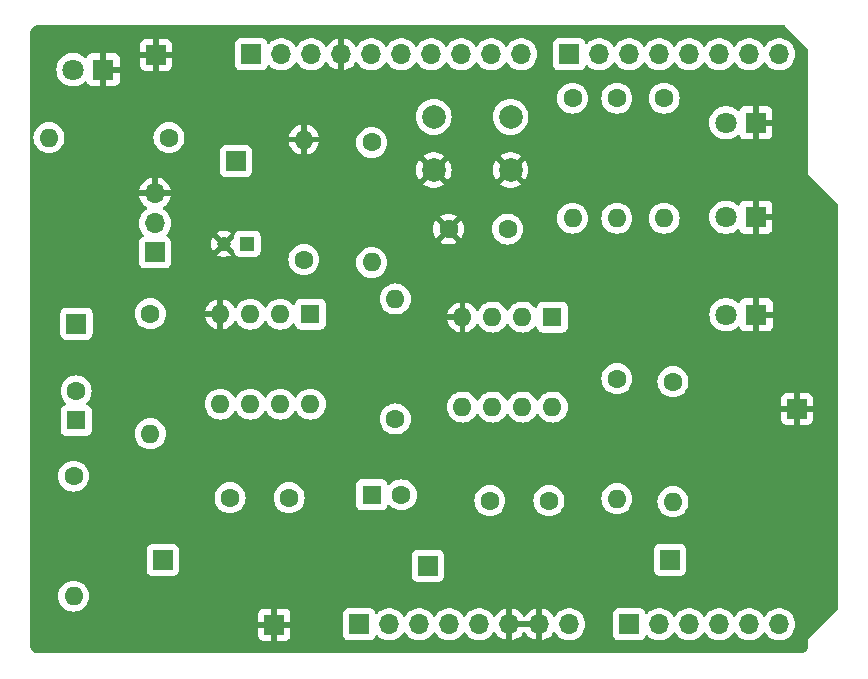
<source format=gbr>
%TF.GenerationSoftware,KiCad,Pcbnew,8.0.2*%
%TF.CreationDate,2024-05-18T14:33:59+02:00*%
%TF.ProjectId,SDHD_Lab,53444844-5f4c-4616-922e-6b696361645f,R1.0*%
%TF.SameCoordinates,Original*%
%TF.FileFunction,Copper,L4,Bot*%
%TF.FilePolarity,Positive*%
%FSLAX46Y46*%
G04 Gerber Fmt 4.6, Leading zero omitted, Abs format (unit mm)*
G04 Created by KiCad (PCBNEW 8.0.2) date 2024-05-18 14:33:59*
%MOMM*%
%LPD*%
G01*
G04 APERTURE LIST*
%TA.AperFunction,ComponentPad*%
%ADD10R,1.700000X1.700000*%
%TD*%
%TA.AperFunction,ComponentPad*%
%ADD11O,1.700000X1.700000*%
%TD*%
%TA.AperFunction,ComponentPad*%
%ADD12R,1.800000X1.800000*%
%TD*%
%TA.AperFunction,ComponentPad*%
%ADD13C,1.800000*%
%TD*%
%TA.AperFunction,ComponentPad*%
%ADD14C,1.600000*%
%TD*%
%TA.AperFunction,ComponentPad*%
%ADD15O,1.600000X1.600000*%
%TD*%
%TA.AperFunction,ComponentPad*%
%ADD16C,2.000000*%
%TD*%
%TA.AperFunction,ComponentPad*%
%ADD17R,1.200000X1.200000*%
%TD*%
%TA.AperFunction,ComponentPad*%
%ADD18C,1.200000*%
%TD*%
%TA.AperFunction,ComponentPad*%
%ADD19R,1.600000X1.600000*%
%TD*%
G04 APERTURE END LIST*
D10*
%TO.P,J1,1,Pin_1*%
%TO.N,unconnected-(J1-Pin_1-Pad1)*%
X127940000Y-97460000D03*
D11*
%TO.P,J1,2,Pin_2*%
%TO.N,/VDDIO{slash}2*%
X130480000Y-97460000D03*
%TO.P,J1,3,Pin_3*%
%TO.N,/nReset{slash}2*%
X133020000Y-97460000D03*
%TO.P,J1,4,Pin_4*%
%TO.N,/3.3V*%
X135560000Y-97460000D03*
%TO.P,J1,5,Pin_5*%
%TO.N,+5V*%
X138100000Y-97460000D03*
%TO.P,J1,6,Pin_6*%
%TO.N,GND*%
X140640000Y-97460000D03*
%TO.P,J1,7,Pin_7*%
X143180000Y-97460000D03*
%TO.P,J1,8,Pin_8*%
%TO.N,/Vin{slash}2*%
X145720000Y-97460000D03*
%TD*%
D10*
%TO.P,J2,1,Pin_1*%
%TO.N,/V_out*%
X150800000Y-97460000D03*
D11*
%TO.P,J2,2,Pin_2*%
%TO.N,/P15.4*%
X153340000Y-97460000D03*
%TO.P,J2,3,Pin_3*%
%TO.N,/P6.3*%
X155880000Y-97460000D03*
%TO.P,J2,4,Pin_4*%
%TO.N,/P6.2*%
X158420000Y-97460000D03*
%TO.P,J2,5,Pin_5*%
%TO.N,unconnected-(J2-Pin_5-Pad5)*%
X160960000Y-97460000D03*
%TO.P,J2,6,Pin_6*%
%TO.N,unconnected-(J2-Pin_6-Pad6)*%
X163500000Y-97460000D03*
%TD*%
D10*
%TO.P,J4,1,Pin_1*%
%TO.N,/P6.0*%
X118796000Y-49200000D03*
D11*
%TO.P,J4,2,Pin_2*%
%TO.N,/P6.1*%
X121336000Y-49200000D03*
%TO.P,J4,3,Pin_3*%
%TO.N,unconnected-(J4-Pin_3-Pad3)*%
X123876000Y-49200000D03*
%TO.P,J4,4,Pin_4*%
%TO.N,GND*%
X126416000Y-49200000D03*
%TO.P,J4,5,Pin_5*%
%TO.N,/USR_LED*%
X128956000Y-49200000D03*
%TO.P,J4,6,Pin_6*%
%TO.N,/P6.6*%
X131496000Y-49200000D03*
%TO.P,J4,7,Pin_7*%
%TO.N,/P6.5*%
X134036000Y-49200000D03*
%TO.P,J4,8,Pin_8*%
%TO.N,/P6.4*%
X136576000Y-49200000D03*
%TO.P,J4,9,Pin_9*%
%TO.N,/P12.5*%
X139116000Y-49200000D03*
%TO.P,J4,10,Pin_10*%
%TO.N,/P12.4*%
X141656000Y-49200000D03*
%TD*%
D10*
%TO.P,J5,1,Pin_1*%
%TO.N,/SW_BUTTON*%
X145720000Y-49200000D03*
D11*
%TO.P,J5,2,Pin_2*%
%TO.N,/LED_GREEN*%
X148260000Y-49200000D03*
%TO.P,J5,3,Pin_3*%
%TO.N,/LED_YELLOW*%
X150800000Y-49200000D03*
%TO.P,J5,4,Pin_4*%
%TO.N,/LED_RED*%
X153340000Y-49200000D03*
%TO.P,J5,5,Pin_5*%
%TO.N,/P2.3*%
X155880000Y-49200000D03*
%TO.P,J5,6,Pin_6*%
%TO.N,/P2.2*%
X158420000Y-49200000D03*
%TO.P,J5,7,Pin_7*%
%TO.N,/P2.1*%
X160960000Y-49200000D03*
%TO.P,J5,8,Pin_8*%
%TO.N,/P2.0*%
X163500000Y-49200000D03*
%TD*%
D12*
%TO.P,D2,1,K*%
%TO.N,GND*%
X161540000Y-71250000D03*
D13*
%TO.P,D2,2,A*%
%TO.N,Net-(D2-A)*%
X159000000Y-71250000D03*
%TD*%
D10*
%TO.P,TP_Sig1,1,1*%
%TO.N,/Radar_Sig*%
X104000000Y-72000000D03*
%TD*%
%TO.P,TP_1st,1,1*%
%TO.N,Net-(C2-Pad2)*%
X111300000Y-92025000D03*
%TD*%
D12*
%TO.P,D4,1,K*%
%TO.N,GND*%
X106250000Y-50500000D03*
D13*
%TO.P,D4,2,A*%
%TO.N,Net-(D4-A)*%
X103710000Y-50500000D03*
%TD*%
D10*
%TO.P,TP_GND2,1,1*%
%TO.N,GND*%
X110750000Y-49250000D03*
%TD*%
D14*
%TO.P,C5,1*%
%TO.N,/V_offset*%
X140500000Y-64000000D03*
%TO.P,C5,2*%
%TO.N,GND*%
X135500000Y-64000000D03*
%TD*%
%TO.P,R6,1*%
%TO.N,/V_offset*%
X123250000Y-66580000D03*
D15*
%TO.P,R6,2*%
%TO.N,GND*%
X123250000Y-56420000D03*
%TD*%
D10*
%TO.P,J3,1,Pin_1*%
%TO.N,+5V*%
X110650000Y-65975000D03*
D11*
%TO.P,J3,2,Pin_2*%
%TO.N,/Radar_Sig*%
X110650000Y-63515000D03*
%TO.P,J3,3,Pin_3*%
%TO.N,GND*%
X110650000Y-60975000D03*
%TD*%
D12*
%TO.P,D1,1,K*%
%TO.N,GND*%
X161525000Y-55000000D03*
D13*
%TO.P,D1,2,A*%
%TO.N,Net-(D1-A)*%
X158985000Y-55000000D03*
%TD*%
D16*
%TO.P,SW1,1,1*%
%TO.N,/SW_BUTTON*%
X134250000Y-54500000D03*
X140750000Y-54500000D03*
%TO.P,SW1,2,2*%
%TO.N,GND*%
X134250000Y-59000000D03*
X140750000Y-59000000D03*
%TD*%
D17*
%TO.P,C6,1*%
%TO.N,/V_offset*%
X118472600Y-65250000D03*
D18*
%TO.P,C6,2*%
%TO.N,GND*%
X116472600Y-65250000D03*
%TD*%
D19*
%TO.P,U2,1,NC*%
%TO.N,unconnected-(U2-NC-Pad1)*%
X144300000Y-71450000D03*
D15*
%TO.P,U2,2,-*%
%TO.N,Net-(U2--)*%
X141760000Y-71450000D03*
%TO.P,U2,3,+*%
%TO.N,/V_offset*%
X139220000Y-71450000D03*
%TO.P,U2,4,V-*%
%TO.N,GND*%
X136680000Y-71450000D03*
%TO.P,U2,5,NC*%
%TO.N,unconnected-(U2-NC-Pad5)*%
X136680000Y-79070000D03*
%TO.P,U2,6*%
%TO.N,Net-(C4-Pad2)*%
X139220000Y-79070000D03*
%TO.P,U2,7,V+*%
%TO.N,+5V*%
X141760000Y-79070000D03*
%TO.P,U2,8,NC*%
%TO.N,unconnected-(U2-NC-Pad8)*%
X144300000Y-79070000D03*
%TD*%
D12*
%TO.P,D3,1,K*%
%TO.N,GND*%
X161525000Y-63000000D03*
D13*
%TO.P,D3,2,A*%
%TO.N,Net-(D3-A)*%
X158985000Y-63000000D03*
%TD*%
D10*
%TO.P,TP_GND1,1,1*%
%TO.N,GND*%
X165000000Y-79250000D03*
%TD*%
D14*
%TO.P,C4,1*%
%TO.N,Net-(U2--)*%
X144000000Y-87000000D03*
%TO.P,C4,2*%
%TO.N,Net-(C4-Pad2)*%
X139000000Y-87000000D03*
%TD*%
%TO.P,R4,1*%
%TO.N,Net-(U2--)*%
X149750000Y-76670000D03*
D15*
%TO.P,R4,2*%
%TO.N,Net-(C4-Pad2)*%
X149750000Y-86830000D03*
%TD*%
D14*
%TO.P,R2,1*%
%TO.N,Net-(U1--)*%
X103750000Y-84920000D03*
D15*
%TO.P,R2,2*%
%TO.N,Net-(C2-Pad2)*%
X103750000Y-95080000D03*
%TD*%
D14*
%TO.P,R9,1*%
%TO.N,+5V*%
X111830000Y-56250000D03*
D15*
%TO.P,R9,2*%
%TO.N,Net-(D4-A)*%
X101670000Y-56250000D03*
%TD*%
D14*
%TO.P,R8,1*%
%TO.N,/LED_RED*%
X153750000Y-52920000D03*
D15*
%TO.P,R8,2*%
%TO.N,Net-(D1-A)*%
X153750000Y-63080000D03*
%TD*%
D19*
%TO.P,C3,1*%
%TO.N,Net-(C2-Pad2)*%
X129000000Y-86500000D03*
D14*
%TO.P,C3,2*%
%TO.N,Net-(C3-Pad2)*%
X131500000Y-86500000D03*
%TD*%
%TO.P,R1,1*%
%TO.N,Net-(C1-Pad1)*%
X110250000Y-71170000D03*
D15*
%TO.P,R1,2*%
%TO.N,Net-(U1--)*%
X110250000Y-81330000D03*
%TD*%
D10*
%TO.P,TP_GND3,1,1*%
%TO.N,GND*%
X120750000Y-97500000D03*
%TD*%
D19*
%TO.P,C1,1*%
%TO.N,Net-(C1-Pad1)*%
X103975000Y-80200000D03*
D14*
%TO.P,C1,2*%
%TO.N,/Radar_Sig*%
X103975000Y-77700000D03*
%TD*%
%TO.P,R10,1*%
%TO.N,/LED_GREEN*%
X146000000Y-52920000D03*
D15*
%TO.P,R10,2*%
%TO.N,Net-(D2-A)*%
X146000000Y-63080000D03*
%TD*%
D14*
%TO.P,R7,1*%
%TO.N,Net-(C4-Pad2)*%
X154500000Y-76920000D03*
D15*
%TO.P,R7,2*%
%TO.N,/V_out*%
X154500000Y-87080000D03*
%TD*%
D14*
%TO.P,R3,1*%
%TO.N,Net-(C3-Pad2)*%
X131000000Y-80080000D03*
D15*
%TO.P,R3,2*%
%TO.N,Net-(U2--)*%
X131000000Y-69920000D03*
%TD*%
D19*
%TO.P,U1,1,NC*%
%TO.N,unconnected-(U1-NC-Pad1)*%
X123800000Y-71200000D03*
D15*
%TO.P,U1,2,-*%
%TO.N,Net-(U1--)*%
X121260000Y-71200000D03*
%TO.P,U1,3,+*%
%TO.N,/V_offset*%
X118720000Y-71200000D03*
%TO.P,U1,4,V-*%
%TO.N,GND*%
X116180000Y-71200000D03*
%TO.P,U1,5,NC*%
%TO.N,unconnected-(U1-NC-Pad5)*%
X116180000Y-78820000D03*
%TO.P,U1,6*%
%TO.N,Net-(C2-Pad2)*%
X118720000Y-78820000D03*
%TO.P,U1,7,V+*%
%TO.N,+5V*%
X121260000Y-78820000D03*
%TO.P,U1,8,NC*%
%TO.N,unconnected-(U1-NC-Pad8)*%
X123800000Y-78820000D03*
%TD*%
D10*
%TO.P,TP_2nd,1,1*%
%TO.N,/V_out*%
X154250000Y-92000000D03*
%TD*%
%TO.P,TP_Offset,1,1*%
%TO.N,/V_offset*%
X117500000Y-58250000D03*
%TD*%
D14*
%TO.P,C2,1*%
%TO.N,Net-(U1--)*%
X117000000Y-86750000D03*
%TO.P,C2,2*%
%TO.N,Net-(C2-Pad2)*%
X122000000Y-86750000D03*
%TD*%
D10*
%TO.P,TP_PWR,1,1*%
%TO.N,+5V*%
X133750000Y-92500000D03*
%TD*%
D14*
%TO.P,R11,1*%
%TO.N,/LED_YELLOW*%
X149750000Y-52920000D03*
D15*
%TO.P,R11,2*%
%TO.N,Net-(D3-A)*%
X149750000Y-63080000D03*
%TD*%
D14*
%TO.P,R5,1*%
%TO.N,+5V*%
X129000000Y-56670000D03*
D15*
%TO.P,R5,2*%
%TO.N,/V_offset*%
X129000000Y-66830000D03*
%TD*%
%TA.AperFunction,Conductor*%
%TO.N,GND*%
G36*
X142714075Y-97267007D02*
G01*
X142680000Y-97394174D01*
X142680000Y-97525826D01*
X142714075Y-97652993D01*
X142746988Y-97710000D01*
X141073012Y-97710000D01*
X141105925Y-97652993D01*
X141140000Y-97525826D01*
X141140000Y-97394174D01*
X141105925Y-97267007D01*
X141073012Y-97210000D01*
X142746988Y-97210000D01*
X142714075Y-97267007D01*
G37*
%TD.AperFunction*%
%TA.AperFunction,Conductor*%
G36*
X163981595Y-46755185D02*
G01*
X164004307Y-46773939D01*
X165930253Y-48794294D01*
X165962262Y-48856400D01*
X165964500Y-48879853D01*
X165964500Y-59344982D01*
X165964500Y-59375018D01*
X165975994Y-59402767D01*
X165975995Y-59402768D01*
X168468181Y-61894954D01*
X168501666Y-61956277D01*
X168504500Y-61982635D01*
X168504500Y-96107364D01*
X168484815Y-96174403D01*
X168468181Y-96195045D01*
X165997233Y-98665994D01*
X165975995Y-98687231D01*
X165964500Y-98714982D01*
X165964500Y-99231907D01*
X165963903Y-99244062D01*
X165952505Y-99359778D01*
X165947763Y-99383618D01*
X165917832Y-99482290D01*
X165915789Y-99489024D01*
X165906486Y-99511482D01*
X165854561Y-99608627D01*
X165841056Y-99628839D01*
X165771176Y-99713988D01*
X165753988Y-99731176D01*
X165668839Y-99801056D01*
X165648627Y-99814561D01*
X165551482Y-99866486D01*
X165529028Y-99875787D01*
X165487028Y-99888528D01*
X165423618Y-99907763D01*
X165399778Y-99912505D01*
X165291162Y-99923203D01*
X165284060Y-99923903D01*
X165271907Y-99924500D01*
X100768093Y-99924500D01*
X100755939Y-99923903D01*
X100747995Y-99923120D01*
X100640221Y-99912505D01*
X100616381Y-99907763D01*
X100599445Y-99902625D01*
X100510968Y-99875786D01*
X100488517Y-99866486D01*
X100391372Y-99814561D01*
X100371160Y-99801056D01*
X100286011Y-99731176D01*
X100268823Y-99713988D01*
X100198943Y-99628839D01*
X100185438Y-99608627D01*
X100133510Y-99511476D01*
X100124215Y-99489037D01*
X100092234Y-99383612D01*
X100087494Y-99359777D01*
X100076097Y-99244061D01*
X100075500Y-99231907D01*
X100075500Y-96602155D01*
X119400000Y-96602155D01*
X119400000Y-97250000D01*
X120316988Y-97250000D01*
X120284075Y-97307007D01*
X120250000Y-97434174D01*
X120250000Y-97565826D01*
X120284075Y-97692993D01*
X120316988Y-97750000D01*
X119400000Y-97750000D01*
X119400000Y-98397844D01*
X119406401Y-98457372D01*
X119406403Y-98457379D01*
X119456645Y-98592086D01*
X119456649Y-98592093D01*
X119542809Y-98707187D01*
X119542812Y-98707190D01*
X119657906Y-98793350D01*
X119657913Y-98793354D01*
X119792620Y-98843596D01*
X119792627Y-98843598D01*
X119852155Y-98849999D01*
X119852172Y-98850000D01*
X120500000Y-98850000D01*
X120500000Y-97933012D01*
X120557007Y-97965925D01*
X120684174Y-98000000D01*
X120815826Y-98000000D01*
X120942993Y-97965925D01*
X121000000Y-97933012D01*
X121000000Y-98850000D01*
X121647828Y-98850000D01*
X121647844Y-98849999D01*
X121707372Y-98843598D01*
X121707379Y-98843596D01*
X121842086Y-98793354D01*
X121842093Y-98793350D01*
X121957187Y-98707190D01*
X121957190Y-98707187D01*
X122043350Y-98592093D01*
X122043354Y-98592086D01*
X122093596Y-98457379D01*
X122093598Y-98457372D01*
X122099999Y-98397844D01*
X122100000Y-98397827D01*
X122100000Y-97750000D01*
X121183012Y-97750000D01*
X121215925Y-97692993D01*
X121250000Y-97565826D01*
X121250000Y-97434174D01*
X121215925Y-97307007D01*
X121183012Y-97250000D01*
X122100000Y-97250000D01*
X122100000Y-96602172D01*
X122099999Y-96602155D01*
X122095611Y-96561345D01*
X126581500Y-96561345D01*
X126581500Y-98358654D01*
X126588011Y-98419202D01*
X126588011Y-98419204D01*
X126639111Y-98556204D01*
X126726739Y-98673261D01*
X126843796Y-98760889D01*
X126980799Y-98811989D01*
X127008050Y-98814918D01*
X127041345Y-98818499D01*
X127041362Y-98818500D01*
X128838638Y-98818500D01*
X128838654Y-98818499D01*
X128865692Y-98815591D01*
X128899201Y-98811989D01*
X129036204Y-98760889D01*
X129153261Y-98673261D01*
X129240889Y-98556204D01*
X129286138Y-98434887D01*
X129328009Y-98378956D01*
X129393474Y-98354539D01*
X129461746Y-98369391D01*
X129493545Y-98394236D01*
X129556760Y-98462906D01*
X129734424Y-98601189D01*
X129734425Y-98601189D01*
X129734427Y-98601191D01*
X129861135Y-98669761D01*
X129932426Y-98708342D01*
X130145365Y-98781444D01*
X130367431Y-98818500D01*
X130592569Y-98818500D01*
X130814635Y-98781444D01*
X131027574Y-98708342D01*
X131225576Y-98601189D01*
X131403240Y-98462906D01*
X131524594Y-98331082D01*
X131555715Y-98297276D01*
X131555715Y-98297275D01*
X131555722Y-98297268D01*
X131646193Y-98158790D01*
X131699338Y-98113437D01*
X131768569Y-98104013D01*
X131831905Y-98133515D01*
X131853804Y-98158787D01*
X131944278Y-98297268D01*
X131944283Y-98297273D01*
X131944284Y-98297276D01*
X132091672Y-98457379D01*
X132096760Y-98462906D01*
X132274424Y-98601189D01*
X132274425Y-98601189D01*
X132274427Y-98601191D01*
X132401135Y-98669761D01*
X132472426Y-98708342D01*
X132685365Y-98781444D01*
X132907431Y-98818500D01*
X133132569Y-98818500D01*
X133354635Y-98781444D01*
X133567574Y-98708342D01*
X133765576Y-98601189D01*
X133943240Y-98462906D01*
X134064594Y-98331082D01*
X134095715Y-98297276D01*
X134095715Y-98297275D01*
X134095722Y-98297268D01*
X134186193Y-98158790D01*
X134239338Y-98113437D01*
X134308569Y-98104013D01*
X134371905Y-98133515D01*
X134393804Y-98158787D01*
X134484278Y-98297268D01*
X134484283Y-98297273D01*
X134484284Y-98297276D01*
X134631672Y-98457379D01*
X134636760Y-98462906D01*
X134814424Y-98601189D01*
X134814425Y-98601189D01*
X134814427Y-98601191D01*
X134941135Y-98669761D01*
X135012426Y-98708342D01*
X135225365Y-98781444D01*
X135447431Y-98818500D01*
X135672569Y-98818500D01*
X135894635Y-98781444D01*
X136107574Y-98708342D01*
X136305576Y-98601189D01*
X136483240Y-98462906D01*
X136604594Y-98331082D01*
X136635715Y-98297276D01*
X136635715Y-98297275D01*
X136635722Y-98297268D01*
X136726193Y-98158790D01*
X136779338Y-98113437D01*
X136848569Y-98104013D01*
X136911905Y-98133515D01*
X136933804Y-98158787D01*
X137024278Y-98297268D01*
X137024283Y-98297273D01*
X137024284Y-98297276D01*
X137171672Y-98457379D01*
X137176760Y-98462906D01*
X137354424Y-98601189D01*
X137354425Y-98601189D01*
X137354427Y-98601191D01*
X137481135Y-98669761D01*
X137552426Y-98708342D01*
X137765365Y-98781444D01*
X137987431Y-98818500D01*
X138212569Y-98818500D01*
X138434635Y-98781444D01*
X138647574Y-98708342D01*
X138845576Y-98601189D01*
X139023240Y-98462906D01*
X139144594Y-98331082D01*
X139175715Y-98297276D01*
X139175715Y-98297275D01*
X139175722Y-98297268D01*
X139269749Y-98153347D01*
X139322894Y-98107994D01*
X139392125Y-98098570D01*
X139455461Y-98128072D01*
X139475130Y-98150048D01*
X139601890Y-98331078D01*
X139768917Y-98498105D01*
X139962421Y-98633600D01*
X140176507Y-98733429D01*
X140176516Y-98733433D01*
X140390000Y-98790634D01*
X140390000Y-97893012D01*
X140447007Y-97925925D01*
X140574174Y-97960000D01*
X140705826Y-97960000D01*
X140832993Y-97925925D01*
X140890000Y-97893012D01*
X140890000Y-98790634D01*
X141103483Y-98733433D01*
X141103492Y-98733429D01*
X141317578Y-98633600D01*
X141511082Y-98498105D01*
X141678105Y-98331082D01*
X141808425Y-98144968D01*
X141863002Y-98101344D01*
X141932501Y-98094151D01*
X141994855Y-98125673D01*
X142011575Y-98144968D01*
X142141894Y-98331082D01*
X142308917Y-98498105D01*
X142502421Y-98633600D01*
X142716507Y-98733429D01*
X142716516Y-98733433D01*
X142930000Y-98790634D01*
X142930000Y-97893012D01*
X142987007Y-97925925D01*
X143114174Y-97960000D01*
X143245826Y-97960000D01*
X143372993Y-97925925D01*
X143430000Y-97893012D01*
X143430000Y-98790634D01*
X143643483Y-98733433D01*
X143643492Y-98733429D01*
X143857578Y-98633600D01*
X144051082Y-98498105D01*
X144218105Y-98331082D01*
X144344868Y-98150048D01*
X144399445Y-98106423D01*
X144468944Y-98099231D01*
X144531298Y-98130753D01*
X144550251Y-98153350D01*
X144644276Y-98297265D01*
X144644284Y-98297276D01*
X144791672Y-98457379D01*
X144796760Y-98462906D01*
X144974424Y-98601189D01*
X144974425Y-98601189D01*
X144974427Y-98601191D01*
X145101135Y-98669761D01*
X145172426Y-98708342D01*
X145385365Y-98781444D01*
X145607431Y-98818500D01*
X145832569Y-98818500D01*
X146054635Y-98781444D01*
X146267574Y-98708342D01*
X146465576Y-98601189D01*
X146643240Y-98462906D01*
X146764594Y-98331082D01*
X146795715Y-98297276D01*
X146795717Y-98297273D01*
X146795722Y-98297268D01*
X146918860Y-98108791D01*
X147009296Y-97902616D01*
X147064564Y-97684368D01*
X147074387Y-97565826D01*
X147083156Y-97460005D01*
X147083156Y-97459994D01*
X147064565Y-97235640D01*
X147064563Y-97235628D01*
X147009296Y-97017385D01*
X147001670Y-97000000D01*
X146918860Y-96811209D01*
X146902706Y-96786484D01*
X146795723Y-96622734D01*
X146795715Y-96622723D01*
X146739212Y-96561345D01*
X149441500Y-96561345D01*
X149441500Y-98358654D01*
X149448011Y-98419202D01*
X149448011Y-98419204D01*
X149499111Y-98556204D01*
X149586739Y-98673261D01*
X149703796Y-98760889D01*
X149840799Y-98811989D01*
X149868050Y-98814918D01*
X149901345Y-98818499D01*
X149901362Y-98818500D01*
X151698638Y-98818500D01*
X151698654Y-98818499D01*
X151725692Y-98815591D01*
X151759201Y-98811989D01*
X151896204Y-98760889D01*
X152013261Y-98673261D01*
X152100889Y-98556204D01*
X152146138Y-98434887D01*
X152188009Y-98378956D01*
X152253474Y-98354539D01*
X152321746Y-98369391D01*
X152353545Y-98394236D01*
X152416760Y-98462906D01*
X152594424Y-98601189D01*
X152594425Y-98601189D01*
X152594427Y-98601191D01*
X152721135Y-98669761D01*
X152792426Y-98708342D01*
X153005365Y-98781444D01*
X153227431Y-98818500D01*
X153452569Y-98818500D01*
X153674635Y-98781444D01*
X153887574Y-98708342D01*
X154085576Y-98601189D01*
X154263240Y-98462906D01*
X154384594Y-98331082D01*
X154415715Y-98297276D01*
X154415715Y-98297275D01*
X154415722Y-98297268D01*
X154506193Y-98158790D01*
X154559338Y-98113437D01*
X154628569Y-98104013D01*
X154691905Y-98133515D01*
X154713804Y-98158787D01*
X154804278Y-98297268D01*
X154804283Y-98297273D01*
X154804284Y-98297276D01*
X154951672Y-98457379D01*
X154956760Y-98462906D01*
X155134424Y-98601189D01*
X155134425Y-98601189D01*
X155134427Y-98601191D01*
X155261135Y-98669761D01*
X155332426Y-98708342D01*
X155545365Y-98781444D01*
X155767431Y-98818500D01*
X155992569Y-98818500D01*
X156214635Y-98781444D01*
X156427574Y-98708342D01*
X156625576Y-98601189D01*
X156803240Y-98462906D01*
X156924594Y-98331082D01*
X156955715Y-98297276D01*
X156955715Y-98297275D01*
X156955722Y-98297268D01*
X157046193Y-98158790D01*
X157099338Y-98113437D01*
X157168569Y-98104013D01*
X157231905Y-98133515D01*
X157253804Y-98158787D01*
X157344278Y-98297268D01*
X157344283Y-98297273D01*
X157344284Y-98297276D01*
X157491672Y-98457379D01*
X157496760Y-98462906D01*
X157674424Y-98601189D01*
X157674425Y-98601189D01*
X157674427Y-98601191D01*
X157801135Y-98669761D01*
X157872426Y-98708342D01*
X158085365Y-98781444D01*
X158307431Y-98818500D01*
X158532569Y-98818500D01*
X158754635Y-98781444D01*
X158967574Y-98708342D01*
X159165576Y-98601189D01*
X159343240Y-98462906D01*
X159464594Y-98331082D01*
X159495715Y-98297276D01*
X159495715Y-98297275D01*
X159495722Y-98297268D01*
X159586193Y-98158790D01*
X159639338Y-98113437D01*
X159708569Y-98104013D01*
X159771905Y-98133515D01*
X159793804Y-98158787D01*
X159884278Y-98297268D01*
X159884283Y-98297273D01*
X159884284Y-98297276D01*
X160031672Y-98457379D01*
X160036760Y-98462906D01*
X160214424Y-98601189D01*
X160214425Y-98601189D01*
X160214427Y-98601191D01*
X160341135Y-98669761D01*
X160412426Y-98708342D01*
X160625365Y-98781444D01*
X160847431Y-98818500D01*
X161072569Y-98818500D01*
X161294635Y-98781444D01*
X161507574Y-98708342D01*
X161705576Y-98601189D01*
X161883240Y-98462906D01*
X162004594Y-98331082D01*
X162035715Y-98297276D01*
X162035715Y-98297275D01*
X162035722Y-98297268D01*
X162126193Y-98158790D01*
X162179338Y-98113437D01*
X162248569Y-98104013D01*
X162311905Y-98133515D01*
X162333804Y-98158787D01*
X162424278Y-98297268D01*
X162424283Y-98297273D01*
X162424284Y-98297276D01*
X162571672Y-98457379D01*
X162576760Y-98462906D01*
X162754424Y-98601189D01*
X162754425Y-98601189D01*
X162754427Y-98601191D01*
X162881135Y-98669761D01*
X162952426Y-98708342D01*
X163165365Y-98781444D01*
X163387431Y-98818500D01*
X163612569Y-98818500D01*
X163834635Y-98781444D01*
X164047574Y-98708342D01*
X164245576Y-98601189D01*
X164423240Y-98462906D01*
X164544594Y-98331082D01*
X164575715Y-98297276D01*
X164575717Y-98297273D01*
X164575722Y-98297268D01*
X164698860Y-98108791D01*
X164789296Y-97902616D01*
X164844564Y-97684368D01*
X164854387Y-97565826D01*
X164863156Y-97460005D01*
X164863156Y-97459994D01*
X164844565Y-97235640D01*
X164844563Y-97235628D01*
X164789296Y-97017385D01*
X164781670Y-97000000D01*
X164698860Y-96811209D01*
X164682706Y-96786484D01*
X164575723Y-96622734D01*
X164575715Y-96622723D01*
X164423243Y-96457097D01*
X164423238Y-96457092D01*
X164245577Y-96318812D01*
X164245572Y-96318808D01*
X164047580Y-96211661D01*
X164047577Y-96211659D01*
X164047574Y-96211658D01*
X164047571Y-96211657D01*
X164047569Y-96211656D01*
X163834637Y-96138556D01*
X163612569Y-96101500D01*
X163387431Y-96101500D01*
X163165362Y-96138556D01*
X162952430Y-96211656D01*
X162952419Y-96211661D01*
X162754427Y-96318808D01*
X162754422Y-96318812D01*
X162576761Y-96457092D01*
X162576756Y-96457097D01*
X162424284Y-96622723D01*
X162424276Y-96622734D01*
X162333808Y-96761206D01*
X162280662Y-96806562D01*
X162211431Y-96815986D01*
X162148095Y-96786484D01*
X162126192Y-96761206D01*
X162035723Y-96622734D01*
X162035715Y-96622723D01*
X161883243Y-96457097D01*
X161883238Y-96457092D01*
X161705577Y-96318812D01*
X161705572Y-96318808D01*
X161507580Y-96211661D01*
X161507577Y-96211659D01*
X161507574Y-96211658D01*
X161507571Y-96211657D01*
X161507569Y-96211656D01*
X161294637Y-96138556D01*
X161072569Y-96101500D01*
X160847431Y-96101500D01*
X160625362Y-96138556D01*
X160412430Y-96211656D01*
X160412419Y-96211661D01*
X160214427Y-96318808D01*
X160214422Y-96318812D01*
X160036761Y-96457092D01*
X160036756Y-96457097D01*
X159884284Y-96622723D01*
X159884276Y-96622734D01*
X159793808Y-96761206D01*
X159740662Y-96806562D01*
X159671431Y-96815986D01*
X159608095Y-96786484D01*
X159586192Y-96761206D01*
X159495723Y-96622734D01*
X159495715Y-96622723D01*
X159343243Y-96457097D01*
X159343238Y-96457092D01*
X159165577Y-96318812D01*
X159165572Y-96318808D01*
X158967580Y-96211661D01*
X158967577Y-96211659D01*
X158967574Y-96211658D01*
X158967571Y-96211657D01*
X158967569Y-96211656D01*
X158754637Y-96138556D01*
X158532569Y-96101500D01*
X158307431Y-96101500D01*
X158085362Y-96138556D01*
X157872430Y-96211656D01*
X157872419Y-96211661D01*
X157674427Y-96318808D01*
X157674422Y-96318812D01*
X157496761Y-96457092D01*
X157496756Y-96457097D01*
X157344284Y-96622723D01*
X157344276Y-96622734D01*
X157253808Y-96761206D01*
X157200662Y-96806562D01*
X157131431Y-96815986D01*
X157068095Y-96786484D01*
X157046192Y-96761206D01*
X156955723Y-96622734D01*
X156955715Y-96622723D01*
X156803243Y-96457097D01*
X156803238Y-96457092D01*
X156625577Y-96318812D01*
X156625572Y-96318808D01*
X156427580Y-96211661D01*
X156427577Y-96211659D01*
X156427574Y-96211658D01*
X156427571Y-96211657D01*
X156427569Y-96211656D01*
X156214637Y-96138556D01*
X155992569Y-96101500D01*
X155767431Y-96101500D01*
X155545362Y-96138556D01*
X155332430Y-96211656D01*
X155332419Y-96211661D01*
X155134427Y-96318808D01*
X155134422Y-96318812D01*
X154956761Y-96457092D01*
X154956756Y-96457097D01*
X154804284Y-96622723D01*
X154804276Y-96622734D01*
X154713808Y-96761206D01*
X154660662Y-96806562D01*
X154591431Y-96815986D01*
X154528095Y-96786484D01*
X154506192Y-96761206D01*
X154415723Y-96622734D01*
X154415715Y-96622723D01*
X154263243Y-96457097D01*
X154263238Y-96457092D01*
X154085577Y-96318812D01*
X154085572Y-96318808D01*
X153887580Y-96211661D01*
X153887577Y-96211659D01*
X153887574Y-96211658D01*
X153887571Y-96211657D01*
X153887569Y-96211656D01*
X153674637Y-96138556D01*
X153452569Y-96101500D01*
X153227431Y-96101500D01*
X153005362Y-96138556D01*
X152792430Y-96211656D01*
X152792419Y-96211661D01*
X152594427Y-96318808D01*
X152594422Y-96318812D01*
X152416761Y-96457092D01*
X152353548Y-96525760D01*
X152293661Y-96561750D01*
X152223823Y-96559649D01*
X152166207Y-96520124D01*
X152146138Y-96485110D01*
X152100889Y-96363796D01*
X152067214Y-96318812D01*
X152013261Y-96246739D01*
X151896204Y-96159111D01*
X151871777Y-96150000D01*
X151759203Y-96108011D01*
X151698654Y-96101500D01*
X151698638Y-96101500D01*
X149901362Y-96101500D01*
X149901345Y-96101500D01*
X149840797Y-96108011D01*
X149840795Y-96108011D01*
X149703795Y-96159111D01*
X149586739Y-96246739D01*
X149499111Y-96363795D01*
X149448011Y-96500795D01*
X149448011Y-96500797D01*
X149441500Y-96561345D01*
X146739212Y-96561345D01*
X146643243Y-96457097D01*
X146643238Y-96457092D01*
X146465577Y-96318812D01*
X146465572Y-96318808D01*
X146267580Y-96211661D01*
X146267577Y-96211659D01*
X146267574Y-96211658D01*
X146267571Y-96211657D01*
X146267569Y-96211656D01*
X146054637Y-96138556D01*
X145832569Y-96101500D01*
X145607431Y-96101500D01*
X145385362Y-96138556D01*
X145172430Y-96211656D01*
X145172419Y-96211661D01*
X144974427Y-96318808D01*
X144974422Y-96318812D01*
X144796761Y-96457092D01*
X144796756Y-96457097D01*
X144644284Y-96622723D01*
X144644276Y-96622734D01*
X144550251Y-96766650D01*
X144497105Y-96812007D01*
X144427873Y-96821430D01*
X144364538Y-96791928D01*
X144344868Y-96769951D01*
X144218113Y-96588926D01*
X144218108Y-96588920D01*
X144051082Y-96421894D01*
X143857578Y-96286399D01*
X143643492Y-96186570D01*
X143643486Y-96186567D01*
X143430000Y-96129364D01*
X143430000Y-97026988D01*
X143372993Y-96994075D01*
X143245826Y-96960000D01*
X143114174Y-96960000D01*
X142987007Y-96994075D01*
X142930000Y-97026988D01*
X142930000Y-96129364D01*
X142929999Y-96129364D01*
X142716513Y-96186567D01*
X142716507Y-96186570D01*
X142502422Y-96286399D01*
X142502420Y-96286400D01*
X142308926Y-96421886D01*
X142308920Y-96421891D01*
X142141891Y-96588920D01*
X142141890Y-96588922D01*
X142011575Y-96775031D01*
X141956998Y-96818655D01*
X141887499Y-96825848D01*
X141825145Y-96794326D01*
X141808425Y-96775031D01*
X141678109Y-96588922D01*
X141678108Y-96588920D01*
X141511082Y-96421894D01*
X141317578Y-96286399D01*
X141103492Y-96186570D01*
X141103486Y-96186567D01*
X140890000Y-96129364D01*
X140890000Y-97026988D01*
X140832993Y-96994075D01*
X140705826Y-96960000D01*
X140574174Y-96960000D01*
X140447007Y-96994075D01*
X140390000Y-97026988D01*
X140390000Y-96129364D01*
X140389999Y-96129364D01*
X140176513Y-96186567D01*
X140176507Y-96186570D01*
X139962422Y-96286399D01*
X139962420Y-96286400D01*
X139768926Y-96421886D01*
X139768920Y-96421891D01*
X139601891Y-96588920D01*
X139601890Y-96588922D01*
X139475131Y-96769952D01*
X139420554Y-96813577D01*
X139351055Y-96820769D01*
X139288701Y-96789247D01*
X139269752Y-96766656D01*
X139175722Y-96622732D01*
X139175715Y-96622725D01*
X139175715Y-96622723D01*
X139023243Y-96457097D01*
X139023238Y-96457092D01*
X138845577Y-96318812D01*
X138845572Y-96318808D01*
X138647580Y-96211661D01*
X138647577Y-96211659D01*
X138647574Y-96211658D01*
X138647571Y-96211657D01*
X138647569Y-96211656D01*
X138434637Y-96138556D01*
X138212569Y-96101500D01*
X137987431Y-96101500D01*
X137765362Y-96138556D01*
X137552430Y-96211656D01*
X137552419Y-96211661D01*
X137354427Y-96318808D01*
X137354422Y-96318812D01*
X137176761Y-96457092D01*
X137176756Y-96457097D01*
X137024284Y-96622723D01*
X137024276Y-96622734D01*
X136933808Y-96761206D01*
X136880662Y-96806562D01*
X136811431Y-96815986D01*
X136748095Y-96786484D01*
X136726192Y-96761206D01*
X136635723Y-96622734D01*
X136635715Y-96622723D01*
X136483243Y-96457097D01*
X136483238Y-96457092D01*
X136305577Y-96318812D01*
X136305572Y-96318808D01*
X136107580Y-96211661D01*
X136107577Y-96211659D01*
X136107574Y-96211658D01*
X136107571Y-96211657D01*
X136107569Y-96211656D01*
X135894637Y-96138556D01*
X135672569Y-96101500D01*
X135447431Y-96101500D01*
X135225362Y-96138556D01*
X135012430Y-96211656D01*
X135012419Y-96211661D01*
X134814427Y-96318808D01*
X134814422Y-96318812D01*
X134636761Y-96457092D01*
X134636756Y-96457097D01*
X134484284Y-96622723D01*
X134484276Y-96622734D01*
X134393808Y-96761206D01*
X134340662Y-96806562D01*
X134271431Y-96815986D01*
X134208095Y-96786484D01*
X134186192Y-96761206D01*
X134095723Y-96622734D01*
X134095715Y-96622723D01*
X133943243Y-96457097D01*
X133943238Y-96457092D01*
X133765577Y-96318812D01*
X133765572Y-96318808D01*
X133567580Y-96211661D01*
X133567577Y-96211659D01*
X133567574Y-96211658D01*
X133567571Y-96211657D01*
X133567569Y-96211656D01*
X133354637Y-96138556D01*
X133132569Y-96101500D01*
X132907431Y-96101500D01*
X132685362Y-96138556D01*
X132472430Y-96211656D01*
X132472419Y-96211661D01*
X132274427Y-96318808D01*
X132274422Y-96318812D01*
X132096761Y-96457092D01*
X132096756Y-96457097D01*
X131944284Y-96622723D01*
X131944276Y-96622734D01*
X131853808Y-96761206D01*
X131800662Y-96806562D01*
X131731431Y-96815986D01*
X131668095Y-96786484D01*
X131646192Y-96761206D01*
X131555723Y-96622734D01*
X131555715Y-96622723D01*
X131403243Y-96457097D01*
X131403238Y-96457092D01*
X131225577Y-96318812D01*
X131225572Y-96318808D01*
X131027580Y-96211661D01*
X131027577Y-96211659D01*
X131027574Y-96211658D01*
X131027571Y-96211657D01*
X131027569Y-96211656D01*
X130814637Y-96138556D01*
X130592569Y-96101500D01*
X130367431Y-96101500D01*
X130145362Y-96138556D01*
X129932430Y-96211656D01*
X129932419Y-96211661D01*
X129734427Y-96318808D01*
X129734422Y-96318812D01*
X129556761Y-96457092D01*
X129493548Y-96525760D01*
X129433661Y-96561750D01*
X129363823Y-96559649D01*
X129306207Y-96520124D01*
X129286138Y-96485110D01*
X129240889Y-96363796D01*
X129207214Y-96318812D01*
X129153261Y-96246739D01*
X129036204Y-96159111D01*
X129011777Y-96150000D01*
X128899203Y-96108011D01*
X128838654Y-96101500D01*
X128838638Y-96101500D01*
X127041362Y-96101500D01*
X127041345Y-96101500D01*
X126980797Y-96108011D01*
X126980795Y-96108011D01*
X126843795Y-96159111D01*
X126726739Y-96246739D01*
X126639111Y-96363795D01*
X126588011Y-96500795D01*
X126588011Y-96500797D01*
X126581500Y-96561345D01*
X122095611Y-96561345D01*
X122093598Y-96542627D01*
X122093596Y-96542620D01*
X122043354Y-96407913D01*
X122043350Y-96407906D01*
X121957190Y-96292812D01*
X121957187Y-96292809D01*
X121842093Y-96206649D01*
X121842086Y-96206645D01*
X121707379Y-96156403D01*
X121707372Y-96156401D01*
X121647844Y-96150000D01*
X121000000Y-96150000D01*
X121000000Y-97066988D01*
X120942993Y-97034075D01*
X120815826Y-97000000D01*
X120684174Y-97000000D01*
X120557007Y-97034075D01*
X120500000Y-97066988D01*
X120500000Y-96150000D01*
X119852155Y-96150000D01*
X119792627Y-96156401D01*
X119792620Y-96156403D01*
X119657913Y-96206645D01*
X119657906Y-96206649D01*
X119542812Y-96292809D01*
X119542809Y-96292812D01*
X119456649Y-96407906D01*
X119456645Y-96407913D01*
X119406403Y-96542620D01*
X119406401Y-96542627D01*
X119400000Y-96602155D01*
X100075500Y-96602155D01*
X100075500Y-95079998D01*
X102436502Y-95079998D01*
X102436502Y-95080001D01*
X102456456Y-95308081D01*
X102456457Y-95308089D01*
X102515714Y-95529238D01*
X102515718Y-95529249D01*
X102612475Y-95736745D01*
X102612477Y-95736749D01*
X102743802Y-95924300D01*
X102905700Y-96086198D01*
X103093251Y-96217523D01*
X103218091Y-96275736D01*
X103300750Y-96314281D01*
X103300752Y-96314281D01*
X103300757Y-96314284D01*
X103521913Y-96373543D01*
X103684832Y-96387796D01*
X103749998Y-96393498D01*
X103750000Y-96393498D01*
X103750002Y-96393498D01*
X103807021Y-96388509D01*
X103978087Y-96373543D01*
X104199243Y-96314284D01*
X104406749Y-96217523D01*
X104594300Y-96086198D01*
X104756198Y-95924300D01*
X104887523Y-95736749D01*
X104984284Y-95529243D01*
X105043543Y-95308087D01*
X105063498Y-95080000D01*
X105043543Y-94851913D01*
X104984284Y-94630757D01*
X104887523Y-94423251D01*
X104756198Y-94235700D01*
X104594300Y-94073802D01*
X104406749Y-93942477D01*
X104406745Y-93942475D01*
X104199249Y-93845718D01*
X104199238Y-93845714D01*
X103978089Y-93786457D01*
X103978081Y-93786456D01*
X103750002Y-93766502D01*
X103749998Y-93766502D01*
X103521918Y-93786456D01*
X103521910Y-93786457D01*
X103300761Y-93845714D01*
X103300750Y-93845718D01*
X103093254Y-93942475D01*
X103093252Y-93942476D01*
X103093251Y-93942477D01*
X102905700Y-94073802D01*
X102905698Y-94073803D01*
X102905695Y-94073806D01*
X102743806Y-94235695D01*
X102612476Y-94423252D01*
X102612475Y-94423254D01*
X102515718Y-94630750D01*
X102515714Y-94630761D01*
X102456457Y-94851910D01*
X102456456Y-94851918D01*
X102436502Y-95079998D01*
X100075500Y-95079998D01*
X100075500Y-91126345D01*
X109941500Y-91126345D01*
X109941500Y-92923654D01*
X109948011Y-92984202D01*
X109948011Y-92984204D01*
X109989786Y-93096204D01*
X109999111Y-93121204D01*
X110086739Y-93238261D01*
X110203796Y-93325889D01*
X110340799Y-93376989D01*
X110368050Y-93379918D01*
X110401345Y-93383499D01*
X110401362Y-93383500D01*
X112198638Y-93383500D01*
X112198654Y-93383499D01*
X112225692Y-93380591D01*
X112259201Y-93376989D01*
X112396204Y-93325889D01*
X112513261Y-93238261D01*
X112600889Y-93121204D01*
X112651989Y-92984201D01*
X112655591Y-92950692D01*
X112658499Y-92923654D01*
X112658500Y-92923637D01*
X112658500Y-91601345D01*
X132391500Y-91601345D01*
X132391500Y-93398654D01*
X132398011Y-93459202D01*
X132398011Y-93459204D01*
X132449111Y-93596204D01*
X132536739Y-93713261D01*
X132653796Y-93800889D01*
X132790799Y-93851989D01*
X132818050Y-93854918D01*
X132851345Y-93858499D01*
X132851362Y-93858500D01*
X134648638Y-93858500D01*
X134648654Y-93858499D01*
X134675692Y-93855591D01*
X134709201Y-93851989D01*
X134846204Y-93800889D01*
X134963261Y-93713261D01*
X135050889Y-93596204D01*
X135101989Y-93459201D01*
X135105591Y-93425692D01*
X135108499Y-93398654D01*
X135108500Y-93398637D01*
X135108500Y-91601362D01*
X135108499Y-91601345D01*
X135105157Y-91570270D01*
X135101989Y-91540799D01*
X135050889Y-91403796D01*
X134963261Y-91286739D01*
X134846204Y-91199111D01*
X134709203Y-91148011D01*
X134648654Y-91141500D01*
X134648638Y-91141500D01*
X132851362Y-91141500D01*
X132851345Y-91141500D01*
X132790797Y-91148011D01*
X132790795Y-91148011D01*
X132653795Y-91199111D01*
X132536739Y-91286739D01*
X132449111Y-91403795D01*
X132398011Y-91540795D01*
X132398011Y-91540797D01*
X132391500Y-91601345D01*
X112658500Y-91601345D01*
X112658500Y-91126362D01*
X112658499Y-91126345D01*
X112655810Y-91101345D01*
X152891500Y-91101345D01*
X152891500Y-92898654D01*
X152898011Y-92959202D01*
X152898011Y-92959204D01*
X152949111Y-93096204D01*
X153036739Y-93213261D01*
X153153796Y-93300889D01*
X153290799Y-93351989D01*
X153318050Y-93354918D01*
X153351345Y-93358499D01*
X153351362Y-93358500D01*
X155148638Y-93358500D01*
X155148654Y-93358499D01*
X155175692Y-93355591D01*
X155209201Y-93351989D01*
X155346204Y-93300889D01*
X155463261Y-93213261D01*
X155550889Y-93096204D01*
X155601989Y-92959201D01*
X155605812Y-92923637D01*
X155608499Y-92898654D01*
X155608500Y-92898637D01*
X155608500Y-91101362D01*
X155608499Y-91101345D01*
X155604676Y-91065795D01*
X155601989Y-91040799D01*
X155550889Y-90903796D01*
X155463261Y-90786739D01*
X155346204Y-90699111D01*
X155209203Y-90648011D01*
X155148654Y-90641500D01*
X155148638Y-90641500D01*
X153351362Y-90641500D01*
X153351345Y-90641500D01*
X153290797Y-90648011D01*
X153290795Y-90648011D01*
X153153795Y-90699111D01*
X153036739Y-90786739D01*
X152949111Y-90903795D01*
X152898011Y-91040795D01*
X152898011Y-91040797D01*
X152891500Y-91101345D01*
X112655810Y-91101345D01*
X112655157Y-91095270D01*
X112651989Y-91065799D01*
X112642664Y-91040799D01*
X112629522Y-91005564D01*
X112600889Y-90928796D01*
X112513261Y-90811739D01*
X112396204Y-90724111D01*
X112259203Y-90673011D01*
X112198654Y-90666500D01*
X112198638Y-90666500D01*
X110401362Y-90666500D01*
X110401345Y-90666500D01*
X110340797Y-90673011D01*
X110340795Y-90673011D01*
X110203795Y-90724111D01*
X110086739Y-90811739D01*
X109999111Y-90928795D01*
X109948011Y-91065795D01*
X109948011Y-91065797D01*
X109941500Y-91126345D01*
X100075500Y-91126345D01*
X100075500Y-86749998D01*
X115686502Y-86749998D01*
X115686502Y-86750001D01*
X115706456Y-86978081D01*
X115706457Y-86978089D01*
X115765714Y-87199238D01*
X115765718Y-87199249D01*
X115835387Y-87348654D01*
X115862477Y-87406749D01*
X115993802Y-87594300D01*
X116155700Y-87756198D01*
X116343251Y-87887523D01*
X116422120Y-87924300D01*
X116550750Y-87984281D01*
X116550752Y-87984281D01*
X116550757Y-87984284D01*
X116771913Y-88043543D01*
X116934832Y-88057796D01*
X116999998Y-88063498D01*
X117000000Y-88063498D01*
X117000002Y-88063498D01*
X117057021Y-88058509D01*
X117228087Y-88043543D01*
X117449243Y-87984284D01*
X117656749Y-87887523D01*
X117844300Y-87756198D01*
X118006198Y-87594300D01*
X118137523Y-87406749D01*
X118234284Y-87199243D01*
X118293543Y-86978087D01*
X118313498Y-86750000D01*
X118313498Y-86749998D01*
X120686502Y-86749998D01*
X120686502Y-86750001D01*
X120706456Y-86978081D01*
X120706457Y-86978089D01*
X120765714Y-87199238D01*
X120765718Y-87199249D01*
X120835387Y-87348654D01*
X120862477Y-87406749D01*
X120993802Y-87594300D01*
X121155700Y-87756198D01*
X121343251Y-87887523D01*
X121422120Y-87924300D01*
X121550750Y-87984281D01*
X121550752Y-87984281D01*
X121550757Y-87984284D01*
X121771913Y-88043543D01*
X121934832Y-88057796D01*
X121999998Y-88063498D01*
X122000000Y-88063498D01*
X122000002Y-88063498D01*
X122057021Y-88058509D01*
X122228087Y-88043543D01*
X122449243Y-87984284D01*
X122656749Y-87887523D01*
X122844300Y-87756198D01*
X123006198Y-87594300D01*
X123137523Y-87406749D01*
X123234284Y-87199243D01*
X123293543Y-86978087D01*
X123313498Y-86750000D01*
X123293543Y-86521913D01*
X123234284Y-86300757D01*
X123137523Y-86093251D01*
X123006198Y-85905700D01*
X122844300Y-85743802D01*
X122712258Y-85651345D01*
X127691500Y-85651345D01*
X127691500Y-87348654D01*
X127698011Y-87409202D01*
X127698011Y-87409204D01*
X127734189Y-87506198D01*
X127749111Y-87546204D01*
X127836739Y-87663261D01*
X127953796Y-87750889D01*
X128090799Y-87801989D01*
X128118050Y-87804918D01*
X128151345Y-87808499D01*
X128151362Y-87808500D01*
X129848638Y-87808500D01*
X129848654Y-87808499D01*
X129875692Y-87805591D01*
X129909201Y-87801989D01*
X130046204Y-87750889D01*
X130163261Y-87663261D01*
X130250889Y-87546204D01*
X130287056Y-87449238D01*
X130304300Y-87403007D01*
X130346171Y-87347073D01*
X130411636Y-87322657D01*
X130479909Y-87337509D01*
X130508162Y-87358660D01*
X130655700Y-87506198D01*
X130843251Y-87637523D01*
X130884482Y-87656749D01*
X131050750Y-87734281D01*
X131050752Y-87734281D01*
X131050757Y-87734284D01*
X131271913Y-87793543D01*
X131434832Y-87807796D01*
X131499998Y-87813498D01*
X131500000Y-87813498D01*
X131500002Y-87813498D01*
X131557139Y-87808499D01*
X131728087Y-87793543D01*
X131949243Y-87734284D01*
X132156749Y-87637523D01*
X132344300Y-87506198D01*
X132506198Y-87344300D01*
X132637523Y-87156749D01*
X132710617Y-86999998D01*
X137686502Y-86999998D01*
X137686502Y-87000001D01*
X137706456Y-87228081D01*
X137706457Y-87228089D01*
X137765714Y-87449238D01*
X137765718Y-87449249D01*
X137853512Y-87637523D01*
X137862477Y-87656749D01*
X137993802Y-87844300D01*
X138155700Y-88006198D01*
X138343251Y-88137523D01*
X138356065Y-88143498D01*
X138550750Y-88234281D01*
X138550752Y-88234281D01*
X138550757Y-88234284D01*
X138771913Y-88293543D01*
X138934832Y-88307796D01*
X138999998Y-88313498D01*
X139000000Y-88313498D01*
X139000002Y-88313498D01*
X139057021Y-88308509D01*
X139228087Y-88293543D01*
X139449243Y-88234284D01*
X139656749Y-88137523D01*
X139844300Y-88006198D01*
X140006198Y-87844300D01*
X140137523Y-87656749D01*
X140234284Y-87449243D01*
X140293543Y-87228087D01*
X140313498Y-87000000D01*
X140313498Y-86999998D01*
X142686502Y-86999998D01*
X142686502Y-87000001D01*
X142706456Y-87228081D01*
X142706457Y-87228089D01*
X142765714Y-87449238D01*
X142765718Y-87449249D01*
X142853512Y-87637523D01*
X142862477Y-87656749D01*
X142993802Y-87844300D01*
X143155700Y-88006198D01*
X143343251Y-88137523D01*
X143356065Y-88143498D01*
X143550750Y-88234281D01*
X143550752Y-88234281D01*
X143550757Y-88234284D01*
X143771913Y-88293543D01*
X143934832Y-88307796D01*
X143999998Y-88313498D01*
X144000000Y-88313498D01*
X144000002Y-88313498D01*
X144057021Y-88308509D01*
X144228087Y-88293543D01*
X144449243Y-88234284D01*
X144656749Y-88137523D01*
X144844300Y-88006198D01*
X145006198Y-87844300D01*
X145137523Y-87656749D01*
X145234284Y-87449243D01*
X145293543Y-87228087D01*
X145313498Y-87000000D01*
X145298625Y-86829998D01*
X148436502Y-86829998D01*
X148436502Y-86830001D01*
X148456456Y-87058081D01*
X148456457Y-87058089D01*
X148515714Y-87279238D01*
X148515718Y-87279249D01*
X148612475Y-87486745D01*
X148612477Y-87486749D01*
X148743802Y-87674300D01*
X148905700Y-87836198D01*
X149093251Y-87967523D01*
X149218091Y-88025736D01*
X149300750Y-88064281D01*
X149300752Y-88064281D01*
X149300757Y-88064284D01*
X149521913Y-88123543D01*
X149681705Y-88137523D01*
X149749998Y-88143498D01*
X149750000Y-88143498D01*
X149750002Y-88143498D01*
X149818283Y-88137524D01*
X149978087Y-88123543D01*
X150199243Y-88064284D01*
X150406749Y-87967523D01*
X150594300Y-87836198D01*
X150756198Y-87674300D01*
X150887523Y-87486749D01*
X150984284Y-87279243D01*
X151037672Y-87079998D01*
X153186502Y-87079998D01*
X153186502Y-87080001D01*
X153206456Y-87308081D01*
X153206457Y-87308089D01*
X153265714Y-87529238D01*
X153265718Y-87529249D01*
X153361328Y-87734285D01*
X153362477Y-87736749D01*
X153493802Y-87924300D01*
X153655700Y-88086198D01*
X153843251Y-88217523D01*
X153968091Y-88275736D01*
X154050750Y-88314281D01*
X154050752Y-88314281D01*
X154050757Y-88314284D01*
X154271913Y-88373543D01*
X154434832Y-88387796D01*
X154499998Y-88393498D01*
X154500000Y-88393498D01*
X154500002Y-88393498D01*
X154557021Y-88388509D01*
X154728087Y-88373543D01*
X154949243Y-88314284D01*
X155156749Y-88217523D01*
X155344300Y-88086198D01*
X155506198Y-87924300D01*
X155637523Y-87736749D01*
X155734284Y-87529243D01*
X155793543Y-87308087D01*
X155813498Y-87080000D01*
X155793543Y-86851913D01*
X155734284Y-86630757D01*
X155696981Y-86550761D01*
X155683532Y-86521918D01*
X155637523Y-86423251D01*
X155506198Y-86235700D01*
X155344300Y-86073802D01*
X155156749Y-85942477D01*
X155156745Y-85942475D01*
X154949249Y-85845718D01*
X154949238Y-85845714D01*
X154728089Y-85786457D01*
X154728081Y-85786456D01*
X154500002Y-85766502D01*
X154499998Y-85766502D01*
X154271918Y-85786456D01*
X154271910Y-85786457D01*
X154050761Y-85845714D01*
X154050750Y-85845718D01*
X153843254Y-85942475D01*
X153843252Y-85942476D01*
X153781529Y-85985695D01*
X153655700Y-86073802D01*
X153655698Y-86073803D01*
X153655695Y-86073806D01*
X153493806Y-86235695D01*
X153493803Y-86235698D01*
X153493802Y-86235700D01*
X153448246Y-86300761D01*
X153362476Y-86423252D01*
X153362475Y-86423254D01*
X153265718Y-86630750D01*
X153265714Y-86630761D01*
X153206457Y-86851910D01*
X153206456Y-86851918D01*
X153186502Y-87079998D01*
X151037672Y-87079998D01*
X151043543Y-87058087D01*
X151063498Y-86830000D01*
X151058416Y-86771918D01*
X151046067Y-86630761D01*
X151043543Y-86601913D01*
X150984284Y-86380757D01*
X150946981Y-86300761D01*
X150933532Y-86271918D01*
X150887523Y-86173251D01*
X150756198Y-85985700D01*
X150594300Y-85823802D01*
X150406749Y-85692477D01*
X150406745Y-85692475D01*
X150199249Y-85595718D01*
X150199238Y-85595714D01*
X149978089Y-85536457D01*
X149978081Y-85536456D01*
X149750002Y-85516502D01*
X149749998Y-85516502D01*
X149521918Y-85536456D01*
X149521910Y-85536457D01*
X149300761Y-85595714D01*
X149300750Y-85595718D01*
X149093254Y-85692475D01*
X149093252Y-85692476D01*
X149022856Y-85741767D01*
X148905700Y-85823802D01*
X148905698Y-85823803D01*
X148905695Y-85823806D01*
X148743806Y-85985695D01*
X148743803Y-85985698D01*
X148743802Y-85985700D01*
X148698246Y-86050761D01*
X148612476Y-86173252D01*
X148612475Y-86173254D01*
X148515718Y-86380750D01*
X148515714Y-86380761D01*
X148456457Y-86601910D01*
X148456456Y-86601918D01*
X148436502Y-86829998D01*
X145298625Y-86829998D01*
X145293543Y-86771913D01*
X145234284Y-86550757D01*
X145137523Y-86343251D01*
X145006198Y-86155700D01*
X144844300Y-85993802D01*
X144656749Y-85862477D01*
X144656745Y-85862475D01*
X144449249Y-85765718D01*
X144449238Y-85765714D01*
X144228089Y-85706457D01*
X144228081Y-85706456D01*
X144000002Y-85686502D01*
X143999998Y-85686502D01*
X143771918Y-85706456D01*
X143771910Y-85706457D01*
X143550761Y-85765714D01*
X143550750Y-85765718D01*
X143343254Y-85862475D01*
X143343252Y-85862476D01*
X143343251Y-85862477D01*
X143155700Y-85993802D01*
X143155698Y-85993803D01*
X143155695Y-85993806D01*
X142993806Y-86155695D01*
X142993803Y-86155698D01*
X142993802Y-86155700D01*
X142953300Y-86213543D01*
X142862476Y-86343252D01*
X142862475Y-86343254D01*
X142765718Y-86550750D01*
X142765714Y-86550761D01*
X142706457Y-86771910D01*
X142706456Y-86771918D01*
X142686502Y-86999998D01*
X140313498Y-86999998D01*
X140293543Y-86771913D01*
X140234284Y-86550757D01*
X140137523Y-86343251D01*
X140006198Y-86155700D01*
X139844300Y-85993802D01*
X139656749Y-85862477D01*
X139656745Y-85862475D01*
X139449249Y-85765718D01*
X139449238Y-85765714D01*
X139228089Y-85706457D01*
X139228081Y-85706456D01*
X139000002Y-85686502D01*
X138999998Y-85686502D01*
X138771918Y-85706456D01*
X138771910Y-85706457D01*
X138550761Y-85765714D01*
X138550750Y-85765718D01*
X138343254Y-85862475D01*
X138343252Y-85862476D01*
X138343251Y-85862477D01*
X138155700Y-85993802D01*
X138155698Y-85993803D01*
X138155695Y-85993806D01*
X137993806Y-86155695D01*
X137993803Y-86155698D01*
X137993802Y-86155700D01*
X137953300Y-86213543D01*
X137862476Y-86343252D01*
X137862475Y-86343254D01*
X137765718Y-86550750D01*
X137765714Y-86550761D01*
X137706457Y-86771910D01*
X137706456Y-86771918D01*
X137686502Y-86999998D01*
X132710617Y-86999998D01*
X132734284Y-86949243D01*
X132793543Y-86728087D01*
X132813498Y-86500000D01*
X132793543Y-86271913D01*
X132734284Y-86050757D01*
X132707727Y-85993806D01*
X132691500Y-85959005D01*
X132637523Y-85843251D01*
X132506198Y-85655700D01*
X132344300Y-85493802D01*
X132156749Y-85362477D01*
X132156745Y-85362475D01*
X131949249Y-85265718D01*
X131949238Y-85265714D01*
X131728089Y-85206457D01*
X131728081Y-85206456D01*
X131500002Y-85186502D01*
X131499998Y-85186502D01*
X131271918Y-85206456D01*
X131271910Y-85206457D01*
X131050761Y-85265714D01*
X131050750Y-85265718D01*
X130843254Y-85362475D01*
X130843252Y-85362476D01*
X130749475Y-85428139D01*
X130709036Y-85456456D01*
X130655699Y-85493803D01*
X130508162Y-85641340D01*
X130446839Y-85674824D01*
X130377147Y-85669840D01*
X130321214Y-85627968D01*
X130304300Y-85596993D01*
X130265811Y-85493803D01*
X130250889Y-85453796D01*
X130163261Y-85336739D01*
X130046204Y-85249111D01*
X129909203Y-85198011D01*
X129848654Y-85191500D01*
X129848638Y-85191500D01*
X128151362Y-85191500D01*
X128151345Y-85191500D01*
X128090797Y-85198011D01*
X128090795Y-85198011D01*
X127953795Y-85249111D01*
X127836739Y-85336739D01*
X127749111Y-85453795D01*
X127698011Y-85590795D01*
X127698011Y-85590797D01*
X127691500Y-85651345D01*
X122712258Y-85651345D01*
X122656749Y-85612477D01*
X122656745Y-85612475D01*
X122449249Y-85515718D01*
X122449238Y-85515714D01*
X122228089Y-85456457D01*
X122228081Y-85456456D01*
X122000002Y-85436502D01*
X121999998Y-85436502D01*
X121771918Y-85456456D01*
X121771910Y-85456457D01*
X121550761Y-85515714D01*
X121550750Y-85515718D01*
X121343254Y-85612475D01*
X121343252Y-85612476D01*
X121302030Y-85641340D01*
X121155700Y-85743802D01*
X121155698Y-85743803D01*
X121155695Y-85743806D01*
X120993806Y-85905695D01*
X120993803Y-85905698D01*
X120993802Y-85905700D01*
X120937789Y-85985695D01*
X120862476Y-86093252D01*
X120862475Y-86093254D01*
X120765718Y-86300750D01*
X120765714Y-86300761D01*
X120706457Y-86521910D01*
X120706456Y-86521918D01*
X120686502Y-86749998D01*
X118313498Y-86749998D01*
X118293543Y-86521913D01*
X118234284Y-86300757D01*
X118137523Y-86093251D01*
X118006198Y-85905700D01*
X117844300Y-85743802D01*
X117656749Y-85612477D01*
X117656745Y-85612475D01*
X117449249Y-85515718D01*
X117449238Y-85515714D01*
X117228089Y-85456457D01*
X117228081Y-85456456D01*
X117000002Y-85436502D01*
X116999998Y-85436502D01*
X116771918Y-85456456D01*
X116771910Y-85456457D01*
X116550761Y-85515714D01*
X116550750Y-85515718D01*
X116343254Y-85612475D01*
X116343252Y-85612476D01*
X116302030Y-85641340D01*
X116155700Y-85743802D01*
X116155698Y-85743803D01*
X116155695Y-85743806D01*
X115993806Y-85905695D01*
X115993803Y-85905698D01*
X115993802Y-85905700D01*
X115937789Y-85985695D01*
X115862476Y-86093252D01*
X115862475Y-86093254D01*
X115765718Y-86300750D01*
X115765714Y-86300761D01*
X115706457Y-86521910D01*
X115706456Y-86521918D01*
X115686502Y-86749998D01*
X100075500Y-86749998D01*
X100075500Y-84919998D01*
X102436502Y-84919998D01*
X102436502Y-84920001D01*
X102456456Y-85148081D01*
X102456457Y-85148089D01*
X102515714Y-85369238D01*
X102515718Y-85369249D01*
X102612475Y-85576745D01*
X102612477Y-85576749D01*
X102743802Y-85764300D01*
X102905700Y-85926198D01*
X103093251Y-86057523D01*
X103169873Y-86093252D01*
X103300750Y-86154281D01*
X103300752Y-86154281D01*
X103300757Y-86154284D01*
X103521913Y-86213543D01*
X103684832Y-86227796D01*
X103749998Y-86233498D01*
X103750000Y-86233498D01*
X103750002Y-86233498D01*
X103807021Y-86228509D01*
X103978087Y-86213543D01*
X104199243Y-86154284D01*
X104406749Y-86057523D01*
X104594300Y-85926198D01*
X104756198Y-85764300D01*
X104887523Y-85576749D01*
X104984284Y-85369243D01*
X105043543Y-85148087D01*
X105063498Y-84920000D01*
X105043543Y-84691913D01*
X104984284Y-84470757D01*
X104887523Y-84263251D01*
X104756198Y-84075700D01*
X104594300Y-83913802D01*
X104406749Y-83782477D01*
X104406745Y-83782475D01*
X104199249Y-83685718D01*
X104199238Y-83685714D01*
X103978089Y-83626457D01*
X103978081Y-83626456D01*
X103750002Y-83606502D01*
X103749998Y-83606502D01*
X103521918Y-83626456D01*
X103521910Y-83626457D01*
X103300761Y-83685714D01*
X103300750Y-83685718D01*
X103093254Y-83782475D01*
X103093252Y-83782476D01*
X103093251Y-83782477D01*
X102905700Y-83913802D01*
X102905698Y-83913803D01*
X102905695Y-83913806D01*
X102743806Y-84075695D01*
X102612476Y-84263252D01*
X102612475Y-84263254D01*
X102515718Y-84470750D01*
X102515714Y-84470761D01*
X102456457Y-84691910D01*
X102456456Y-84691918D01*
X102436502Y-84919998D01*
X100075500Y-84919998D01*
X100075500Y-77699998D01*
X102661502Y-77699998D01*
X102661502Y-77700001D01*
X102681456Y-77928081D01*
X102681457Y-77928089D01*
X102740714Y-78149238D01*
X102740718Y-78149249D01*
X102835335Y-78352155D01*
X102837477Y-78356749D01*
X102968802Y-78544300D01*
X102968806Y-78544304D01*
X103116339Y-78691837D01*
X103149824Y-78753160D01*
X103144840Y-78822852D01*
X103102968Y-78878785D01*
X103071993Y-78895699D01*
X102928795Y-78949111D01*
X102811739Y-79036739D01*
X102724111Y-79153795D01*
X102673011Y-79290795D01*
X102673011Y-79290797D01*
X102666500Y-79351345D01*
X102666500Y-81048654D01*
X102673011Y-81109202D01*
X102673011Y-81109204D01*
X102713413Y-81217523D01*
X102724111Y-81246204D01*
X102811739Y-81363261D01*
X102928796Y-81450889D01*
X103065799Y-81501989D01*
X103093050Y-81504918D01*
X103126345Y-81508499D01*
X103126362Y-81508500D01*
X104823638Y-81508500D01*
X104823654Y-81508499D01*
X104850692Y-81505591D01*
X104884201Y-81501989D01*
X105021204Y-81450889D01*
X105138261Y-81363261D01*
X105163161Y-81329998D01*
X108936502Y-81329998D01*
X108936502Y-81330001D01*
X108956456Y-81558081D01*
X108956457Y-81558089D01*
X109015714Y-81779238D01*
X109015718Y-81779249D01*
X109112475Y-81986745D01*
X109112477Y-81986749D01*
X109243802Y-82174300D01*
X109405700Y-82336198D01*
X109593251Y-82467523D01*
X109718091Y-82525736D01*
X109800750Y-82564281D01*
X109800752Y-82564281D01*
X109800757Y-82564284D01*
X110021913Y-82623543D01*
X110184832Y-82637796D01*
X110249998Y-82643498D01*
X110250000Y-82643498D01*
X110250002Y-82643498D01*
X110307021Y-82638509D01*
X110478087Y-82623543D01*
X110699243Y-82564284D01*
X110906749Y-82467523D01*
X111094300Y-82336198D01*
X111256198Y-82174300D01*
X111387523Y-81986749D01*
X111484284Y-81779243D01*
X111543543Y-81558087D01*
X111563498Y-81330000D01*
X111543543Y-81101913D01*
X111484284Y-80880757D01*
X111387523Y-80673251D01*
X111256198Y-80485700D01*
X111094300Y-80323802D01*
X110906749Y-80192477D01*
X110906745Y-80192475D01*
X110699249Y-80095718D01*
X110699238Y-80095714D01*
X110478089Y-80036457D01*
X110478081Y-80036456D01*
X110250002Y-80016502D01*
X110249998Y-80016502D01*
X110021918Y-80036456D01*
X110021910Y-80036457D01*
X109800761Y-80095714D01*
X109800750Y-80095718D01*
X109593254Y-80192475D01*
X109593252Y-80192476D01*
X109522856Y-80241767D01*
X109405700Y-80323802D01*
X109405698Y-80323803D01*
X109405695Y-80323806D01*
X109243806Y-80485695D01*
X109243803Y-80485698D01*
X109243802Y-80485700D01*
X109213313Y-80529243D01*
X109112476Y-80673252D01*
X109112475Y-80673254D01*
X109015718Y-80880750D01*
X109015714Y-80880761D01*
X108956457Y-81101910D01*
X108956456Y-81101918D01*
X108936502Y-81329998D01*
X105163161Y-81329998D01*
X105225889Y-81246204D01*
X105276989Y-81109201D01*
X105280591Y-81075692D01*
X105283499Y-81048654D01*
X105283500Y-81048637D01*
X105283500Y-79351362D01*
X105283499Y-79351345D01*
X105280157Y-79320270D01*
X105276989Y-79290799D01*
X105225889Y-79153796D01*
X105138261Y-79036739D01*
X105021204Y-78949111D01*
X104878006Y-78895699D01*
X104822073Y-78853827D01*
X104809456Y-78819998D01*
X114866502Y-78819998D01*
X114866502Y-78820001D01*
X114886456Y-79048081D01*
X114886457Y-79048089D01*
X114945714Y-79269238D01*
X114945718Y-79269249D01*
X115017531Y-79423252D01*
X115042477Y-79476749D01*
X115173802Y-79664300D01*
X115335700Y-79826198D01*
X115523251Y-79957523D01*
X115648091Y-80015736D01*
X115730750Y-80054281D01*
X115730752Y-80054281D01*
X115730757Y-80054284D01*
X115951913Y-80113543D01*
X116114832Y-80127796D01*
X116179998Y-80133498D01*
X116180000Y-80133498D01*
X116180002Y-80133498D01*
X116237021Y-80128509D01*
X116408087Y-80113543D01*
X116629243Y-80054284D01*
X116836749Y-79957523D01*
X117024300Y-79826198D01*
X117186198Y-79664300D01*
X117317523Y-79476749D01*
X117337618Y-79433655D01*
X117383790Y-79381215D01*
X117450983Y-79362063D01*
X117517864Y-79382278D01*
X117562382Y-79433655D01*
X117582477Y-79476749D01*
X117713802Y-79664300D01*
X117875700Y-79826198D01*
X118063251Y-79957523D01*
X118188091Y-80015736D01*
X118270750Y-80054281D01*
X118270752Y-80054281D01*
X118270757Y-80054284D01*
X118491913Y-80113543D01*
X118654832Y-80127796D01*
X118719998Y-80133498D01*
X118720000Y-80133498D01*
X118720002Y-80133498D01*
X118777021Y-80128509D01*
X118948087Y-80113543D01*
X119169243Y-80054284D01*
X119376749Y-79957523D01*
X119564300Y-79826198D01*
X119726198Y-79664300D01*
X119857523Y-79476749D01*
X119877618Y-79433655D01*
X119923790Y-79381215D01*
X119990983Y-79362063D01*
X120057864Y-79382278D01*
X120102382Y-79433655D01*
X120122477Y-79476749D01*
X120253802Y-79664300D01*
X120415700Y-79826198D01*
X120603251Y-79957523D01*
X120728091Y-80015736D01*
X120810750Y-80054281D01*
X120810752Y-80054281D01*
X120810757Y-80054284D01*
X121031913Y-80113543D01*
X121194832Y-80127796D01*
X121259998Y-80133498D01*
X121260000Y-80133498D01*
X121260002Y-80133498D01*
X121317021Y-80128509D01*
X121488087Y-80113543D01*
X121709243Y-80054284D01*
X121916749Y-79957523D01*
X122104300Y-79826198D01*
X122266198Y-79664300D01*
X122397523Y-79476749D01*
X122417618Y-79433655D01*
X122463790Y-79381215D01*
X122530983Y-79362063D01*
X122597864Y-79382278D01*
X122642382Y-79433655D01*
X122662477Y-79476749D01*
X122793802Y-79664300D01*
X122955700Y-79826198D01*
X123143251Y-79957523D01*
X123268091Y-80015736D01*
X123350750Y-80054281D01*
X123350752Y-80054281D01*
X123350757Y-80054284D01*
X123571913Y-80113543D01*
X123734832Y-80127796D01*
X123799998Y-80133498D01*
X123800000Y-80133498D01*
X123800002Y-80133498D01*
X123857021Y-80128509D01*
X124028087Y-80113543D01*
X124153278Y-80079998D01*
X129686502Y-80079998D01*
X129686502Y-80080001D01*
X129706456Y-80308081D01*
X129706457Y-80308089D01*
X129765714Y-80529238D01*
X129765718Y-80529249D01*
X129832868Y-80673252D01*
X129862477Y-80736749D01*
X129993802Y-80924300D01*
X130155700Y-81086198D01*
X130343251Y-81217523D01*
X130404758Y-81246204D01*
X130550750Y-81314281D01*
X130550752Y-81314281D01*
X130550757Y-81314284D01*
X130771913Y-81373543D01*
X130934832Y-81387796D01*
X130999998Y-81393498D01*
X131000000Y-81393498D01*
X131000002Y-81393498D01*
X131057021Y-81388509D01*
X131228087Y-81373543D01*
X131449243Y-81314284D01*
X131656749Y-81217523D01*
X131844300Y-81086198D01*
X132006198Y-80924300D01*
X132137523Y-80736749D01*
X132234284Y-80529243D01*
X132293543Y-80308087D01*
X132313498Y-80080000D01*
X132313165Y-80076198D01*
X132293543Y-79851918D01*
X132293543Y-79851913D01*
X132234284Y-79630757D01*
X132137523Y-79423251D01*
X132006198Y-79235700D01*
X131844300Y-79073802D01*
X131838867Y-79069998D01*
X135366502Y-79069998D01*
X135366502Y-79070001D01*
X135386456Y-79298081D01*
X135386457Y-79298089D01*
X135445714Y-79519238D01*
X135445718Y-79519249D01*
X135522382Y-79683655D01*
X135542477Y-79726749D01*
X135673802Y-79914300D01*
X135835700Y-80076198D01*
X136023251Y-80207523D01*
X136148091Y-80265736D01*
X136230750Y-80304281D01*
X136230752Y-80304281D01*
X136230757Y-80304284D01*
X136451913Y-80363543D01*
X136614832Y-80377796D01*
X136679998Y-80383498D01*
X136680000Y-80383498D01*
X136680002Y-80383498D01*
X136737021Y-80378509D01*
X136908087Y-80363543D01*
X137129243Y-80304284D01*
X137336749Y-80207523D01*
X137524300Y-80076198D01*
X137686198Y-79914300D01*
X137817523Y-79726749D01*
X137837618Y-79683655D01*
X137883790Y-79631215D01*
X137950983Y-79612063D01*
X138017864Y-79632278D01*
X138062382Y-79683655D01*
X138082477Y-79726749D01*
X138213802Y-79914300D01*
X138375700Y-80076198D01*
X138563251Y-80207523D01*
X138688091Y-80265736D01*
X138770750Y-80304281D01*
X138770752Y-80304281D01*
X138770757Y-80304284D01*
X138991913Y-80363543D01*
X139154832Y-80377796D01*
X139219998Y-80383498D01*
X139220000Y-80383498D01*
X139220002Y-80383498D01*
X139277021Y-80378509D01*
X139448087Y-80363543D01*
X139669243Y-80304284D01*
X139876749Y-80207523D01*
X140064300Y-80076198D01*
X140226198Y-79914300D01*
X140357523Y-79726749D01*
X140377618Y-79683655D01*
X140423790Y-79631215D01*
X140490983Y-79612063D01*
X140557864Y-79632278D01*
X140602382Y-79683655D01*
X140622477Y-79726749D01*
X140753802Y-79914300D01*
X140915700Y-80076198D01*
X141103251Y-80207523D01*
X141228091Y-80265736D01*
X141310750Y-80304281D01*
X141310752Y-80304281D01*
X141310757Y-80304284D01*
X141531913Y-80363543D01*
X141694832Y-80377796D01*
X141759998Y-80383498D01*
X141760000Y-80383498D01*
X141760002Y-80383498D01*
X141817021Y-80378509D01*
X141988087Y-80363543D01*
X142209243Y-80304284D01*
X142416749Y-80207523D01*
X142604300Y-80076198D01*
X142766198Y-79914300D01*
X142897523Y-79726749D01*
X142917618Y-79683655D01*
X142963790Y-79631215D01*
X143030983Y-79612063D01*
X143097864Y-79632278D01*
X143142382Y-79683655D01*
X143162477Y-79726749D01*
X143293802Y-79914300D01*
X143455700Y-80076198D01*
X143643251Y-80207523D01*
X143768091Y-80265736D01*
X143850750Y-80304281D01*
X143850752Y-80304281D01*
X143850757Y-80304284D01*
X144071913Y-80363543D01*
X144234832Y-80377796D01*
X144299998Y-80383498D01*
X144300000Y-80383498D01*
X144300002Y-80383498D01*
X144357021Y-80378509D01*
X144528087Y-80363543D01*
X144749243Y-80304284D01*
X144956749Y-80207523D01*
X145144300Y-80076198D01*
X145306198Y-79914300D01*
X145437523Y-79726749D01*
X145534284Y-79519243D01*
X145593543Y-79298087D01*
X145613498Y-79070000D01*
X145593543Y-78841913D01*
X145534284Y-78620757D01*
X145437523Y-78413251D01*
X145394743Y-78352155D01*
X163650000Y-78352155D01*
X163650000Y-79000000D01*
X164566988Y-79000000D01*
X164534075Y-79057007D01*
X164500000Y-79184174D01*
X164500000Y-79315826D01*
X164534075Y-79442993D01*
X164566988Y-79500000D01*
X163650000Y-79500000D01*
X163650000Y-80147844D01*
X163656401Y-80207372D01*
X163656403Y-80207379D01*
X163706645Y-80342086D01*
X163706649Y-80342093D01*
X163792809Y-80457187D01*
X163792812Y-80457190D01*
X163907906Y-80543350D01*
X163907913Y-80543354D01*
X164042620Y-80593596D01*
X164042627Y-80593598D01*
X164102155Y-80599999D01*
X164102172Y-80600000D01*
X164750000Y-80600000D01*
X164750000Y-79683012D01*
X164807007Y-79715925D01*
X164934174Y-79750000D01*
X165065826Y-79750000D01*
X165192993Y-79715925D01*
X165250000Y-79683012D01*
X165250000Y-80600000D01*
X165897828Y-80600000D01*
X165897844Y-80599999D01*
X165957372Y-80593598D01*
X165957379Y-80593596D01*
X166092086Y-80543354D01*
X166092093Y-80543350D01*
X166207187Y-80457190D01*
X166207190Y-80457187D01*
X166293350Y-80342093D01*
X166293354Y-80342086D01*
X166343596Y-80207379D01*
X166343598Y-80207372D01*
X166349999Y-80147844D01*
X166350000Y-80147827D01*
X166350000Y-79500000D01*
X165433012Y-79500000D01*
X165465925Y-79442993D01*
X165500000Y-79315826D01*
X165500000Y-79184174D01*
X165465925Y-79057007D01*
X165433012Y-79000000D01*
X166350000Y-79000000D01*
X166350000Y-78352172D01*
X166349999Y-78352155D01*
X166343598Y-78292627D01*
X166343596Y-78292620D01*
X166293354Y-78157913D01*
X166293350Y-78157906D01*
X166207190Y-78042812D01*
X166207187Y-78042809D01*
X166092093Y-77956649D01*
X166092086Y-77956645D01*
X165957379Y-77906403D01*
X165957372Y-77906401D01*
X165897844Y-77900000D01*
X165250000Y-77900000D01*
X165250000Y-78816988D01*
X165192993Y-78784075D01*
X165065826Y-78750000D01*
X164934174Y-78750000D01*
X164807007Y-78784075D01*
X164750000Y-78816988D01*
X164750000Y-77900000D01*
X164102155Y-77900000D01*
X164042627Y-77906401D01*
X164042620Y-77906403D01*
X163907913Y-77956645D01*
X163907906Y-77956649D01*
X163792812Y-78042809D01*
X163792809Y-78042812D01*
X163706649Y-78157906D01*
X163706645Y-78157913D01*
X163656403Y-78292620D01*
X163656401Y-78292627D01*
X163650000Y-78352155D01*
X145394743Y-78352155D01*
X145306198Y-78225700D01*
X145144300Y-78063802D01*
X144956749Y-77932477D01*
X144900833Y-77906403D01*
X144749249Y-77835718D01*
X144749238Y-77835714D01*
X144528089Y-77776457D01*
X144528081Y-77776456D01*
X144300002Y-77756502D01*
X144299998Y-77756502D01*
X144071918Y-77776456D01*
X144071910Y-77776457D01*
X143850761Y-77835714D01*
X143850750Y-77835718D01*
X143643254Y-77932475D01*
X143643252Y-77932476D01*
X143608730Y-77956649D01*
X143455700Y-78063802D01*
X143455698Y-78063803D01*
X143455695Y-78063806D01*
X143293806Y-78225695D01*
X143293803Y-78225698D01*
X143293802Y-78225700D01*
X143257226Y-78277936D01*
X143162476Y-78413251D01*
X143142382Y-78456345D01*
X143096209Y-78508784D01*
X143029016Y-78527936D01*
X142962135Y-78507720D01*
X142917618Y-78456345D01*
X142897523Y-78413251D01*
X142867763Y-78370750D01*
X142766198Y-78225700D01*
X142604300Y-78063802D01*
X142416749Y-77932477D01*
X142360833Y-77906403D01*
X142209249Y-77835718D01*
X142209238Y-77835714D01*
X141988089Y-77776457D01*
X141988081Y-77776456D01*
X141760002Y-77756502D01*
X141759998Y-77756502D01*
X141531918Y-77776456D01*
X141531910Y-77776457D01*
X141310761Y-77835714D01*
X141310750Y-77835718D01*
X141103254Y-77932475D01*
X141103252Y-77932476D01*
X141068730Y-77956649D01*
X140915700Y-78063802D01*
X140915698Y-78063803D01*
X140915695Y-78063806D01*
X140753806Y-78225695D01*
X140753803Y-78225698D01*
X140753802Y-78225700D01*
X140717226Y-78277936D01*
X140622476Y-78413251D01*
X140602382Y-78456345D01*
X140556209Y-78508784D01*
X140489016Y-78527936D01*
X140422135Y-78507720D01*
X140377618Y-78456345D01*
X140357523Y-78413251D01*
X140327763Y-78370750D01*
X140226198Y-78225700D01*
X140064300Y-78063802D01*
X139876749Y-77932477D01*
X139820833Y-77906403D01*
X139669249Y-77835718D01*
X139669238Y-77835714D01*
X139448089Y-77776457D01*
X139448081Y-77776456D01*
X139220002Y-77756502D01*
X139219998Y-77756502D01*
X138991918Y-77776456D01*
X138991910Y-77776457D01*
X138770761Y-77835714D01*
X138770750Y-77835718D01*
X138563254Y-77932475D01*
X138563252Y-77932476D01*
X138528730Y-77956649D01*
X138375700Y-78063802D01*
X138375698Y-78063803D01*
X138375695Y-78063806D01*
X138213806Y-78225695D01*
X138213803Y-78225698D01*
X138213802Y-78225700D01*
X138177226Y-78277936D01*
X138082476Y-78413251D01*
X138062382Y-78456345D01*
X138016209Y-78508784D01*
X137949016Y-78527936D01*
X137882135Y-78507720D01*
X137837618Y-78456345D01*
X137817523Y-78413251D01*
X137787763Y-78370750D01*
X137686198Y-78225700D01*
X137524300Y-78063802D01*
X137336749Y-77932477D01*
X137280833Y-77906403D01*
X137129249Y-77835718D01*
X137129238Y-77835714D01*
X136908089Y-77776457D01*
X136908081Y-77776456D01*
X136680002Y-77756502D01*
X136679998Y-77756502D01*
X136451918Y-77776456D01*
X136451910Y-77776457D01*
X136230761Y-77835714D01*
X136230750Y-77835718D01*
X136023254Y-77932475D01*
X136023252Y-77932476D01*
X135988730Y-77956649D01*
X135835700Y-78063802D01*
X135835698Y-78063803D01*
X135835695Y-78063806D01*
X135673806Y-78225695D01*
X135673803Y-78225698D01*
X135673802Y-78225700D01*
X135637226Y-78277936D01*
X135542476Y-78413252D01*
X135542475Y-78413254D01*
X135445718Y-78620750D01*
X135445714Y-78620761D01*
X135386457Y-78841910D01*
X135386456Y-78841918D01*
X135366502Y-79069998D01*
X131838867Y-79069998D01*
X131656749Y-78942477D01*
X131656745Y-78942475D01*
X131449249Y-78845718D01*
X131449238Y-78845714D01*
X131228089Y-78786457D01*
X131228081Y-78786456D01*
X131000002Y-78766502D01*
X130999998Y-78766502D01*
X130771918Y-78786456D01*
X130771910Y-78786457D01*
X130550761Y-78845714D01*
X130550750Y-78845718D01*
X130343254Y-78942475D01*
X130343252Y-78942476D01*
X130272856Y-78991767D01*
X130155700Y-79073802D01*
X130155698Y-79073803D01*
X130155695Y-79073806D01*
X129993806Y-79235695D01*
X129993803Y-79235698D01*
X129993802Y-79235700D01*
X129970315Y-79269243D01*
X129862476Y-79423252D01*
X129862475Y-79423254D01*
X129765718Y-79630750D01*
X129765714Y-79630761D01*
X129706457Y-79851910D01*
X129706456Y-79851918D01*
X129686502Y-80079998D01*
X124153278Y-80079998D01*
X124249243Y-80054284D01*
X124456749Y-79957523D01*
X124644300Y-79826198D01*
X124806198Y-79664300D01*
X124937523Y-79476749D01*
X125034284Y-79269243D01*
X125093543Y-79048087D01*
X125111965Y-78837523D01*
X125113498Y-78820001D01*
X125113498Y-78819998D01*
X125104757Y-78720090D01*
X125093543Y-78591913D01*
X125034284Y-78370757D01*
X124937523Y-78163251D01*
X124806198Y-77975700D01*
X124644300Y-77813802D01*
X124456749Y-77682477D01*
X124443273Y-77676193D01*
X124249249Y-77585718D01*
X124249238Y-77585714D01*
X124028089Y-77526457D01*
X124028081Y-77526456D01*
X123800002Y-77506502D01*
X123799998Y-77506502D01*
X123571918Y-77526456D01*
X123571910Y-77526457D01*
X123350761Y-77585714D01*
X123350750Y-77585718D01*
X123143254Y-77682475D01*
X123143252Y-77682476D01*
X123118224Y-77700001D01*
X122955700Y-77813802D01*
X122955698Y-77813803D01*
X122955695Y-77813806D01*
X122793806Y-77975695D01*
X122662476Y-78163251D01*
X122642382Y-78206345D01*
X122596209Y-78258784D01*
X122529016Y-78277936D01*
X122462135Y-78257720D01*
X122417618Y-78206345D01*
X122397523Y-78163251D01*
X122387711Y-78149238D01*
X122266198Y-77975700D01*
X122104300Y-77813802D01*
X121916749Y-77682477D01*
X121903273Y-77676193D01*
X121709249Y-77585718D01*
X121709238Y-77585714D01*
X121488089Y-77526457D01*
X121488081Y-77526456D01*
X121260002Y-77506502D01*
X121259998Y-77506502D01*
X121031918Y-77526456D01*
X121031910Y-77526457D01*
X120810761Y-77585714D01*
X120810750Y-77585718D01*
X120603254Y-77682475D01*
X120603252Y-77682476D01*
X120578224Y-77700001D01*
X120415700Y-77813802D01*
X120415698Y-77813803D01*
X120415695Y-77813806D01*
X120253806Y-77975695D01*
X120122476Y-78163251D01*
X120102382Y-78206345D01*
X120056209Y-78258784D01*
X119989016Y-78277936D01*
X119922135Y-78257720D01*
X119877618Y-78206345D01*
X119857523Y-78163251D01*
X119847711Y-78149238D01*
X119726198Y-77975700D01*
X119564300Y-77813802D01*
X119376749Y-77682477D01*
X119363273Y-77676193D01*
X119169249Y-77585718D01*
X119169238Y-77585714D01*
X118948089Y-77526457D01*
X118948081Y-77526456D01*
X118720002Y-77506502D01*
X118719998Y-77506502D01*
X118491918Y-77526456D01*
X118491910Y-77526457D01*
X118270761Y-77585714D01*
X118270750Y-77585718D01*
X118063254Y-77682475D01*
X118063252Y-77682476D01*
X118038224Y-77700001D01*
X117875700Y-77813802D01*
X117875698Y-77813803D01*
X117875695Y-77813806D01*
X117713806Y-77975695D01*
X117582476Y-78163251D01*
X117562382Y-78206345D01*
X117516209Y-78258784D01*
X117449016Y-78277936D01*
X117382135Y-78257720D01*
X117337618Y-78206345D01*
X117317523Y-78163251D01*
X117307711Y-78149238D01*
X117186198Y-77975700D01*
X117024300Y-77813802D01*
X116836749Y-77682477D01*
X116823273Y-77676193D01*
X116629249Y-77585718D01*
X116629238Y-77585714D01*
X116408089Y-77526457D01*
X116408081Y-77526456D01*
X116180002Y-77506502D01*
X116179998Y-77506502D01*
X115951918Y-77526456D01*
X115951910Y-77526457D01*
X115730761Y-77585714D01*
X115730750Y-77585718D01*
X115523254Y-77682475D01*
X115523252Y-77682476D01*
X115498224Y-77700001D01*
X115335700Y-77813802D01*
X115335698Y-77813803D01*
X115335695Y-77813806D01*
X115173806Y-77975695D01*
X115042476Y-78163252D01*
X115042475Y-78163254D01*
X114945718Y-78370750D01*
X114945714Y-78370761D01*
X114886457Y-78591910D01*
X114886456Y-78591918D01*
X114866502Y-78819998D01*
X104809456Y-78819998D01*
X104797657Y-78788362D01*
X104812510Y-78720090D01*
X104833654Y-78691843D01*
X104981198Y-78544300D01*
X105112523Y-78356749D01*
X105209284Y-78149243D01*
X105268543Y-77928087D01*
X105288498Y-77700000D01*
X105268543Y-77471913D01*
X105209284Y-77250757D01*
X105112523Y-77043251D01*
X104981198Y-76855700D01*
X104819300Y-76693802D01*
X104785304Y-76669998D01*
X148436502Y-76669998D01*
X148436502Y-76670001D01*
X148456456Y-76898081D01*
X148456457Y-76898089D01*
X148515714Y-77119238D01*
X148515718Y-77119249D01*
X148577043Y-77250761D01*
X148612477Y-77326749D01*
X148743802Y-77514300D01*
X148905700Y-77676198D01*
X149093251Y-77807523D01*
X149153716Y-77835718D01*
X149300750Y-77904281D01*
X149300752Y-77904281D01*
X149300757Y-77904284D01*
X149521913Y-77963543D01*
X149684832Y-77977796D01*
X149749998Y-77983498D01*
X149750000Y-77983498D01*
X149750002Y-77983498D01*
X149807021Y-77978509D01*
X149978087Y-77963543D01*
X150199243Y-77904284D01*
X150406749Y-77807523D01*
X150594300Y-77676198D01*
X150756198Y-77514300D01*
X150887523Y-77326749D01*
X150984284Y-77119243D01*
X151037672Y-76919998D01*
X153186502Y-76919998D01*
X153186502Y-76920001D01*
X153206456Y-77148081D01*
X153206457Y-77148089D01*
X153265714Y-77369238D01*
X153265718Y-77369249D01*
X153362475Y-77576745D01*
X153362477Y-77576749D01*
X153493802Y-77764300D01*
X153655700Y-77926198D01*
X153843251Y-78057523D01*
X153968091Y-78115736D01*
X154050750Y-78154281D01*
X154050752Y-78154281D01*
X154050757Y-78154284D01*
X154271913Y-78213543D01*
X154434832Y-78227796D01*
X154499998Y-78233498D01*
X154500000Y-78233498D01*
X154500002Y-78233498D01*
X154557021Y-78228509D01*
X154728087Y-78213543D01*
X154949243Y-78154284D01*
X155156749Y-78057523D01*
X155344300Y-77926198D01*
X155506198Y-77764300D01*
X155637523Y-77576749D01*
X155734284Y-77369243D01*
X155793543Y-77148087D01*
X155813498Y-76920000D01*
X155793543Y-76691913D01*
X155734284Y-76470757D01*
X155731934Y-76465718D01*
X155637524Y-76263254D01*
X155637523Y-76263252D01*
X155637523Y-76263251D01*
X155506198Y-76075700D01*
X155344300Y-75913802D01*
X155156749Y-75782477D01*
X155156745Y-75782475D01*
X154949249Y-75685718D01*
X154949238Y-75685714D01*
X154728089Y-75626457D01*
X154728081Y-75626456D01*
X154500002Y-75606502D01*
X154499998Y-75606502D01*
X154271918Y-75626456D01*
X154271910Y-75626457D01*
X154050761Y-75685714D01*
X154050750Y-75685718D01*
X153843254Y-75782475D01*
X153843252Y-75782476D01*
X153843251Y-75782477D01*
X153655700Y-75913802D01*
X153655698Y-75913803D01*
X153655695Y-75913806D01*
X153493806Y-76075695D01*
X153362476Y-76263252D01*
X153362475Y-76263254D01*
X153265718Y-76470750D01*
X153265714Y-76470761D01*
X153206457Y-76691910D01*
X153206456Y-76691918D01*
X153186502Y-76919998D01*
X151037672Y-76919998D01*
X151043543Y-76898087D01*
X151063498Y-76670000D01*
X151043543Y-76441913D01*
X150984284Y-76220757D01*
X150887523Y-76013251D01*
X150756198Y-75825700D01*
X150594300Y-75663802D01*
X150406749Y-75532477D01*
X150406745Y-75532475D01*
X150199249Y-75435718D01*
X150199238Y-75435714D01*
X149978089Y-75376457D01*
X149978081Y-75376456D01*
X149750002Y-75356502D01*
X149749998Y-75356502D01*
X149521918Y-75376456D01*
X149521910Y-75376457D01*
X149300761Y-75435714D01*
X149300750Y-75435718D01*
X149093254Y-75532475D01*
X149093252Y-75532476D01*
X149093251Y-75532477D01*
X148905700Y-75663802D01*
X148905698Y-75663803D01*
X148905695Y-75663806D01*
X148743806Y-75825695D01*
X148612476Y-76013252D01*
X148612475Y-76013254D01*
X148515718Y-76220750D01*
X148515714Y-76220761D01*
X148456457Y-76441910D01*
X148456456Y-76441918D01*
X148436502Y-76669998D01*
X104785304Y-76669998D01*
X104631749Y-76562477D01*
X104631745Y-76562475D01*
X104424249Y-76465718D01*
X104424238Y-76465714D01*
X104203089Y-76406457D01*
X104203081Y-76406456D01*
X103975002Y-76386502D01*
X103974998Y-76386502D01*
X103746918Y-76406456D01*
X103746910Y-76406457D01*
X103525761Y-76465714D01*
X103525750Y-76465718D01*
X103318254Y-76562475D01*
X103318252Y-76562476D01*
X103318251Y-76562477D01*
X103130700Y-76693802D01*
X103130698Y-76693803D01*
X103130695Y-76693806D01*
X102968806Y-76855695D01*
X102968803Y-76855698D01*
X102968802Y-76855700D01*
X102939121Y-76898089D01*
X102837476Y-77043252D01*
X102837475Y-77043254D01*
X102740718Y-77250750D01*
X102740714Y-77250761D01*
X102681457Y-77471910D01*
X102681456Y-77471918D01*
X102661502Y-77699998D01*
X100075500Y-77699998D01*
X100075500Y-71101345D01*
X102641500Y-71101345D01*
X102641500Y-72898654D01*
X102648011Y-72959202D01*
X102648011Y-72959204D01*
X102699111Y-73096204D01*
X102786739Y-73213261D01*
X102903796Y-73300889D01*
X103040799Y-73351989D01*
X103068050Y-73354918D01*
X103101345Y-73358499D01*
X103101362Y-73358500D01*
X104898638Y-73358500D01*
X104898654Y-73358499D01*
X104925692Y-73355591D01*
X104959201Y-73351989D01*
X105096204Y-73300889D01*
X105213261Y-73213261D01*
X105300889Y-73096204D01*
X105351989Y-72959201D01*
X105355591Y-72925692D01*
X105358499Y-72898654D01*
X105358500Y-72898637D01*
X105358500Y-71169998D01*
X108936502Y-71169998D01*
X108936502Y-71170001D01*
X108956456Y-71398081D01*
X108956457Y-71398089D01*
X109015714Y-71619238D01*
X109015718Y-71619249D01*
X109106371Y-71813655D01*
X109112477Y-71826749D01*
X109243802Y-72014300D01*
X109405700Y-72176198D01*
X109593251Y-72307523D01*
X109641741Y-72330134D01*
X109800750Y-72404281D01*
X109800752Y-72404281D01*
X109800757Y-72404284D01*
X110021913Y-72463543D01*
X110184832Y-72477796D01*
X110249998Y-72483498D01*
X110250000Y-72483498D01*
X110250002Y-72483498D01*
X110307021Y-72478509D01*
X110478087Y-72463543D01*
X110699243Y-72404284D01*
X110906749Y-72307523D01*
X111094300Y-72176198D01*
X111256198Y-72014300D01*
X111387523Y-71826749D01*
X111484284Y-71619243D01*
X111543543Y-71398087D01*
X111563498Y-71170000D01*
X111561515Y-71147339D01*
X111553658Y-71057524D01*
X111544250Y-70949999D01*
X114901127Y-70949999D01*
X114901128Y-70950000D01*
X115864314Y-70950000D01*
X115859920Y-70954394D01*
X115807259Y-71045606D01*
X115780000Y-71147339D01*
X115780000Y-71252661D01*
X115807259Y-71354394D01*
X115859920Y-71445606D01*
X115864314Y-71450000D01*
X114901128Y-71450000D01*
X114953730Y-71646317D01*
X114953734Y-71646326D01*
X115049865Y-71852482D01*
X115180342Y-72038820D01*
X115341179Y-72199657D01*
X115527517Y-72330134D01*
X115733673Y-72426265D01*
X115733682Y-72426269D01*
X115929999Y-72478872D01*
X115930000Y-72478871D01*
X115930000Y-71515686D01*
X115934394Y-71520080D01*
X116025606Y-71572741D01*
X116127339Y-71600000D01*
X116232661Y-71600000D01*
X116334394Y-71572741D01*
X116425606Y-71520080D01*
X116430000Y-71515686D01*
X116430000Y-72478872D01*
X116626317Y-72426269D01*
X116626326Y-72426265D01*
X116832482Y-72330134D01*
X117018820Y-72199657D01*
X117179657Y-72038820D01*
X117310133Y-71852483D01*
X117332927Y-71803600D01*
X117379098Y-71751160D01*
X117446292Y-71732007D01*
X117513173Y-71752221D01*
X117557691Y-71803596D01*
X117582477Y-71856749D01*
X117713802Y-72044300D01*
X117875700Y-72206198D01*
X118063251Y-72337523D01*
X118118445Y-72363260D01*
X118270750Y-72434281D01*
X118270752Y-72434281D01*
X118270757Y-72434284D01*
X118491913Y-72493543D01*
X118647865Y-72507187D01*
X118719998Y-72513498D01*
X118720000Y-72513498D01*
X118720002Y-72513498D01*
X118777139Y-72508499D01*
X118948087Y-72493543D01*
X119169243Y-72434284D01*
X119376749Y-72337523D01*
X119564300Y-72206198D01*
X119726198Y-72044300D01*
X119857523Y-71856749D01*
X119877618Y-71813655D01*
X119923790Y-71761215D01*
X119990983Y-71742063D01*
X120057864Y-71762278D01*
X120102382Y-71813655D01*
X120122477Y-71856749D01*
X120253802Y-72044300D01*
X120415700Y-72206198D01*
X120603251Y-72337523D01*
X120658445Y-72363260D01*
X120810750Y-72434281D01*
X120810752Y-72434281D01*
X120810757Y-72434284D01*
X121031913Y-72493543D01*
X121187865Y-72507187D01*
X121259998Y-72513498D01*
X121260000Y-72513498D01*
X121260002Y-72513498D01*
X121317139Y-72508499D01*
X121488087Y-72493543D01*
X121709243Y-72434284D01*
X121916749Y-72337523D01*
X122104300Y-72206198D01*
X122266198Y-72044300D01*
X122271566Y-72036632D01*
X122326139Y-71993008D01*
X122395637Y-71985813D01*
X122457993Y-72017333D01*
X122493409Y-72077562D01*
X122496430Y-72094498D01*
X122498011Y-72109202D01*
X122498011Y-72109204D01*
X122534189Y-72206198D01*
X122549111Y-72246204D01*
X122636739Y-72363261D01*
X122753796Y-72450889D01*
X122890799Y-72501989D01*
X122918050Y-72504918D01*
X122951345Y-72508499D01*
X122951362Y-72508500D01*
X124648638Y-72508500D01*
X124648654Y-72508499D01*
X124675692Y-72505591D01*
X124709201Y-72501989D01*
X124846204Y-72450889D01*
X124963261Y-72363261D01*
X125050889Y-72246204D01*
X125101989Y-72109201D01*
X125107967Y-72053597D01*
X125108499Y-72048654D01*
X125108500Y-72048637D01*
X125108500Y-70351362D01*
X125108499Y-70351345D01*
X125105114Y-70319865D01*
X125101989Y-70290799D01*
X125050889Y-70153796D01*
X124963261Y-70036739D01*
X124846204Y-69949111D01*
X124768151Y-69919998D01*
X129686502Y-69919998D01*
X129686502Y-69920001D01*
X129706456Y-70148081D01*
X129706457Y-70148089D01*
X129765714Y-70369238D01*
X129765718Y-70369249D01*
X129846857Y-70543252D01*
X129862477Y-70576749D01*
X129993802Y-70764300D01*
X130155700Y-70926198D01*
X130343251Y-71057523D01*
X130437228Y-71101345D01*
X130550750Y-71154281D01*
X130550752Y-71154281D01*
X130550757Y-71154284D01*
X130771913Y-71213543D01*
X130934832Y-71227796D01*
X130999998Y-71233498D01*
X131000000Y-71233498D01*
X131000002Y-71233498D01*
X131057021Y-71228509D01*
X131228087Y-71213543D01*
X131278634Y-71199999D01*
X135401127Y-71199999D01*
X135401128Y-71200000D01*
X136364314Y-71200000D01*
X136359920Y-71204394D01*
X136307259Y-71295606D01*
X136280000Y-71397339D01*
X136280000Y-71502661D01*
X136307259Y-71604394D01*
X136359920Y-71695606D01*
X136364314Y-71700000D01*
X135401128Y-71700000D01*
X135453730Y-71896317D01*
X135453734Y-71896326D01*
X135549865Y-72102482D01*
X135680342Y-72288820D01*
X135841179Y-72449657D01*
X136027517Y-72580134D01*
X136233673Y-72676265D01*
X136233682Y-72676269D01*
X136429999Y-72728872D01*
X136430000Y-72728871D01*
X136430000Y-71765686D01*
X136434394Y-71770080D01*
X136525606Y-71822741D01*
X136627339Y-71850000D01*
X136732661Y-71850000D01*
X136834394Y-71822741D01*
X136925606Y-71770080D01*
X136930000Y-71765686D01*
X136930000Y-72728872D01*
X137126317Y-72676269D01*
X137126326Y-72676265D01*
X137332482Y-72580134D01*
X137518820Y-72449657D01*
X137679657Y-72288820D01*
X137810133Y-72102483D01*
X137832927Y-72053600D01*
X137879098Y-72001160D01*
X137946292Y-71982007D01*
X138013173Y-72002221D01*
X138057691Y-72053596D01*
X138082477Y-72106749D01*
X138213802Y-72294300D01*
X138375700Y-72456198D01*
X138563251Y-72587523D01*
X138683501Y-72643596D01*
X138770750Y-72684281D01*
X138770752Y-72684281D01*
X138770757Y-72684284D01*
X138991913Y-72743543D01*
X139154832Y-72757796D01*
X139219998Y-72763498D01*
X139220000Y-72763498D01*
X139220002Y-72763498D01*
X139277139Y-72758499D01*
X139448087Y-72743543D01*
X139669243Y-72684284D01*
X139876749Y-72587523D01*
X140064300Y-72456198D01*
X140226198Y-72294300D01*
X140357523Y-72106749D01*
X140377618Y-72063655D01*
X140423790Y-72011215D01*
X140490983Y-71992063D01*
X140557864Y-72012278D01*
X140602382Y-72063655D01*
X140622477Y-72106749D01*
X140753802Y-72294300D01*
X140915700Y-72456198D01*
X141103251Y-72587523D01*
X141223501Y-72643596D01*
X141310750Y-72684281D01*
X141310752Y-72684281D01*
X141310757Y-72684284D01*
X141531913Y-72743543D01*
X141694832Y-72757796D01*
X141759998Y-72763498D01*
X141760000Y-72763498D01*
X141760002Y-72763498D01*
X141817139Y-72758499D01*
X141988087Y-72743543D01*
X142209243Y-72684284D01*
X142416749Y-72587523D01*
X142604300Y-72456198D01*
X142766198Y-72294300D01*
X142771566Y-72286632D01*
X142826139Y-72243008D01*
X142895637Y-72235813D01*
X142957993Y-72267333D01*
X142993409Y-72327562D01*
X142996430Y-72344498D01*
X142998011Y-72359202D01*
X142998011Y-72359204D01*
X143036929Y-72463543D01*
X143049111Y-72496204D01*
X143136739Y-72613261D01*
X143253796Y-72700889D01*
X143390799Y-72751989D01*
X143418050Y-72754918D01*
X143451345Y-72758499D01*
X143451362Y-72758500D01*
X145148638Y-72758500D01*
X145148654Y-72758499D01*
X145175692Y-72755591D01*
X145209201Y-72751989D01*
X145346204Y-72700889D01*
X145463261Y-72613261D01*
X145550889Y-72496204D01*
X145601989Y-72359201D01*
X145607545Y-72307523D01*
X145608499Y-72298654D01*
X145608500Y-72298637D01*
X145608500Y-71249994D01*
X157586673Y-71249994D01*
X157586673Y-71250005D01*
X157605948Y-71482622D01*
X157663251Y-71708907D01*
X157757015Y-71922668D01*
X157884686Y-72118084D01*
X158041535Y-72288466D01*
X158042780Y-72289818D01*
X158226983Y-72433190D01*
X158226985Y-72433191D01*
X158226988Y-72433193D01*
X158311394Y-72478871D01*
X158432273Y-72544287D01*
X158536691Y-72580134D01*
X158653045Y-72620079D01*
X158653047Y-72620079D01*
X158653049Y-72620080D01*
X158883288Y-72658500D01*
X158883289Y-72658500D01*
X159116711Y-72658500D01*
X159116712Y-72658500D01*
X159346951Y-72620080D01*
X159567727Y-72544287D01*
X159773017Y-72433190D01*
X159957220Y-72289818D01*
X159963646Y-72282837D01*
X160023531Y-72246845D01*
X160093369Y-72248944D01*
X160150986Y-72288466D01*
X160171059Y-72323485D01*
X160196645Y-72392086D01*
X160196649Y-72392093D01*
X160282809Y-72507187D01*
X160282812Y-72507190D01*
X160397906Y-72593350D01*
X160397913Y-72593354D01*
X160532620Y-72643596D01*
X160532627Y-72643598D01*
X160592155Y-72649999D01*
X160592172Y-72650000D01*
X161290000Y-72650000D01*
X161290000Y-71625277D01*
X161366306Y-71669333D01*
X161480756Y-71700000D01*
X161599244Y-71700000D01*
X161713694Y-71669333D01*
X161790000Y-71625277D01*
X161790000Y-72650000D01*
X162487828Y-72650000D01*
X162487844Y-72649999D01*
X162547372Y-72643598D01*
X162547379Y-72643596D01*
X162682086Y-72593354D01*
X162682093Y-72593350D01*
X162797187Y-72507190D01*
X162797190Y-72507187D01*
X162883350Y-72392093D01*
X162883354Y-72392086D01*
X162933596Y-72257379D01*
X162933598Y-72257372D01*
X162939999Y-72197844D01*
X162940000Y-72197827D01*
X162940000Y-71500000D01*
X161915278Y-71500000D01*
X161959333Y-71423694D01*
X161990000Y-71309244D01*
X161990000Y-71190756D01*
X161959333Y-71076306D01*
X161915278Y-71000000D01*
X162940000Y-71000000D01*
X162940000Y-70302172D01*
X162939999Y-70302155D01*
X162933598Y-70242627D01*
X162933596Y-70242620D01*
X162883354Y-70107913D01*
X162883350Y-70107906D01*
X162797190Y-69992812D01*
X162797187Y-69992809D01*
X162682093Y-69906649D01*
X162682086Y-69906645D01*
X162547379Y-69856403D01*
X162547372Y-69856401D01*
X162487844Y-69850000D01*
X161790000Y-69850000D01*
X161790000Y-70874722D01*
X161713694Y-70830667D01*
X161599244Y-70800000D01*
X161480756Y-70800000D01*
X161366306Y-70830667D01*
X161290000Y-70874722D01*
X161290000Y-69850000D01*
X160592155Y-69850000D01*
X160532627Y-69856401D01*
X160532620Y-69856403D01*
X160397913Y-69906645D01*
X160397906Y-69906649D01*
X160282812Y-69992809D01*
X160282809Y-69992812D01*
X160196649Y-70107906D01*
X160196645Y-70107913D01*
X160171059Y-70176514D01*
X160129188Y-70232448D01*
X160063723Y-70256865D01*
X159995450Y-70242013D01*
X159963649Y-70217165D01*
X159957224Y-70210186D01*
X159957222Y-70210184D01*
X159957220Y-70210182D01*
X159773017Y-70066810D01*
X159773015Y-70066809D01*
X159773014Y-70066808D01*
X159773011Y-70066806D01*
X159567733Y-69955716D01*
X159567730Y-69955715D01*
X159567727Y-69955713D01*
X159567721Y-69955711D01*
X159567719Y-69955710D01*
X159346954Y-69879920D01*
X159167650Y-69850000D01*
X159116712Y-69841500D01*
X158883288Y-69841500D01*
X158837240Y-69849184D01*
X158653045Y-69879920D01*
X158432280Y-69955710D01*
X158432266Y-69955716D01*
X158226988Y-70066806D01*
X158226985Y-70066808D01*
X158042781Y-70210181D01*
X158042776Y-70210185D01*
X157884686Y-70381915D01*
X157757015Y-70577331D01*
X157663251Y-70791092D01*
X157605948Y-71017377D01*
X157586673Y-71249994D01*
X145608500Y-71249994D01*
X145608500Y-70601362D01*
X145608499Y-70601345D01*
X145605157Y-70570270D01*
X145601989Y-70540799D01*
X145591714Y-70513252D01*
X145565812Y-70443806D01*
X145550889Y-70403796D01*
X145463261Y-70286739D01*
X145346204Y-70199111D01*
X145331970Y-70193802D01*
X145209203Y-70148011D01*
X145148654Y-70141500D01*
X145148638Y-70141500D01*
X143451362Y-70141500D01*
X143451345Y-70141500D01*
X143390797Y-70148011D01*
X143390795Y-70148011D01*
X143253795Y-70199111D01*
X143136739Y-70286739D01*
X143049111Y-70403795D01*
X142998011Y-70540795D01*
X142998011Y-70540797D01*
X142996430Y-70555501D01*
X142969691Y-70620052D01*
X142912298Y-70659899D01*
X142842473Y-70662392D01*
X142782384Y-70626738D01*
X142771574Y-70613379D01*
X142766198Y-70605700D01*
X142604300Y-70443802D01*
X142416749Y-70312477D01*
X142394650Y-70302172D01*
X142209249Y-70215718D01*
X142209238Y-70215714D01*
X141988089Y-70156457D01*
X141988081Y-70156456D01*
X141760002Y-70136502D01*
X141759998Y-70136502D01*
X141531918Y-70156456D01*
X141531910Y-70156457D01*
X141310761Y-70215714D01*
X141310750Y-70215718D01*
X141103254Y-70312475D01*
X141103252Y-70312476D01*
X141047742Y-70351345D01*
X140915700Y-70443802D01*
X140915698Y-70443803D01*
X140915695Y-70443806D01*
X140753806Y-70605695D01*
X140753803Y-70605698D01*
X140753802Y-70605700D01*
X140723594Y-70648841D01*
X140622476Y-70793251D01*
X140602382Y-70836345D01*
X140556209Y-70888784D01*
X140489016Y-70907936D01*
X140422135Y-70887720D01*
X140377618Y-70836345D01*
X140357523Y-70793251D01*
X140323587Y-70744786D01*
X140226198Y-70605700D01*
X140064300Y-70443802D01*
X139876749Y-70312477D01*
X139854650Y-70302172D01*
X139669249Y-70215718D01*
X139669238Y-70215714D01*
X139448089Y-70156457D01*
X139448081Y-70156456D01*
X139220002Y-70136502D01*
X139219998Y-70136502D01*
X138991918Y-70156456D01*
X138991910Y-70156457D01*
X138770761Y-70215714D01*
X138770750Y-70215718D01*
X138563254Y-70312475D01*
X138563252Y-70312476D01*
X138507742Y-70351345D01*
X138375700Y-70443802D01*
X138375698Y-70443803D01*
X138375695Y-70443806D01*
X138213806Y-70605695D01*
X138213803Y-70605698D01*
X138213802Y-70605700D01*
X138174106Y-70662392D01*
X138082476Y-70793252D01*
X138082474Y-70793256D01*
X138057691Y-70846402D01*
X138011518Y-70898841D01*
X137944324Y-70917992D01*
X137877444Y-70897775D01*
X137832927Y-70846399D01*
X137810133Y-70797517D01*
X137679657Y-70611179D01*
X137518820Y-70450342D01*
X137332482Y-70319865D01*
X137126328Y-70223734D01*
X136930000Y-70171127D01*
X136930000Y-71134314D01*
X136925606Y-71129920D01*
X136834394Y-71077259D01*
X136732661Y-71050000D01*
X136627339Y-71050000D01*
X136525606Y-71077259D01*
X136434394Y-71129920D01*
X136430000Y-71134314D01*
X136430000Y-70171127D01*
X136233671Y-70223734D01*
X136027517Y-70319865D01*
X135841179Y-70450342D01*
X135680342Y-70611179D01*
X135549865Y-70797517D01*
X135453734Y-71003673D01*
X135453730Y-71003682D01*
X135401127Y-71199999D01*
X131278634Y-71199999D01*
X131449243Y-71154284D01*
X131656749Y-71057523D01*
X131844300Y-70926198D01*
X132006198Y-70764300D01*
X132137523Y-70576749D01*
X132234284Y-70369243D01*
X132293543Y-70148087D01*
X132313498Y-69920000D01*
X132309991Y-69879920D01*
X132293543Y-69691918D01*
X132293543Y-69691913D01*
X132234284Y-69470757D01*
X132137523Y-69263251D01*
X132006198Y-69075700D01*
X131844300Y-68913802D01*
X131656749Y-68782477D01*
X131656745Y-68782475D01*
X131449249Y-68685718D01*
X131449238Y-68685714D01*
X131228089Y-68626457D01*
X131228081Y-68626456D01*
X131000002Y-68606502D01*
X130999998Y-68606502D01*
X130771918Y-68626456D01*
X130771910Y-68626457D01*
X130550761Y-68685714D01*
X130550750Y-68685718D01*
X130343254Y-68782475D01*
X130343252Y-68782476D01*
X130343251Y-68782477D01*
X130155700Y-68913802D01*
X130155698Y-68913803D01*
X130155695Y-68913806D01*
X129993806Y-69075695D01*
X129862476Y-69263252D01*
X129862475Y-69263254D01*
X129765718Y-69470750D01*
X129765714Y-69470761D01*
X129706457Y-69691910D01*
X129706456Y-69691918D01*
X129686502Y-69919998D01*
X124768151Y-69919998D01*
X124709203Y-69898011D01*
X124648654Y-69891500D01*
X124648638Y-69891500D01*
X122951362Y-69891500D01*
X122951345Y-69891500D01*
X122890797Y-69898011D01*
X122890795Y-69898011D01*
X122753795Y-69949111D01*
X122636739Y-70036739D01*
X122549111Y-70153795D01*
X122498011Y-70290795D01*
X122498011Y-70290797D01*
X122496430Y-70305501D01*
X122469691Y-70370052D01*
X122412298Y-70409899D01*
X122342473Y-70412392D01*
X122282384Y-70376738D01*
X122271574Y-70363379D01*
X122266198Y-70355700D01*
X122104300Y-70193802D01*
X121916749Y-70062477D01*
X121916745Y-70062475D01*
X121709249Y-69965718D01*
X121709238Y-69965714D01*
X121488089Y-69906457D01*
X121488081Y-69906456D01*
X121260002Y-69886502D01*
X121259998Y-69886502D01*
X121031918Y-69906456D01*
X121031910Y-69906457D01*
X120810761Y-69965714D01*
X120810750Y-69965718D01*
X120603254Y-70062475D01*
X120603252Y-70062476D01*
X120592700Y-70069865D01*
X120415700Y-70193802D01*
X120415698Y-70193803D01*
X120415695Y-70193806D01*
X120253806Y-70355695D01*
X120253803Y-70355698D01*
X120253802Y-70355700D01*
X120220125Y-70403796D01*
X120122476Y-70543251D01*
X120102382Y-70586345D01*
X120056209Y-70638784D01*
X119989016Y-70657936D01*
X119922135Y-70637720D01*
X119877618Y-70586345D01*
X119857523Y-70543251D01*
X119836517Y-70513252D01*
X119726198Y-70355700D01*
X119564300Y-70193802D01*
X119376749Y-70062477D01*
X119376745Y-70062475D01*
X119169249Y-69965718D01*
X119169238Y-69965714D01*
X118948089Y-69906457D01*
X118948081Y-69906456D01*
X118720002Y-69886502D01*
X118719998Y-69886502D01*
X118491918Y-69906456D01*
X118491910Y-69906457D01*
X118270761Y-69965714D01*
X118270750Y-69965718D01*
X118063254Y-70062475D01*
X118063252Y-70062476D01*
X118052700Y-70069865D01*
X117875700Y-70193802D01*
X117875698Y-70193803D01*
X117875695Y-70193806D01*
X117713806Y-70355695D01*
X117713803Y-70355698D01*
X117713802Y-70355700D01*
X117674106Y-70412392D01*
X117582476Y-70543252D01*
X117582474Y-70543256D01*
X117557691Y-70596402D01*
X117511518Y-70648841D01*
X117444324Y-70667992D01*
X117377444Y-70647775D01*
X117332927Y-70596399D01*
X117310133Y-70547517D01*
X117179657Y-70361179D01*
X117018820Y-70200342D01*
X116832482Y-70069865D01*
X116626328Y-69973734D01*
X116430000Y-69921127D01*
X116430000Y-70884314D01*
X116425606Y-70879920D01*
X116334394Y-70827259D01*
X116232661Y-70800000D01*
X116127339Y-70800000D01*
X116025606Y-70827259D01*
X115934394Y-70879920D01*
X115930000Y-70884314D01*
X115930000Y-69921127D01*
X115733671Y-69973734D01*
X115527517Y-70069865D01*
X115341179Y-70200342D01*
X115180342Y-70361179D01*
X115049865Y-70547517D01*
X114953734Y-70753673D01*
X114953730Y-70753682D01*
X114901127Y-70949999D01*
X111544250Y-70949999D01*
X111543543Y-70941913D01*
X111484284Y-70720757D01*
X111474190Y-70699111D01*
X111445563Y-70637720D01*
X111387523Y-70513251D01*
X111256198Y-70325700D01*
X111094300Y-70163802D01*
X110906749Y-70032477D01*
X110821687Y-69992812D01*
X110699249Y-69935718D01*
X110699238Y-69935714D01*
X110478089Y-69876457D01*
X110478081Y-69876456D01*
X110250002Y-69856502D01*
X110249998Y-69856502D01*
X110021918Y-69876456D01*
X110021910Y-69876457D01*
X109800761Y-69935714D01*
X109800750Y-69935718D01*
X109593254Y-70032475D01*
X109593252Y-70032476D01*
X109522856Y-70081767D01*
X109405700Y-70163802D01*
X109405698Y-70163803D01*
X109405695Y-70163806D01*
X109243806Y-70325695D01*
X109243803Y-70325698D01*
X109243802Y-70325700D01*
X109161767Y-70442856D01*
X109112476Y-70513252D01*
X109112475Y-70513254D01*
X109015718Y-70720750D01*
X109015714Y-70720761D01*
X108956457Y-70941910D01*
X108956456Y-70941918D01*
X108936502Y-71169998D01*
X105358500Y-71169998D01*
X105358500Y-71101362D01*
X105358499Y-71101345D01*
X105352978Y-71050000D01*
X105351989Y-71040799D01*
X105300889Y-70903796D01*
X105213261Y-70786739D01*
X105096204Y-70699111D01*
X104959203Y-70648011D01*
X104898654Y-70641500D01*
X104898638Y-70641500D01*
X103101362Y-70641500D01*
X103101345Y-70641500D01*
X103040797Y-70648011D01*
X103040795Y-70648011D01*
X102903795Y-70699111D01*
X102786739Y-70786739D01*
X102699111Y-70903795D01*
X102648011Y-71040795D01*
X102648011Y-71040797D01*
X102641500Y-71101345D01*
X100075500Y-71101345D01*
X100075500Y-63514994D01*
X109286844Y-63514994D01*
X109286844Y-63515005D01*
X109305434Y-63739359D01*
X109305436Y-63739371D01*
X109360703Y-63957614D01*
X109451140Y-64163792D01*
X109574276Y-64352265D01*
X109574279Y-64352269D01*
X109664668Y-64450457D01*
X109695590Y-64513111D01*
X109687730Y-64582538D01*
X109643583Y-64636693D01*
X109616773Y-64650621D01*
X109553795Y-64674111D01*
X109436739Y-64761739D01*
X109349111Y-64878795D01*
X109298011Y-65015795D01*
X109298011Y-65015797D01*
X109291500Y-65076345D01*
X109291500Y-66873654D01*
X109298011Y-66934202D01*
X109298011Y-66934204D01*
X109344219Y-67058089D01*
X109349111Y-67071204D01*
X109436739Y-67188261D01*
X109553796Y-67275889D01*
X109690799Y-67326989D01*
X109718050Y-67329918D01*
X109751345Y-67333499D01*
X109751362Y-67333500D01*
X111548638Y-67333500D01*
X111548654Y-67333499D01*
X111575692Y-67330591D01*
X111609201Y-67326989D01*
X111746204Y-67275889D01*
X111863261Y-67188261D01*
X111950889Y-67071204D01*
X112001989Y-66934201D01*
X112005591Y-66900692D01*
X112008499Y-66873654D01*
X112008500Y-66873637D01*
X112008500Y-66579998D01*
X121936502Y-66579998D01*
X121936502Y-66580001D01*
X121956456Y-66808081D01*
X121956457Y-66808089D01*
X122015714Y-67029238D01*
X122015718Y-67029249D01*
X122089866Y-67188260D01*
X122112477Y-67236749D01*
X122243802Y-67424300D01*
X122405700Y-67586198D01*
X122593251Y-67717523D01*
X122718091Y-67775736D01*
X122800750Y-67814281D01*
X122800752Y-67814281D01*
X122800757Y-67814284D01*
X123021913Y-67873543D01*
X123184832Y-67887796D01*
X123249998Y-67893498D01*
X123250000Y-67893498D01*
X123250002Y-67893498D01*
X123307021Y-67888509D01*
X123478087Y-67873543D01*
X123699243Y-67814284D01*
X123906749Y-67717523D01*
X124094300Y-67586198D01*
X124256198Y-67424300D01*
X124387523Y-67236749D01*
X124484284Y-67029243D01*
X124537672Y-66829998D01*
X127686502Y-66829998D01*
X127686502Y-66830001D01*
X127706456Y-67058081D01*
X127706457Y-67058089D01*
X127765714Y-67279238D01*
X127765718Y-67279249D01*
X127862475Y-67486745D01*
X127862477Y-67486749D01*
X127993802Y-67674300D01*
X128155700Y-67836198D01*
X128343251Y-67967523D01*
X128468091Y-68025736D01*
X128550750Y-68064281D01*
X128550752Y-68064281D01*
X128550757Y-68064284D01*
X128771913Y-68123543D01*
X128934832Y-68137796D01*
X128999998Y-68143498D01*
X129000000Y-68143498D01*
X129000002Y-68143498D01*
X129057021Y-68138509D01*
X129228087Y-68123543D01*
X129449243Y-68064284D01*
X129656749Y-67967523D01*
X129844300Y-67836198D01*
X130006198Y-67674300D01*
X130137523Y-67486749D01*
X130234284Y-67279243D01*
X130293543Y-67058087D01*
X130313498Y-66830000D01*
X130293543Y-66601913D01*
X130234284Y-66380757D01*
X130223905Y-66358500D01*
X130156179Y-66213260D01*
X130137523Y-66173251D01*
X130006198Y-65985700D01*
X129844300Y-65823802D01*
X129656749Y-65692477D01*
X129656745Y-65692475D01*
X129449249Y-65595718D01*
X129449238Y-65595714D01*
X129228089Y-65536457D01*
X129228081Y-65536456D01*
X129000002Y-65516502D01*
X128999998Y-65516502D01*
X128771918Y-65536456D01*
X128771910Y-65536457D01*
X128550761Y-65595714D01*
X128550750Y-65595718D01*
X128343254Y-65692475D01*
X128343252Y-65692476D01*
X128343251Y-65692477D01*
X128155700Y-65823802D01*
X128155698Y-65823803D01*
X128155695Y-65823806D01*
X127993806Y-65985695D01*
X127862476Y-66173252D01*
X127862475Y-66173254D01*
X127765718Y-66380750D01*
X127765714Y-66380761D01*
X127706457Y-66601910D01*
X127706456Y-66601918D01*
X127686502Y-66829998D01*
X124537672Y-66829998D01*
X124543543Y-66808087D01*
X124563498Y-66580000D01*
X124543543Y-66351913D01*
X124484284Y-66130757D01*
X124387523Y-65923251D01*
X124256198Y-65735700D01*
X124094300Y-65573802D01*
X123906749Y-65442477D01*
X123889010Y-65434205D01*
X123699249Y-65345718D01*
X123699238Y-65345714D01*
X123478089Y-65286457D01*
X123478081Y-65286456D01*
X123250002Y-65266502D01*
X123249998Y-65266502D01*
X123021918Y-65286456D01*
X123021910Y-65286457D01*
X122800761Y-65345714D01*
X122800750Y-65345718D01*
X122593254Y-65442475D01*
X122593252Y-65442476D01*
X122593251Y-65442477D01*
X122405700Y-65573802D01*
X122405698Y-65573803D01*
X122405695Y-65573806D01*
X122243806Y-65735695D01*
X122112476Y-65923252D01*
X122112475Y-65923254D01*
X122015718Y-66130750D01*
X122015714Y-66130761D01*
X121956457Y-66351910D01*
X121956456Y-66351918D01*
X121936502Y-66579998D01*
X112008500Y-66579998D01*
X112008500Y-66184240D01*
X115891911Y-66184240D01*
X115980185Y-66238897D01*
X116170278Y-66312539D01*
X116370672Y-66350000D01*
X116574528Y-66350000D01*
X116774922Y-66312539D01*
X116965012Y-66238899D01*
X116965016Y-66238897D01*
X117053286Y-66184241D01*
X117053286Y-66184240D01*
X116472601Y-65603553D01*
X116472600Y-65603553D01*
X115891911Y-66184240D01*
X112008500Y-66184240D01*
X112008500Y-65249999D01*
X115367887Y-65249999D01*
X115367887Y-65250000D01*
X115386696Y-65452989D01*
X115386697Y-65452992D01*
X115442483Y-65649063D01*
X115442486Y-65649069D01*
X115533351Y-65831551D01*
X115535133Y-65833911D01*
X116119046Y-65250000D01*
X116079550Y-65210504D01*
X116172600Y-65210504D01*
X116172600Y-65289496D01*
X116193044Y-65365796D01*
X116232540Y-65434205D01*
X116288395Y-65490060D01*
X116356804Y-65529556D01*
X116433104Y-65550000D01*
X116512096Y-65550000D01*
X116588396Y-65529556D01*
X116656805Y-65490060D01*
X116712660Y-65434205D01*
X116752156Y-65365796D01*
X116772600Y-65289496D01*
X116772600Y-65250000D01*
X116826153Y-65250000D01*
X117327781Y-65751627D01*
X117361266Y-65812950D01*
X117364100Y-65839308D01*
X117364100Y-65898654D01*
X117370611Y-65959202D01*
X117370611Y-65959204D01*
X117421711Y-66096204D01*
X117509339Y-66213261D01*
X117626396Y-66300889D01*
X117741549Y-66343839D01*
X117763208Y-66351918D01*
X117763399Y-66351989D01*
X117790650Y-66354918D01*
X117823945Y-66358499D01*
X117823962Y-66358500D01*
X119121238Y-66358500D01*
X119121254Y-66358499D01*
X119148292Y-66355591D01*
X119181801Y-66351989D01*
X119181992Y-66351918D01*
X119196368Y-66346555D01*
X119318804Y-66300889D01*
X119435861Y-66213261D01*
X119523489Y-66096204D01*
X119574589Y-65959201D01*
X119578454Y-65923251D01*
X119581099Y-65898654D01*
X119581100Y-65898637D01*
X119581100Y-64601362D01*
X119581099Y-64601345D01*
X119574856Y-64543285D01*
X119574589Y-64540799D01*
X119566050Y-64517906D01*
X119539354Y-64446331D01*
X119523489Y-64403796D01*
X119435861Y-64286739D01*
X119318804Y-64199111D01*
X119276127Y-64183193D01*
X119181803Y-64148011D01*
X119121254Y-64141500D01*
X119121238Y-64141500D01*
X117823962Y-64141500D01*
X117823945Y-64141500D01*
X117763397Y-64148011D01*
X117763395Y-64148011D01*
X117626395Y-64199111D01*
X117509339Y-64286739D01*
X117421711Y-64403795D01*
X117370611Y-64540795D01*
X117370611Y-64540797D01*
X117364100Y-64601345D01*
X117364100Y-64660691D01*
X117344415Y-64727730D01*
X117327781Y-64748372D01*
X116826153Y-65250000D01*
X116772600Y-65250000D01*
X116772600Y-65210504D01*
X116752156Y-65134204D01*
X116712660Y-65065795D01*
X116656805Y-65009940D01*
X116588396Y-64970444D01*
X116512096Y-64950000D01*
X116433104Y-64950000D01*
X116356804Y-64970444D01*
X116288395Y-65009940D01*
X116232540Y-65065795D01*
X116193044Y-65134204D01*
X116172600Y-65210504D01*
X116079550Y-65210504D01*
X115535133Y-64666087D01*
X115533355Y-64668442D01*
X115533354Y-64668443D01*
X115442486Y-64850930D01*
X115442483Y-64850936D01*
X115386697Y-65047007D01*
X115386696Y-65047010D01*
X115367887Y-65249999D01*
X112008500Y-65249999D01*
X112008500Y-65076362D01*
X112008499Y-65076345D01*
X112005157Y-65045270D01*
X112001989Y-65015799D01*
X111998406Y-65006193D01*
X111957472Y-64896446D01*
X111950889Y-64878796D01*
X111863261Y-64761739D01*
X111746204Y-64674111D01*
X111710224Y-64660691D01*
X111683226Y-64650621D01*
X111627293Y-64608750D01*
X111602877Y-64543285D01*
X111617729Y-64475012D01*
X111635329Y-64450459D01*
X111725722Y-64352268D01*
X111749575Y-64315758D01*
X115891911Y-64315758D01*
X116472600Y-64896446D01*
X116472601Y-64896446D01*
X117053287Y-64315758D01*
X116965013Y-64261101D01*
X116965011Y-64261100D01*
X116774921Y-64187460D01*
X116574528Y-64150000D01*
X116370672Y-64150000D01*
X116170278Y-64187460D01*
X115980188Y-64261100D01*
X115980181Y-64261104D01*
X115891912Y-64315757D01*
X115891911Y-64315758D01*
X111749575Y-64315758D01*
X111848860Y-64163791D01*
X111920706Y-63999997D01*
X134195034Y-63999997D01*
X134195034Y-64000002D01*
X134214858Y-64226599D01*
X134214860Y-64226610D01*
X134273730Y-64446317D01*
X134273735Y-64446331D01*
X134369863Y-64652478D01*
X134420974Y-64725472D01*
X135100000Y-64046446D01*
X135100000Y-64052661D01*
X135127259Y-64154394D01*
X135179920Y-64245606D01*
X135254394Y-64320080D01*
X135345606Y-64372741D01*
X135447339Y-64400000D01*
X135453553Y-64400000D01*
X134774526Y-65079025D01*
X134847513Y-65130132D01*
X134847521Y-65130136D01*
X135053668Y-65226264D01*
X135053682Y-65226269D01*
X135273389Y-65285139D01*
X135273400Y-65285141D01*
X135499998Y-65304966D01*
X135500002Y-65304966D01*
X135726599Y-65285141D01*
X135726610Y-65285139D01*
X135946317Y-65226269D01*
X135946331Y-65226264D01*
X136152478Y-65130136D01*
X136225471Y-65079024D01*
X135546447Y-64400000D01*
X135552661Y-64400000D01*
X135654394Y-64372741D01*
X135745606Y-64320080D01*
X135820080Y-64245606D01*
X135872741Y-64154394D01*
X135900000Y-64052661D01*
X135900000Y-64046447D01*
X136579024Y-64725471D01*
X136630136Y-64652478D01*
X136726264Y-64446331D01*
X136726269Y-64446317D01*
X136785139Y-64226610D01*
X136785141Y-64226599D01*
X136804966Y-64000002D01*
X136804966Y-63999998D01*
X139186502Y-63999998D01*
X139186502Y-64000001D01*
X139206456Y-64228081D01*
X139206457Y-64228089D01*
X139265714Y-64449238D01*
X139265718Y-64449249D01*
X139346745Y-64623011D01*
X139362477Y-64656749D01*
X139493802Y-64844300D01*
X139655700Y-65006198D01*
X139843251Y-65137523D01*
X139968091Y-65195736D01*
X140050750Y-65234281D01*
X140050752Y-65234281D01*
X140050757Y-65234284D01*
X140271913Y-65293543D01*
X140434832Y-65307796D01*
X140499998Y-65313498D01*
X140500000Y-65313498D01*
X140500002Y-65313498D01*
X140557021Y-65308509D01*
X140728087Y-65293543D01*
X140949243Y-65234284D01*
X141156749Y-65137523D01*
X141344300Y-65006198D01*
X141506198Y-64844300D01*
X141637523Y-64656749D01*
X141734284Y-64449243D01*
X141793543Y-64228087D01*
X141813498Y-64000000D01*
X141793543Y-63771913D01*
X141734284Y-63550757D01*
X141637523Y-63343251D01*
X141506198Y-63155700D01*
X141430496Y-63079998D01*
X144686502Y-63079998D01*
X144686502Y-63080001D01*
X144706456Y-63308081D01*
X144706457Y-63308089D01*
X144765714Y-63529238D01*
X144765718Y-63529249D01*
X144832596Y-63672669D01*
X144862477Y-63736749D01*
X144993802Y-63924300D01*
X145155700Y-64086198D01*
X145343251Y-64217523D01*
X145468091Y-64275736D01*
X145550750Y-64314281D01*
X145550752Y-64314281D01*
X145550757Y-64314284D01*
X145771913Y-64373543D01*
X145934832Y-64387796D01*
X145999998Y-64393498D01*
X146000000Y-64393498D01*
X146000002Y-64393498D01*
X146057021Y-64388509D01*
X146228087Y-64373543D01*
X146449243Y-64314284D01*
X146656749Y-64217523D01*
X146844300Y-64086198D01*
X147006198Y-63924300D01*
X147137523Y-63736749D01*
X147234284Y-63529243D01*
X147293543Y-63308087D01*
X147313498Y-63080000D01*
X147313498Y-63079998D01*
X148436502Y-63079998D01*
X148436502Y-63080001D01*
X148456456Y-63308081D01*
X148456457Y-63308089D01*
X148515714Y-63529238D01*
X148515718Y-63529249D01*
X148582596Y-63672669D01*
X148612477Y-63736749D01*
X148743802Y-63924300D01*
X148905700Y-64086198D01*
X149093251Y-64217523D01*
X149218091Y-64275736D01*
X149300750Y-64314281D01*
X149300752Y-64314281D01*
X149300757Y-64314284D01*
X149521913Y-64373543D01*
X149684832Y-64387796D01*
X149749998Y-64393498D01*
X149750000Y-64393498D01*
X149750002Y-64393498D01*
X149807021Y-64388509D01*
X149978087Y-64373543D01*
X150199243Y-64314284D01*
X150406749Y-64217523D01*
X150594300Y-64086198D01*
X150756198Y-63924300D01*
X150887523Y-63736749D01*
X150984284Y-63529243D01*
X151043543Y-63308087D01*
X151063498Y-63080000D01*
X151063498Y-63079998D01*
X152436502Y-63079998D01*
X152436502Y-63080001D01*
X152456456Y-63308081D01*
X152456457Y-63308089D01*
X152515714Y-63529238D01*
X152515718Y-63529249D01*
X152582596Y-63672669D01*
X152612477Y-63736749D01*
X152743802Y-63924300D01*
X152905700Y-64086198D01*
X153093251Y-64217523D01*
X153218091Y-64275736D01*
X153300750Y-64314281D01*
X153300752Y-64314281D01*
X153300757Y-64314284D01*
X153521913Y-64373543D01*
X153684832Y-64387796D01*
X153749998Y-64393498D01*
X153750000Y-64393498D01*
X153750002Y-64393498D01*
X153807021Y-64388509D01*
X153978087Y-64373543D01*
X154199243Y-64314284D01*
X154406749Y-64217523D01*
X154594300Y-64086198D01*
X154756198Y-63924300D01*
X154887523Y-63736749D01*
X154984284Y-63529243D01*
X155043543Y-63308087D01*
X155063498Y-63080000D01*
X155056498Y-62999994D01*
X157571673Y-62999994D01*
X157571673Y-63000005D01*
X157590948Y-63232622D01*
X157590948Y-63232625D01*
X157590949Y-63232626D01*
X157602010Y-63276306D01*
X157648251Y-63458907D01*
X157742015Y-63672668D01*
X157869686Y-63868084D01*
X158021354Y-64032838D01*
X158027780Y-64039818D01*
X158211983Y-64183190D01*
X158211985Y-64183191D01*
X158211988Y-64183193D01*
X158294946Y-64228087D01*
X158417273Y-64294287D01*
X158492405Y-64320080D01*
X158638045Y-64370079D01*
X158638047Y-64370079D01*
X158638049Y-64370080D01*
X158868288Y-64408500D01*
X158868289Y-64408500D01*
X159101711Y-64408500D01*
X159101712Y-64408500D01*
X159331951Y-64370080D01*
X159552727Y-64294287D01*
X159758017Y-64183190D01*
X159942220Y-64039818D01*
X159948646Y-64032837D01*
X160008531Y-63996845D01*
X160078369Y-63998944D01*
X160135986Y-64038466D01*
X160156059Y-64073485D01*
X160181645Y-64142086D01*
X160181649Y-64142093D01*
X160267809Y-64257187D01*
X160267812Y-64257190D01*
X160382906Y-64343350D01*
X160382913Y-64343354D01*
X160517620Y-64393596D01*
X160517627Y-64393598D01*
X160577155Y-64399999D01*
X160577172Y-64400000D01*
X161275000Y-64400000D01*
X161275000Y-63375277D01*
X161351306Y-63419333D01*
X161465756Y-63450000D01*
X161584244Y-63450000D01*
X161698694Y-63419333D01*
X161775000Y-63375277D01*
X161775000Y-64400000D01*
X162472828Y-64400000D01*
X162472844Y-64399999D01*
X162532372Y-64393598D01*
X162532379Y-64393596D01*
X162667086Y-64343354D01*
X162667093Y-64343350D01*
X162782187Y-64257190D01*
X162782190Y-64257187D01*
X162868350Y-64142093D01*
X162868354Y-64142086D01*
X162918596Y-64007379D01*
X162918598Y-64007372D01*
X162924999Y-63947844D01*
X162925000Y-63947827D01*
X162925000Y-63250000D01*
X161900278Y-63250000D01*
X161944333Y-63173694D01*
X161975000Y-63059244D01*
X161975000Y-62940756D01*
X161944333Y-62826306D01*
X161900278Y-62750000D01*
X162925000Y-62750000D01*
X162925000Y-62052172D01*
X162924999Y-62052155D01*
X162918598Y-61992627D01*
X162918596Y-61992620D01*
X162868354Y-61857913D01*
X162868350Y-61857906D01*
X162782190Y-61742812D01*
X162782187Y-61742809D01*
X162667093Y-61656649D01*
X162667086Y-61656645D01*
X162532379Y-61606403D01*
X162532372Y-61606401D01*
X162472844Y-61600000D01*
X161775000Y-61600000D01*
X161775000Y-62624722D01*
X161698694Y-62580667D01*
X161584244Y-62550000D01*
X161465756Y-62550000D01*
X161351306Y-62580667D01*
X161275000Y-62624722D01*
X161275000Y-61600000D01*
X160577155Y-61600000D01*
X160517627Y-61606401D01*
X160517620Y-61606403D01*
X160382913Y-61656645D01*
X160382906Y-61656649D01*
X160267812Y-61742809D01*
X160267809Y-61742812D01*
X160181649Y-61857906D01*
X160181645Y-61857913D01*
X160156059Y-61926514D01*
X160114188Y-61982448D01*
X160048723Y-62006865D01*
X159980450Y-61992013D01*
X159948649Y-61967165D01*
X159942224Y-61960186D01*
X159942222Y-61960184D01*
X159942220Y-61960182D01*
X159758017Y-61816810D01*
X159758015Y-61816809D01*
X159758014Y-61816808D01*
X159758011Y-61816806D01*
X159552733Y-61705716D01*
X159552730Y-61705715D01*
X159552727Y-61705713D01*
X159552721Y-61705711D01*
X159552719Y-61705710D01*
X159331954Y-61629920D01*
X159152650Y-61600000D01*
X159101712Y-61591500D01*
X158868288Y-61591500D01*
X158822240Y-61599184D01*
X158638045Y-61629920D01*
X158417280Y-61705710D01*
X158417266Y-61705716D01*
X158211988Y-61816806D01*
X158211985Y-61816808D01*
X158027781Y-61960181D01*
X158027776Y-61960185D01*
X157869686Y-62131915D01*
X157742015Y-62327331D01*
X157648251Y-62541092D01*
X157590948Y-62767377D01*
X157571673Y-62999994D01*
X155056498Y-62999994D01*
X155043543Y-62851913D01*
X154984284Y-62630757D01*
X154887523Y-62423251D01*
X154756198Y-62235700D01*
X154594300Y-62073802D01*
X154406749Y-61942477D01*
X154382722Y-61931273D01*
X154199249Y-61845718D01*
X154199238Y-61845714D01*
X153978089Y-61786457D01*
X153978081Y-61786456D01*
X153750002Y-61766502D01*
X153749998Y-61766502D01*
X153521918Y-61786456D01*
X153521910Y-61786457D01*
X153300761Y-61845714D01*
X153300750Y-61845718D01*
X153093254Y-61942475D01*
X153093252Y-61942476D01*
X153067961Y-61960185D01*
X152905700Y-62073802D01*
X152905698Y-62073803D01*
X152905695Y-62073806D01*
X152743806Y-62235695D01*
X152612476Y-62423252D01*
X152612475Y-62423254D01*
X152515718Y-62630750D01*
X152515714Y-62630761D01*
X152456457Y-62851910D01*
X152456456Y-62851918D01*
X152436502Y-63079998D01*
X151063498Y-63079998D01*
X151043543Y-62851913D01*
X150984284Y-62630757D01*
X150887523Y-62423251D01*
X150756198Y-62235700D01*
X150594300Y-62073802D01*
X150406749Y-61942477D01*
X150382722Y-61931273D01*
X150199249Y-61845718D01*
X150199238Y-61845714D01*
X149978089Y-61786457D01*
X149978081Y-61786456D01*
X149750002Y-61766502D01*
X149749998Y-61766502D01*
X149521918Y-61786456D01*
X149521910Y-61786457D01*
X149300761Y-61845714D01*
X149300750Y-61845718D01*
X149093254Y-61942475D01*
X149093252Y-61942476D01*
X149067961Y-61960185D01*
X148905700Y-62073802D01*
X148905698Y-62073803D01*
X148905695Y-62073806D01*
X148743806Y-62235695D01*
X148612476Y-62423252D01*
X148612475Y-62423254D01*
X148515718Y-62630750D01*
X148515714Y-62630761D01*
X148456457Y-62851910D01*
X148456456Y-62851918D01*
X148436502Y-63079998D01*
X147313498Y-63079998D01*
X147293543Y-62851913D01*
X147234284Y-62630757D01*
X147137523Y-62423251D01*
X147006198Y-62235700D01*
X146844300Y-62073802D01*
X146656749Y-61942477D01*
X146632722Y-61931273D01*
X146449249Y-61845718D01*
X146449238Y-61845714D01*
X146228089Y-61786457D01*
X146228081Y-61786456D01*
X146000002Y-61766502D01*
X145999998Y-61766502D01*
X145771918Y-61786456D01*
X145771910Y-61786457D01*
X145550761Y-61845714D01*
X145550750Y-61845718D01*
X145343254Y-61942475D01*
X145343252Y-61942476D01*
X145317961Y-61960185D01*
X145155700Y-62073802D01*
X145155698Y-62073803D01*
X145155695Y-62073806D01*
X144993806Y-62235695D01*
X144862476Y-62423252D01*
X144862475Y-62423254D01*
X144765718Y-62630750D01*
X144765714Y-62630761D01*
X144706457Y-62851910D01*
X144706456Y-62851918D01*
X144686502Y-63079998D01*
X141430496Y-63079998D01*
X141344300Y-62993802D01*
X141156749Y-62862477D01*
X141134105Y-62851918D01*
X140949249Y-62765718D01*
X140949238Y-62765714D01*
X140728089Y-62706457D01*
X140728081Y-62706456D01*
X140500002Y-62686502D01*
X140499998Y-62686502D01*
X140271918Y-62706456D01*
X140271910Y-62706457D01*
X140050761Y-62765714D01*
X140050750Y-62765718D01*
X139843254Y-62862475D01*
X139843252Y-62862476D01*
X139772856Y-62911767D01*
X139655700Y-62993802D01*
X139655698Y-62993803D01*
X139655695Y-62993806D01*
X139493806Y-63155695D01*
X139493803Y-63155698D01*
X139493802Y-63155700D01*
X139439938Y-63232626D01*
X139362476Y-63343252D01*
X139362475Y-63343254D01*
X139265718Y-63550750D01*
X139265714Y-63550761D01*
X139206457Y-63771910D01*
X139206456Y-63771918D01*
X139186502Y-63999998D01*
X136804966Y-63999998D01*
X136804966Y-63999997D01*
X136785141Y-63773400D01*
X136785139Y-63773389D01*
X136726269Y-63553682D01*
X136726264Y-63553668D01*
X136630136Y-63347521D01*
X136630132Y-63347513D01*
X136579025Y-63274526D01*
X135900000Y-63953551D01*
X135900000Y-63947339D01*
X135872741Y-63845606D01*
X135820080Y-63754394D01*
X135745606Y-63679920D01*
X135654394Y-63627259D01*
X135552661Y-63600000D01*
X135546448Y-63600000D01*
X136225472Y-62920974D01*
X136152478Y-62869863D01*
X135946331Y-62773735D01*
X135946317Y-62773730D01*
X135726610Y-62714860D01*
X135726599Y-62714858D01*
X135500002Y-62695034D01*
X135499998Y-62695034D01*
X135273400Y-62714858D01*
X135273389Y-62714860D01*
X135053682Y-62773730D01*
X135053673Y-62773734D01*
X134847516Y-62869866D01*
X134847512Y-62869868D01*
X134774526Y-62920973D01*
X134774526Y-62920974D01*
X135453553Y-63600000D01*
X135447339Y-63600000D01*
X135345606Y-63627259D01*
X135254394Y-63679920D01*
X135179920Y-63754394D01*
X135127259Y-63845606D01*
X135100000Y-63947339D01*
X135100000Y-63953552D01*
X134420974Y-63274526D01*
X134420973Y-63274526D01*
X134369868Y-63347512D01*
X134369866Y-63347516D01*
X134273734Y-63553673D01*
X134273730Y-63553682D01*
X134214860Y-63773389D01*
X134214858Y-63773400D01*
X134195034Y-63999997D01*
X111920706Y-63999997D01*
X111939296Y-63957616D01*
X111994564Y-63739368D01*
X111994781Y-63736747D01*
X112013156Y-63515005D01*
X112013156Y-63514994D01*
X111994565Y-63290640D01*
X111994563Y-63290628D01*
X111964951Y-63173694D01*
X111939296Y-63072384D01*
X111848860Y-62866209D01*
X111846420Y-62862475D01*
X111749979Y-62714860D01*
X111725722Y-62677732D01*
X111725719Y-62677729D01*
X111725715Y-62677723D01*
X111573243Y-62512097D01*
X111573238Y-62512092D01*
X111395577Y-62373812D01*
X111395577Y-62373811D01*
X111352303Y-62350393D01*
X111302713Y-62301173D01*
X111287605Y-62232957D01*
X111311775Y-62167401D01*
X111340198Y-62139763D01*
X111521079Y-62013108D01*
X111688105Y-61846082D01*
X111823600Y-61652578D01*
X111923429Y-61438492D01*
X111923432Y-61438486D01*
X111980636Y-61225000D01*
X111083012Y-61225000D01*
X111115925Y-61167993D01*
X111150000Y-61040826D01*
X111150000Y-60909174D01*
X111115925Y-60782007D01*
X111083012Y-60725000D01*
X111980636Y-60725000D01*
X111980635Y-60724999D01*
X111923432Y-60511513D01*
X111923429Y-60511507D01*
X111823600Y-60297422D01*
X111823599Y-60297420D01*
X111688113Y-60103926D01*
X111688108Y-60103920D01*
X111521082Y-59936894D01*
X111327578Y-59801399D01*
X111113492Y-59701570D01*
X111113486Y-59701567D01*
X110900000Y-59644364D01*
X110900000Y-60541988D01*
X110842993Y-60509075D01*
X110715826Y-60475000D01*
X110584174Y-60475000D01*
X110457007Y-60509075D01*
X110400000Y-60541988D01*
X110400000Y-59644364D01*
X110399999Y-59644364D01*
X110186513Y-59701567D01*
X110186507Y-59701570D01*
X109972422Y-59801399D01*
X109972420Y-59801400D01*
X109778926Y-59936886D01*
X109778920Y-59936891D01*
X109611891Y-60103920D01*
X109611886Y-60103926D01*
X109476400Y-60297420D01*
X109476399Y-60297422D01*
X109376570Y-60511507D01*
X109376567Y-60511513D01*
X109319364Y-60724999D01*
X109319364Y-60725000D01*
X110216988Y-60725000D01*
X110184075Y-60782007D01*
X110150000Y-60909174D01*
X110150000Y-61040826D01*
X110184075Y-61167993D01*
X110216988Y-61225000D01*
X109319364Y-61225000D01*
X109376567Y-61438486D01*
X109376570Y-61438492D01*
X109476399Y-61652578D01*
X109611894Y-61846082D01*
X109778917Y-62013105D01*
X109959802Y-62139763D01*
X110003427Y-62194340D01*
X110010619Y-62263839D01*
X109979097Y-62326193D01*
X109947697Y-62350392D01*
X109904427Y-62373809D01*
X109904422Y-62373812D01*
X109726761Y-62512092D01*
X109726756Y-62512097D01*
X109574284Y-62677723D01*
X109574276Y-62677734D01*
X109451140Y-62866207D01*
X109360703Y-63072385D01*
X109305436Y-63290628D01*
X109305434Y-63290640D01*
X109286844Y-63514994D01*
X100075500Y-63514994D01*
X100075500Y-56249998D01*
X100356502Y-56249998D01*
X100356502Y-56250001D01*
X100376456Y-56478081D01*
X100376457Y-56478089D01*
X100435714Y-56699238D01*
X100435718Y-56699249D01*
X100525366Y-56891500D01*
X100532477Y-56906749D01*
X100663802Y-57094300D01*
X100825700Y-57256198D01*
X101013251Y-57387523D01*
X101082163Y-57419657D01*
X101220750Y-57484281D01*
X101220752Y-57484281D01*
X101220757Y-57484284D01*
X101441913Y-57543543D01*
X101604832Y-57557796D01*
X101669998Y-57563498D01*
X101670000Y-57563498D01*
X101670002Y-57563498D01*
X101727021Y-57558509D01*
X101898087Y-57543543D01*
X102119243Y-57484284D01*
X102326749Y-57387523D01*
X102514300Y-57256198D01*
X102676198Y-57094300D01*
X102807523Y-56906749D01*
X102904284Y-56699243D01*
X102963543Y-56478087D01*
X102983498Y-56250000D01*
X102983498Y-56249998D01*
X110516502Y-56249998D01*
X110516502Y-56250001D01*
X110536456Y-56478081D01*
X110536457Y-56478089D01*
X110595714Y-56699238D01*
X110595718Y-56699249D01*
X110685366Y-56891500D01*
X110692477Y-56906749D01*
X110823802Y-57094300D01*
X110985700Y-57256198D01*
X111173251Y-57387523D01*
X111242163Y-57419657D01*
X111380750Y-57484281D01*
X111380752Y-57484281D01*
X111380757Y-57484284D01*
X111601913Y-57543543D01*
X111764832Y-57557796D01*
X111829998Y-57563498D01*
X111830000Y-57563498D01*
X111830002Y-57563498D01*
X111887021Y-57558509D01*
X112058087Y-57543543D01*
X112279243Y-57484284D01*
X112486749Y-57387523D01*
X112538416Y-57351345D01*
X116141500Y-57351345D01*
X116141500Y-59148654D01*
X116148011Y-59209202D01*
X116148011Y-59209204D01*
X116192592Y-59328726D01*
X116199111Y-59346204D01*
X116286739Y-59463261D01*
X116403796Y-59550889D01*
X116540799Y-59601989D01*
X116568050Y-59604918D01*
X116601345Y-59608499D01*
X116601362Y-59608500D01*
X118398638Y-59608500D01*
X118398654Y-59608499D01*
X118425692Y-59605591D01*
X118459201Y-59601989D01*
X118596204Y-59550889D01*
X118713261Y-59463261D01*
X118800889Y-59346204D01*
X118851989Y-59209201D01*
X118855591Y-59175692D01*
X118858499Y-59148654D01*
X118858500Y-59148637D01*
X118858500Y-58999994D01*
X132744859Y-58999994D01*
X132744859Y-59000005D01*
X132765385Y-59247729D01*
X132765387Y-59247738D01*
X132826412Y-59488717D01*
X132926266Y-59716364D01*
X133026564Y-59869882D01*
X133726212Y-59170234D01*
X133737482Y-59212292D01*
X133809890Y-59337708D01*
X133912292Y-59440110D01*
X134037708Y-59512518D01*
X134079765Y-59523787D01*
X133379942Y-60223609D01*
X133426768Y-60260055D01*
X133426770Y-60260056D01*
X133645385Y-60378364D01*
X133645396Y-60378369D01*
X133880506Y-60459083D01*
X134125707Y-60500000D01*
X134374293Y-60500000D01*
X134619493Y-60459083D01*
X134854603Y-60378369D01*
X134854614Y-60378364D01*
X135073228Y-60260057D01*
X135073231Y-60260055D01*
X135120056Y-60223609D01*
X134420234Y-59523787D01*
X134462292Y-59512518D01*
X134587708Y-59440110D01*
X134690110Y-59337708D01*
X134762518Y-59212292D01*
X134773787Y-59170235D01*
X135473434Y-59869882D01*
X135573731Y-59716369D01*
X135673587Y-59488717D01*
X135734612Y-59247738D01*
X135734614Y-59247729D01*
X135755141Y-59000005D01*
X135755141Y-58999994D01*
X139244859Y-58999994D01*
X139244859Y-59000005D01*
X139265385Y-59247729D01*
X139265387Y-59247738D01*
X139326412Y-59488717D01*
X139426266Y-59716364D01*
X139526564Y-59869882D01*
X140226212Y-59170234D01*
X140237482Y-59212292D01*
X140309890Y-59337708D01*
X140412292Y-59440110D01*
X140537708Y-59512518D01*
X140579765Y-59523787D01*
X139879942Y-60223609D01*
X139926768Y-60260055D01*
X139926770Y-60260056D01*
X140145385Y-60378364D01*
X140145396Y-60378369D01*
X140380506Y-60459083D01*
X140625707Y-60500000D01*
X140874293Y-60500000D01*
X141119493Y-60459083D01*
X141354603Y-60378369D01*
X141354614Y-60378364D01*
X141573228Y-60260057D01*
X141573231Y-60260055D01*
X141620056Y-60223609D01*
X140920234Y-59523787D01*
X140962292Y-59512518D01*
X141087708Y-59440110D01*
X141190110Y-59337708D01*
X141262518Y-59212292D01*
X141273787Y-59170235D01*
X141973434Y-59869882D01*
X142073731Y-59716369D01*
X142173587Y-59488717D01*
X142234612Y-59247738D01*
X142234614Y-59247729D01*
X142255141Y-59000005D01*
X142255141Y-58999994D01*
X142234614Y-58752270D01*
X142234612Y-58752261D01*
X142173587Y-58511282D01*
X142073731Y-58283630D01*
X141973434Y-58130116D01*
X141273787Y-58829764D01*
X141262518Y-58787708D01*
X141190110Y-58662292D01*
X141087708Y-58559890D01*
X140962292Y-58487482D01*
X140920235Y-58476212D01*
X141620057Y-57776390D01*
X141620056Y-57776389D01*
X141573229Y-57739943D01*
X141354614Y-57621635D01*
X141354603Y-57621630D01*
X141119493Y-57540916D01*
X140874293Y-57500000D01*
X140625707Y-57500000D01*
X140380506Y-57540916D01*
X140145396Y-57621630D01*
X140145390Y-57621632D01*
X139926761Y-57739949D01*
X139879942Y-57776388D01*
X139879942Y-57776390D01*
X140579765Y-58476212D01*
X140537708Y-58487482D01*
X140412292Y-58559890D01*
X140309890Y-58662292D01*
X140237482Y-58787708D01*
X140226212Y-58829764D01*
X139526564Y-58130116D01*
X139426267Y-58283632D01*
X139326412Y-58511282D01*
X139265387Y-58752261D01*
X139265385Y-58752270D01*
X139244859Y-58999994D01*
X135755141Y-58999994D01*
X135734614Y-58752270D01*
X135734612Y-58752261D01*
X135673587Y-58511282D01*
X135573731Y-58283630D01*
X135473434Y-58130116D01*
X134773787Y-58829764D01*
X134762518Y-58787708D01*
X134690110Y-58662292D01*
X134587708Y-58559890D01*
X134462292Y-58487482D01*
X134420235Y-58476212D01*
X135120057Y-57776390D01*
X135120056Y-57776389D01*
X135073229Y-57739943D01*
X134854614Y-57621635D01*
X134854603Y-57621630D01*
X134619493Y-57540916D01*
X134374293Y-57500000D01*
X134125707Y-57500000D01*
X133880506Y-57540916D01*
X133645396Y-57621630D01*
X133645390Y-57621632D01*
X133426761Y-57739949D01*
X133379942Y-57776388D01*
X133379942Y-57776390D01*
X134079765Y-58476212D01*
X134037708Y-58487482D01*
X133912292Y-58559890D01*
X133809890Y-58662292D01*
X133737482Y-58787708D01*
X133726212Y-58829764D01*
X133026564Y-58130116D01*
X132926267Y-58283632D01*
X132826412Y-58511282D01*
X132765387Y-58752261D01*
X132765385Y-58752270D01*
X132744859Y-58999994D01*
X118858500Y-58999994D01*
X118858500Y-57351362D01*
X118858499Y-57351345D01*
X118855157Y-57320270D01*
X118851989Y-57290799D01*
X118840061Y-57258820D01*
X118829522Y-57230564D01*
X118800889Y-57153796D01*
X118713261Y-57036739D01*
X118596204Y-56949111D01*
X118459203Y-56898011D01*
X118398654Y-56891500D01*
X118398638Y-56891500D01*
X116601362Y-56891500D01*
X116601345Y-56891500D01*
X116540797Y-56898011D01*
X116540795Y-56898011D01*
X116403795Y-56949111D01*
X116286739Y-57036739D01*
X116199111Y-57153795D01*
X116148011Y-57290795D01*
X116148011Y-57290797D01*
X116141500Y-57351345D01*
X112538416Y-57351345D01*
X112674300Y-57256198D01*
X112836198Y-57094300D01*
X112967523Y-56906749D01*
X113064284Y-56699243D01*
X113123543Y-56478087D01*
X113143498Y-56250000D01*
X113136499Y-56169999D01*
X121971127Y-56169999D01*
X121971128Y-56170000D01*
X122934314Y-56170000D01*
X122929920Y-56174394D01*
X122877259Y-56265606D01*
X122850000Y-56367339D01*
X122850000Y-56472661D01*
X122877259Y-56574394D01*
X122929920Y-56665606D01*
X122934314Y-56670000D01*
X121971128Y-56670000D01*
X122023730Y-56866317D01*
X122023734Y-56866326D01*
X122119865Y-57072482D01*
X122250342Y-57258820D01*
X122411179Y-57419657D01*
X122597517Y-57550134D01*
X122803673Y-57646265D01*
X122803682Y-57646269D01*
X122999999Y-57698872D01*
X123000000Y-57698871D01*
X123000000Y-56735686D01*
X123004394Y-56740080D01*
X123095606Y-56792741D01*
X123197339Y-56820000D01*
X123302661Y-56820000D01*
X123404394Y-56792741D01*
X123495606Y-56740080D01*
X123500000Y-56735686D01*
X123500000Y-57698872D01*
X123696317Y-57646269D01*
X123696326Y-57646265D01*
X123902482Y-57550134D01*
X124088820Y-57419657D01*
X124249657Y-57258820D01*
X124380134Y-57072482D01*
X124476265Y-56866326D01*
X124476269Y-56866317D01*
X124528872Y-56670000D01*
X123565686Y-56670000D01*
X123565688Y-56669998D01*
X127686502Y-56669998D01*
X127686502Y-56670000D01*
X127706456Y-56898081D01*
X127706457Y-56898089D01*
X127765714Y-57119238D01*
X127765718Y-57119249D01*
X127830801Y-57258820D01*
X127862477Y-57326749D01*
X127993802Y-57514300D01*
X128155700Y-57676198D01*
X128343251Y-57807523D01*
X128468091Y-57865736D01*
X128550750Y-57904281D01*
X128550752Y-57904281D01*
X128550757Y-57904284D01*
X128771913Y-57963543D01*
X128934832Y-57977796D01*
X128999998Y-57983498D01*
X129000000Y-57983498D01*
X129000002Y-57983498D01*
X129057021Y-57978509D01*
X129228087Y-57963543D01*
X129449243Y-57904284D01*
X129656749Y-57807523D01*
X129844300Y-57676198D01*
X130006198Y-57514300D01*
X130137523Y-57326749D01*
X130234284Y-57119243D01*
X130293543Y-56898087D01*
X130313498Y-56670000D01*
X130293543Y-56441913D01*
X130234284Y-56220757D01*
X130137523Y-56013251D01*
X130006198Y-55825700D01*
X129844300Y-55663802D01*
X129656749Y-55532477D01*
X129656745Y-55532475D01*
X129449249Y-55435718D01*
X129449238Y-55435714D01*
X129228089Y-55376457D01*
X129228081Y-55376456D01*
X129000002Y-55356502D01*
X128999998Y-55356502D01*
X128771918Y-55376456D01*
X128771910Y-55376457D01*
X128550761Y-55435714D01*
X128550750Y-55435718D01*
X128343254Y-55532475D01*
X128343252Y-55532476D01*
X128343251Y-55532477D01*
X128155700Y-55663802D01*
X128155698Y-55663803D01*
X128155695Y-55663806D01*
X127993806Y-55825695D01*
X127993803Y-55825698D01*
X127993802Y-55825700D01*
X127914395Y-55939104D01*
X127862476Y-56013252D01*
X127862475Y-56013254D01*
X127765718Y-56220750D01*
X127765714Y-56220761D01*
X127706457Y-56441910D01*
X127706456Y-56441918D01*
X127686502Y-56669998D01*
X123565688Y-56669998D01*
X123570080Y-56665606D01*
X123622741Y-56574394D01*
X123650000Y-56472661D01*
X123650000Y-56367339D01*
X123622741Y-56265606D01*
X123570080Y-56174394D01*
X123565686Y-56170000D01*
X124528872Y-56170000D01*
X124528872Y-56169999D01*
X124476269Y-55973682D01*
X124476265Y-55973673D01*
X124380134Y-55767517D01*
X124249657Y-55581179D01*
X124088820Y-55420342D01*
X123902482Y-55289865D01*
X123696328Y-55193734D01*
X123500000Y-55141127D01*
X123500000Y-56104314D01*
X123495606Y-56099920D01*
X123404394Y-56047259D01*
X123302661Y-56020000D01*
X123197339Y-56020000D01*
X123095606Y-56047259D01*
X123004394Y-56099920D01*
X123000000Y-56104314D01*
X123000000Y-55141127D01*
X122803671Y-55193734D01*
X122597517Y-55289865D01*
X122411179Y-55420342D01*
X122250342Y-55581179D01*
X122119865Y-55767517D01*
X122023734Y-55973673D01*
X122023730Y-55973682D01*
X121971127Y-56169999D01*
X113136499Y-56169999D01*
X113123543Y-56021913D01*
X113064284Y-55800757D01*
X112967523Y-55593251D01*
X112836198Y-55405700D01*
X112674300Y-55243802D01*
X112486749Y-55112477D01*
X112486745Y-55112475D01*
X112279249Y-55015718D01*
X112279238Y-55015714D01*
X112058089Y-54956457D01*
X112058081Y-54956456D01*
X111830002Y-54936502D01*
X111829998Y-54936502D01*
X111601918Y-54956456D01*
X111601910Y-54956457D01*
X111380761Y-55015714D01*
X111380750Y-55015718D01*
X111173254Y-55112475D01*
X111173252Y-55112476D01*
X111102856Y-55161767D01*
X110985700Y-55243802D01*
X110985698Y-55243803D01*
X110985695Y-55243806D01*
X110823806Y-55405695D01*
X110692476Y-55593252D01*
X110692475Y-55593254D01*
X110595718Y-55800750D01*
X110595714Y-55800761D01*
X110536457Y-56021910D01*
X110536456Y-56021918D01*
X110516502Y-56249998D01*
X102983498Y-56249998D01*
X102963543Y-56021913D01*
X102904284Y-55800757D01*
X102807523Y-55593251D01*
X102676198Y-55405700D01*
X102514300Y-55243802D01*
X102326749Y-55112477D01*
X102326745Y-55112475D01*
X102119249Y-55015718D01*
X102119238Y-55015714D01*
X101898089Y-54956457D01*
X101898081Y-54956456D01*
X101670002Y-54936502D01*
X101669998Y-54936502D01*
X101441918Y-54956456D01*
X101441910Y-54956457D01*
X101220761Y-55015714D01*
X101220750Y-55015718D01*
X101013254Y-55112475D01*
X101013252Y-55112476D01*
X100942856Y-55161767D01*
X100825700Y-55243802D01*
X100825698Y-55243803D01*
X100825695Y-55243806D01*
X100663806Y-55405695D01*
X100532476Y-55593252D01*
X100532475Y-55593254D01*
X100435718Y-55800750D01*
X100435714Y-55800761D01*
X100376457Y-56021910D01*
X100376456Y-56021918D01*
X100356502Y-56249998D01*
X100075500Y-56249998D01*
X100075500Y-54500000D01*
X132736835Y-54500000D01*
X132755465Y-54736714D01*
X132810895Y-54967595D01*
X132810895Y-54967597D01*
X132901757Y-55186959D01*
X132901759Y-55186962D01*
X133025820Y-55389410D01*
X133025821Y-55389413D01*
X133052237Y-55420342D01*
X133180031Y-55569969D01*
X133289895Y-55663802D01*
X133360586Y-55724178D01*
X133360589Y-55724179D01*
X133563037Y-55848240D01*
X133563040Y-55848242D01*
X133782403Y-55939104D01*
X133782404Y-55939104D01*
X133782406Y-55939105D01*
X134013289Y-55994535D01*
X134250000Y-56013165D01*
X134486711Y-55994535D01*
X134717594Y-55939105D01*
X134717596Y-55939104D01*
X134717597Y-55939104D01*
X134936959Y-55848242D01*
X134936960Y-55848241D01*
X134936963Y-55848240D01*
X135139416Y-55724176D01*
X135319969Y-55569969D01*
X135474176Y-55389416D01*
X135598240Y-55186963D01*
X135629094Y-55112476D01*
X135689104Y-54967597D01*
X135689104Y-54967596D01*
X135689105Y-54967594D01*
X135744535Y-54736711D01*
X135763165Y-54500000D01*
X139236835Y-54500000D01*
X139255465Y-54736714D01*
X139310895Y-54967595D01*
X139310895Y-54967597D01*
X139401757Y-55186959D01*
X139401759Y-55186962D01*
X139525820Y-55389410D01*
X139525821Y-55389413D01*
X139552237Y-55420342D01*
X139680031Y-55569969D01*
X139789895Y-55663802D01*
X139860586Y-55724178D01*
X139860589Y-55724179D01*
X140063037Y-55848240D01*
X140063040Y-55848242D01*
X140282403Y-55939104D01*
X140282404Y-55939104D01*
X140282406Y-55939105D01*
X140513289Y-55994535D01*
X140750000Y-56013165D01*
X140986711Y-55994535D01*
X141217594Y-55939105D01*
X141217596Y-55939104D01*
X141217597Y-55939104D01*
X141436959Y-55848242D01*
X141436960Y-55848241D01*
X141436963Y-55848240D01*
X141639416Y-55724176D01*
X141819969Y-55569969D01*
X141974176Y-55389416D01*
X142098240Y-55186963D01*
X142129094Y-55112476D01*
X142175685Y-54999994D01*
X157571673Y-54999994D01*
X157571673Y-55000005D01*
X157590948Y-55232622D01*
X157648251Y-55458907D01*
X157742015Y-55672668D01*
X157869686Y-55868084D01*
X158021354Y-56032838D01*
X158027780Y-56039818D01*
X158211983Y-56183190D01*
X158211985Y-56183191D01*
X158211988Y-56183193D01*
X158281388Y-56220750D01*
X158417273Y-56294287D01*
X158531914Y-56333643D01*
X158638045Y-56370079D01*
X158638047Y-56370079D01*
X158638049Y-56370080D01*
X158868288Y-56408500D01*
X158868289Y-56408500D01*
X159101711Y-56408500D01*
X159101712Y-56408500D01*
X159331951Y-56370080D01*
X159552727Y-56294287D01*
X159758017Y-56183190D01*
X159942220Y-56039818D01*
X159948646Y-56032837D01*
X160008531Y-55996845D01*
X160078369Y-55998944D01*
X160135986Y-56038466D01*
X160156059Y-56073485D01*
X160181645Y-56142086D01*
X160181649Y-56142093D01*
X160267809Y-56257187D01*
X160267812Y-56257190D01*
X160382906Y-56343350D01*
X160382913Y-56343354D01*
X160517620Y-56393596D01*
X160517627Y-56393598D01*
X160577155Y-56399999D01*
X160577172Y-56400000D01*
X161275000Y-56400000D01*
X161275000Y-55375277D01*
X161351306Y-55419333D01*
X161465756Y-55450000D01*
X161584244Y-55450000D01*
X161698694Y-55419333D01*
X161775000Y-55375277D01*
X161775000Y-56400000D01*
X162472828Y-56400000D01*
X162472844Y-56399999D01*
X162532372Y-56393598D01*
X162532379Y-56393596D01*
X162667086Y-56343354D01*
X162667093Y-56343350D01*
X162782187Y-56257190D01*
X162782190Y-56257187D01*
X162868350Y-56142093D01*
X162868354Y-56142086D01*
X162918596Y-56007379D01*
X162918598Y-56007372D01*
X162924999Y-55947844D01*
X162925000Y-55947827D01*
X162925000Y-55250000D01*
X161900278Y-55250000D01*
X161944333Y-55173694D01*
X161975000Y-55059244D01*
X161975000Y-54940756D01*
X161944333Y-54826306D01*
X161900278Y-54750000D01*
X162925000Y-54750000D01*
X162925000Y-54052172D01*
X162924999Y-54052155D01*
X162918598Y-53992627D01*
X162918596Y-53992620D01*
X162868354Y-53857913D01*
X162868350Y-53857906D01*
X162782190Y-53742812D01*
X162782187Y-53742809D01*
X162667093Y-53656649D01*
X162667086Y-53656645D01*
X162532379Y-53606403D01*
X162532372Y-53606401D01*
X162472844Y-53600000D01*
X161775000Y-53600000D01*
X161775000Y-54624722D01*
X161698694Y-54580667D01*
X161584244Y-54550000D01*
X161465756Y-54550000D01*
X161351306Y-54580667D01*
X161275000Y-54624722D01*
X161275000Y-53600000D01*
X160577155Y-53600000D01*
X160517627Y-53606401D01*
X160517620Y-53606403D01*
X160382913Y-53656645D01*
X160382906Y-53656649D01*
X160267812Y-53742809D01*
X160267809Y-53742812D01*
X160181649Y-53857906D01*
X160181645Y-53857913D01*
X160156059Y-53926514D01*
X160114188Y-53982448D01*
X160048723Y-54006865D01*
X159980450Y-53992013D01*
X159948649Y-53967165D01*
X159942224Y-53960186D01*
X159942222Y-53960184D01*
X159942220Y-53960182D01*
X159758017Y-53816810D01*
X159758015Y-53816809D01*
X159758014Y-53816808D01*
X159758011Y-53816806D01*
X159552733Y-53705716D01*
X159552730Y-53705715D01*
X159552727Y-53705713D01*
X159552721Y-53705711D01*
X159552719Y-53705710D01*
X159331954Y-53629920D01*
X159152650Y-53600000D01*
X159101712Y-53591500D01*
X158868288Y-53591500D01*
X158822240Y-53599184D01*
X158638045Y-53629920D01*
X158417280Y-53705710D01*
X158417266Y-53705716D01*
X158211988Y-53816806D01*
X158211985Y-53816808D01*
X158027781Y-53960181D01*
X158027776Y-53960185D01*
X157869686Y-54131915D01*
X157742015Y-54327331D01*
X157648251Y-54541092D01*
X157590948Y-54767377D01*
X157571673Y-54999994D01*
X142175685Y-54999994D01*
X142189104Y-54967597D01*
X142189104Y-54967596D01*
X142189105Y-54967594D01*
X142244535Y-54736711D01*
X142263165Y-54500000D01*
X142244535Y-54263289D01*
X142189105Y-54032406D01*
X142189104Y-54032403D01*
X142189104Y-54032402D01*
X142098242Y-53813040D01*
X142098240Y-53813037D01*
X141974179Y-53610589D01*
X141974178Y-53610586D01*
X141939340Y-53569797D01*
X141819969Y-53430031D01*
X141700596Y-53328076D01*
X141639413Y-53275821D01*
X141639410Y-53275820D01*
X141436962Y-53151759D01*
X141436959Y-53151757D01*
X141217596Y-53060895D01*
X140986714Y-53005465D01*
X140750000Y-52986835D01*
X140513285Y-53005465D01*
X140282404Y-53060895D01*
X140282402Y-53060895D01*
X140063040Y-53151757D01*
X140063037Y-53151759D01*
X139860589Y-53275820D01*
X139860586Y-53275821D01*
X139680031Y-53430031D01*
X139525821Y-53610586D01*
X139525820Y-53610589D01*
X139401759Y-53813037D01*
X139401757Y-53813040D01*
X139310895Y-54032402D01*
X139310895Y-54032404D01*
X139255465Y-54263285D01*
X139236835Y-54500000D01*
X135763165Y-54500000D01*
X135744535Y-54263289D01*
X135689105Y-54032406D01*
X135689104Y-54032403D01*
X135689104Y-54032402D01*
X135598242Y-53813040D01*
X135598240Y-53813037D01*
X135474179Y-53610589D01*
X135474178Y-53610586D01*
X135439340Y-53569797D01*
X135319969Y-53430031D01*
X135200596Y-53328076D01*
X135139413Y-53275821D01*
X135139410Y-53275820D01*
X134936962Y-53151759D01*
X134936959Y-53151757D01*
X134717596Y-53060895D01*
X134486714Y-53005465D01*
X134250000Y-52986835D01*
X134013285Y-53005465D01*
X133782404Y-53060895D01*
X133782402Y-53060895D01*
X133563040Y-53151757D01*
X133563037Y-53151759D01*
X133360589Y-53275820D01*
X133360586Y-53275821D01*
X133180031Y-53430031D01*
X133025821Y-53610586D01*
X133025820Y-53610589D01*
X132901759Y-53813037D01*
X132901757Y-53813040D01*
X132810895Y-54032402D01*
X132810895Y-54032404D01*
X132755465Y-54263285D01*
X132736835Y-54500000D01*
X100075500Y-54500000D01*
X100075500Y-52919998D01*
X144686502Y-52919998D01*
X144686502Y-52920001D01*
X144706456Y-53148081D01*
X144706457Y-53148089D01*
X144765714Y-53369238D01*
X144765718Y-53369249D01*
X144862475Y-53576745D01*
X144862477Y-53576749D01*
X144993802Y-53764300D01*
X145155700Y-53926198D01*
X145343251Y-54057523D01*
X145468091Y-54115736D01*
X145550750Y-54154281D01*
X145550752Y-54154281D01*
X145550757Y-54154284D01*
X145771913Y-54213543D01*
X145934832Y-54227796D01*
X145999998Y-54233498D01*
X146000000Y-54233498D01*
X146000002Y-54233498D01*
X146057021Y-54228509D01*
X146228087Y-54213543D01*
X146449243Y-54154284D01*
X146656749Y-54057523D01*
X146844300Y-53926198D01*
X147006198Y-53764300D01*
X147137523Y-53576749D01*
X147234284Y-53369243D01*
X147293543Y-53148087D01*
X147313498Y-52920000D01*
X147313498Y-52919998D01*
X148436502Y-52919998D01*
X148436502Y-52920001D01*
X148456456Y-53148081D01*
X148456457Y-53148089D01*
X148515714Y-53369238D01*
X148515718Y-53369249D01*
X148612475Y-53576745D01*
X148612477Y-53576749D01*
X148743802Y-53764300D01*
X148905700Y-53926198D01*
X149093251Y-54057523D01*
X149218091Y-54115736D01*
X149300750Y-54154281D01*
X149300752Y-54154281D01*
X149300757Y-54154284D01*
X149521913Y-54213543D01*
X149684832Y-54227796D01*
X149749998Y-54233498D01*
X149750000Y-54233498D01*
X149750002Y-54233498D01*
X149807021Y-54228509D01*
X149978087Y-54213543D01*
X150199243Y-54154284D01*
X150406749Y-54057523D01*
X150594300Y-53926198D01*
X150756198Y-53764300D01*
X150887523Y-53576749D01*
X150984284Y-53369243D01*
X151043543Y-53148087D01*
X151063498Y-52920000D01*
X151063498Y-52919998D01*
X152436502Y-52919998D01*
X152436502Y-52920001D01*
X152456456Y-53148081D01*
X152456457Y-53148089D01*
X152515714Y-53369238D01*
X152515718Y-53369249D01*
X152612475Y-53576745D01*
X152612477Y-53576749D01*
X152743802Y-53764300D01*
X152905700Y-53926198D01*
X153093251Y-54057523D01*
X153218091Y-54115736D01*
X153300750Y-54154281D01*
X153300752Y-54154281D01*
X153300757Y-54154284D01*
X153521913Y-54213543D01*
X153684832Y-54227796D01*
X153749998Y-54233498D01*
X153750000Y-54233498D01*
X153750002Y-54233498D01*
X153807021Y-54228509D01*
X153978087Y-54213543D01*
X154199243Y-54154284D01*
X154406749Y-54057523D01*
X154594300Y-53926198D01*
X154756198Y-53764300D01*
X154887523Y-53576749D01*
X154984284Y-53369243D01*
X155043543Y-53148087D01*
X155063498Y-52920000D01*
X155043543Y-52691913D01*
X154984284Y-52470757D01*
X154887523Y-52263251D01*
X154756198Y-52075700D01*
X154594300Y-51913802D01*
X154406749Y-51782477D01*
X154406745Y-51782475D01*
X154199249Y-51685718D01*
X154199238Y-51685714D01*
X153978089Y-51626457D01*
X153978081Y-51626456D01*
X153750002Y-51606502D01*
X153749998Y-51606502D01*
X153521918Y-51626456D01*
X153521910Y-51626457D01*
X153300761Y-51685714D01*
X153300750Y-51685718D01*
X153093254Y-51782475D01*
X153093252Y-51782476D01*
X153022856Y-51831767D01*
X152905700Y-51913802D01*
X152905698Y-51913803D01*
X152905695Y-51913806D01*
X152743806Y-52075695D01*
X152612476Y-52263252D01*
X152612475Y-52263254D01*
X152515718Y-52470750D01*
X152515714Y-52470761D01*
X152456457Y-52691910D01*
X152456456Y-52691918D01*
X152436502Y-52919998D01*
X151063498Y-52919998D01*
X151043543Y-52691913D01*
X150984284Y-52470757D01*
X150887523Y-52263251D01*
X150756198Y-52075700D01*
X150594300Y-51913802D01*
X150406749Y-51782477D01*
X150406745Y-51782475D01*
X150199249Y-51685718D01*
X150199238Y-51685714D01*
X149978089Y-51626457D01*
X149978081Y-51626456D01*
X149750002Y-51606502D01*
X149749998Y-51606502D01*
X149521918Y-51626456D01*
X149521910Y-51626457D01*
X149300761Y-51685714D01*
X149300750Y-51685718D01*
X149093254Y-51782475D01*
X149093252Y-51782476D01*
X149022856Y-51831767D01*
X148905700Y-51913802D01*
X148905698Y-51913803D01*
X148905695Y-51913806D01*
X148743806Y-52075695D01*
X148612476Y-52263252D01*
X148612475Y-52263254D01*
X148515718Y-52470750D01*
X148515714Y-52470761D01*
X148456457Y-52691910D01*
X148456456Y-52691918D01*
X148436502Y-52919998D01*
X147313498Y-52919998D01*
X147293543Y-52691913D01*
X147234284Y-52470757D01*
X147137523Y-52263251D01*
X147006198Y-52075700D01*
X146844300Y-51913802D01*
X146656749Y-51782477D01*
X146656745Y-51782475D01*
X146449249Y-51685718D01*
X146449238Y-51685714D01*
X146228089Y-51626457D01*
X146228081Y-51626456D01*
X146000002Y-51606502D01*
X145999998Y-51606502D01*
X145771918Y-51626456D01*
X145771910Y-51626457D01*
X145550761Y-51685714D01*
X145550750Y-51685718D01*
X145343254Y-51782475D01*
X145343252Y-51782476D01*
X145272856Y-51831767D01*
X145155700Y-51913802D01*
X145155698Y-51913803D01*
X145155695Y-51913806D01*
X144993806Y-52075695D01*
X144862476Y-52263252D01*
X144862475Y-52263254D01*
X144765718Y-52470750D01*
X144765714Y-52470761D01*
X144706457Y-52691910D01*
X144706456Y-52691918D01*
X144686502Y-52919998D01*
X100075500Y-52919998D01*
X100075500Y-50499994D01*
X102296673Y-50499994D01*
X102296673Y-50500005D01*
X102315948Y-50732622D01*
X102373251Y-50958907D01*
X102467015Y-51172668D01*
X102594686Y-51368084D01*
X102746354Y-51532838D01*
X102752780Y-51539818D01*
X102936983Y-51683190D01*
X102936985Y-51683191D01*
X102936988Y-51683193D01*
X102941654Y-51685718D01*
X103142273Y-51794287D01*
X103256914Y-51833643D01*
X103363045Y-51870079D01*
X103363047Y-51870079D01*
X103363049Y-51870080D01*
X103593288Y-51908500D01*
X103593289Y-51908500D01*
X103826711Y-51908500D01*
X103826712Y-51908500D01*
X104056951Y-51870080D01*
X104277727Y-51794287D01*
X104483017Y-51683190D01*
X104667220Y-51539818D01*
X104673646Y-51532837D01*
X104733531Y-51496845D01*
X104803369Y-51498944D01*
X104860986Y-51538466D01*
X104881059Y-51573485D01*
X104906645Y-51642086D01*
X104906649Y-51642093D01*
X104992809Y-51757187D01*
X104992812Y-51757190D01*
X105107906Y-51843350D01*
X105107913Y-51843354D01*
X105242620Y-51893596D01*
X105242627Y-51893598D01*
X105302155Y-51899999D01*
X105302172Y-51900000D01*
X106000000Y-51900000D01*
X106000000Y-50875277D01*
X106076306Y-50919333D01*
X106190756Y-50950000D01*
X106309244Y-50950000D01*
X106423694Y-50919333D01*
X106500000Y-50875277D01*
X106500000Y-51900000D01*
X107197828Y-51900000D01*
X107197844Y-51899999D01*
X107257372Y-51893598D01*
X107257379Y-51893596D01*
X107392086Y-51843354D01*
X107392093Y-51843350D01*
X107507187Y-51757190D01*
X107507190Y-51757187D01*
X107593350Y-51642093D01*
X107593354Y-51642086D01*
X107643596Y-51507379D01*
X107643598Y-51507372D01*
X107649999Y-51447844D01*
X107650000Y-51447827D01*
X107650000Y-50750000D01*
X106625278Y-50750000D01*
X106669333Y-50673694D01*
X106700000Y-50559244D01*
X106700000Y-50440756D01*
X106669333Y-50326306D01*
X106625278Y-50250000D01*
X107650000Y-50250000D01*
X107650000Y-49552172D01*
X107649999Y-49552155D01*
X107643598Y-49492627D01*
X107643596Y-49492620D01*
X107593354Y-49357913D01*
X107593350Y-49357906D01*
X107507190Y-49242812D01*
X107507187Y-49242809D01*
X107392093Y-49156649D01*
X107392086Y-49156645D01*
X107257379Y-49106403D01*
X107257372Y-49106401D01*
X107197844Y-49100000D01*
X106500000Y-49100000D01*
X106500000Y-50124722D01*
X106423694Y-50080667D01*
X106309244Y-50050000D01*
X106190756Y-50050000D01*
X106076306Y-50080667D01*
X106000000Y-50124722D01*
X106000000Y-49100000D01*
X105302155Y-49100000D01*
X105242627Y-49106401D01*
X105242620Y-49106403D01*
X105107913Y-49156645D01*
X105107906Y-49156649D01*
X104992812Y-49242809D01*
X104992809Y-49242812D01*
X104906649Y-49357906D01*
X104906645Y-49357913D01*
X104881059Y-49426514D01*
X104839188Y-49482448D01*
X104773723Y-49506865D01*
X104705450Y-49492013D01*
X104673649Y-49467165D01*
X104667224Y-49460186D01*
X104667222Y-49460184D01*
X104667220Y-49460182D01*
X104483017Y-49316810D01*
X104483015Y-49316809D01*
X104483014Y-49316808D01*
X104483011Y-49316806D01*
X104277733Y-49205716D01*
X104277730Y-49205715D01*
X104277727Y-49205713D01*
X104277721Y-49205711D01*
X104277719Y-49205710D01*
X104056954Y-49129920D01*
X103877650Y-49100000D01*
X103826712Y-49091500D01*
X103593288Y-49091500D01*
X103547240Y-49099184D01*
X103363045Y-49129920D01*
X103142280Y-49205710D01*
X103142266Y-49205716D01*
X102936988Y-49316806D01*
X102936985Y-49316808D01*
X102752781Y-49460181D01*
X102752776Y-49460185D01*
X102594686Y-49631915D01*
X102467015Y-49827331D01*
X102373251Y-50041092D01*
X102315948Y-50267377D01*
X102296673Y-50499994D01*
X100075500Y-50499994D01*
X100075500Y-48352155D01*
X109400000Y-48352155D01*
X109400000Y-49000000D01*
X110316988Y-49000000D01*
X110284075Y-49057007D01*
X110250000Y-49184174D01*
X110250000Y-49315826D01*
X110284075Y-49442993D01*
X110316988Y-49500000D01*
X109400000Y-49500000D01*
X109400000Y-50147844D01*
X109406401Y-50207372D01*
X109406403Y-50207379D01*
X109456645Y-50342086D01*
X109456649Y-50342093D01*
X109542809Y-50457187D01*
X109542812Y-50457190D01*
X109657906Y-50543350D01*
X109657913Y-50543354D01*
X109792620Y-50593596D01*
X109792627Y-50593598D01*
X109852155Y-50599999D01*
X109852172Y-50600000D01*
X110500000Y-50600000D01*
X110500000Y-49683012D01*
X110557007Y-49715925D01*
X110684174Y-49750000D01*
X110815826Y-49750000D01*
X110942993Y-49715925D01*
X111000000Y-49683012D01*
X111000000Y-50600000D01*
X111647828Y-50600000D01*
X111647844Y-50599999D01*
X111707372Y-50593598D01*
X111707379Y-50593596D01*
X111842086Y-50543354D01*
X111842093Y-50543350D01*
X111957187Y-50457190D01*
X111957190Y-50457187D01*
X112043350Y-50342093D01*
X112043354Y-50342086D01*
X112093596Y-50207379D01*
X112093598Y-50207372D01*
X112099999Y-50147844D01*
X112100000Y-50147827D01*
X112100000Y-49500000D01*
X111183012Y-49500000D01*
X111215925Y-49442993D01*
X111250000Y-49315826D01*
X111250000Y-49184174D01*
X111215925Y-49057007D01*
X111183012Y-49000000D01*
X112100000Y-49000000D01*
X112100000Y-48352172D01*
X112099999Y-48352155D01*
X112094535Y-48301345D01*
X117437500Y-48301345D01*
X117437500Y-50098654D01*
X117444011Y-50159202D01*
X117444011Y-50159204D01*
X117484358Y-50267374D01*
X117495111Y-50296204D01*
X117582739Y-50413261D01*
X117699796Y-50500889D01*
X117836799Y-50551989D01*
X117864050Y-50554918D01*
X117897345Y-50558499D01*
X117897362Y-50558500D01*
X119694638Y-50558500D01*
X119694654Y-50558499D01*
X119721692Y-50555591D01*
X119755201Y-50551989D01*
X119892204Y-50500889D01*
X120009261Y-50413261D01*
X120096889Y-50296204D01*
X120142138Y-50174887D01*
X120184009Y-50118956D01*
X120249474Y-50094539D01*
X120317746Y-50109391D01*
X120349545Y-50134236D01*
X120412760Y-50202906D01*
X120590424Y-50341189D01*
X120590425Y-50341189D01*
X120590427Y-50341191D01*
X120592094Y-50342093D01*
X120788426Y-50448342D01*
X121001365Y-50521444D01*
X121223431Y-50558500D01*
X121448569Y-50558500D01*
X121670635Y-50521444D01*
X121883574Y-50448342D01*
X122081576Y-50341189D01*
X122259240Y-50202906D01*
X122380594Y-50071082D01*
X122411715Y-50037276D01*
X122411715Y-50037275D01*
X122411722Y-50037268D01*
X122502193Y-49898790D01*
X122555338Y-49853437D01*
X122624569Y-49844013D01*
X122687905Y-49873515D01*
X122709804Y-49898787D01*
X122800278Y-50037268D01*
X122800283Y-50037273D01*
X122800284Y-50037276D01*
X122926968Y-50174889D01*
X122952760Y-50202906D01*
X123130424Y-50341189D01*
X123130425Y-50341189D01*
X123130427Y-50341191D01*
X123132094Y-50342093D01*
X123328426Y-50448342D01*
X123541365Y-50521444D01*
X123763431Y-50558500D01*
X123988569Y-50558500D01*
X124210635Y-50521444D01*
X124423574Y-50448342D01*
X124621576Y-50341189D01*
X124799240Y-50202906D01*
X124920594Y-50071082D01*
X124951715Y-50037276D01*
X124951715Y-50037275D01*
X124951722Y-50037268D01*
X125045749Y-49893347D01*
X125098894Y-49847994D01*
X125168125Y-49838570D01*
X125231461Y-49868072D01*
X125251130Y-49890048D01*
X125377890Y-50071078D01*
X125544917Y-50238105D01*
X125738421Y-50373600D01*
X125952507Y-50473429D01*
X125952516Y-50473433D01*
X126166000Y-50530634D01*
X126166000Y-49633012D01*
X126223007Y-49665925D01*
X126350174Y-49700000D01*
X126481826Y-49700000D01*
X126608993Y-49665925D01*
X126666000Y-49633012D01*
X126666000Y-50530633D01*
X126879483Y-50473433D01*
X126879492Y-50473429D01*
X127093578Y-50373600D01*
X127287082Y-50238105D01*
X127454105Y-50071082D01*
X127580868Y-49890048D01*
X127635445Y-49846423D01*
X127704944Y-49839231D01*
X127767298Y-49870753D01*
X127786251Y-49893350D01*
X127880276Y-50037265D01*
X127880284Y-50037276D01*
X128006968Y-50174889D01*
X128032760Y-50202906D01*
X128210424Y-50341189D01*
X128210425Y-50341189D01*
X128210427Y-50341191D01*
X128212094Y-50342093D01*
X128408426Y-50448342D01*
X128621365Y-50521444D01*
X128843431Y-50558500D01*
X129068569Y-50558500D01*
X129290635Y-50521444D01*
X129503574Y-50448342D01*
X129701576Y-50341189D01*
X129879240Y-50202906D01*
X130000594Y-50071082D01*
X130031715Y-50037276D01*
X130031715Y-50037275D01*
X130031722Y-50037268D01*
X130122193Y-49898790D01*
X130175338Y-49853437D01*
X130244569Y-49844013D01*
X130307905Y-49873515D01*
X130329804Y-49898787D01*
X130420278Y-50037268D01*
X130420283Y-50037273D01*
X130420284Y-50037276D01*
X130546968Y-50174889D01*
X130572760Y-50202906D01*
X130750424Y-50341189D01*
X130750425Y-50341189D01*
X130750427Y-50341191D01*
X130752094Y-50342093D01*
X130948426Y-50448342D01*
X131161365Y-50521444D01*
X131383431Y-50558500D01*
X131608569Y-50558500D01*
X131830635Y-50521444D01*
X132043574Y-50448342D01*
X132241576Y-50341189D01*
X132419240Y-50202906D01*
X132540594Y-50071082D01*
X132571715Y-50037276D01*
X132571715Y-50037275D01*
X132571722Y-50037268D01*
X132662193Y-49898790D01*
X132715338Y-49853437D01*
X132784569Y-49844013D01*
X132847905Y-49873515D01*
X132869804Y-49898787D01*
X132960278Y-50037268D01*
X132960283Y-50037273D01*
X132960284Y-50037276D01*
X133086968Y-50174889D01*
X133112760Y-50202906D01*
X133290424Y-50341189D01*
X133290425Y-50341189D01*
X133290427Y-50341191D01*
X133292094Y-50342093D01*
X133488426Y-50448342D01*
X133701365Y-50521444D01*
X133923431Y-50558500D01*
X134148569Y-50558500D01*
X134370635Y-50521444D01*
X134583574Y-50448342D01*
X134781576Y-50341189D01*
X134959240Y-50202906D01*
X135080594Y-50071082D01*
X135111715Y-50037276D01*
X135111715Y-50037275D01*
X135111722Y-50037268D01*
X135202193Y-49898790D01*
X135255338Y-49853437D01*
X135324569Y-49844013D01*
X135387905Y-49873515D01*
X135409804Y-49898787D01*
X135500278Y-50037268D01*
X135500283Y-50037273D01*
X135500284Y-50037276D01*
X135626968Y-50174889D01*
X135652760Y-50202906D01*
X135830424Y-50341189D01*
X135830425Y-50341189D01*
X135830427Y-50341191D01*
X135832094Y-50342093D01*
X136028426Y-50448342D01*
X136241365Y-50521444D01*
X136463431Y-50558500D01*
X136688569Y-50558500D01*
X136910635Y-50521444D01*
X137123574Y-50448342D01*
X137321576Y-50341189D01*
X137499240Y-50202906D01*
X137620594Y-50071082D01*
X137651715Y-50037276D01*
X137651715Y-50037275D01*
X137651722Y-50037268D01*
X137742193Y-49898790D01*
X137795338Y-49853437D01*
X137864569Y-49844013D01*
X137927905Y-49873515D01*
X137949804Y-49898787D01*
X138040278Y-50037268D01*
X138040283Y-50037273D01*
X138040284Y-50037276D01*
X138166968Y-50174889D01*
X138192760Y-50202906D01*
X138370424Y-50341189D01*
X138370425Y-50341189D01*
X138370427Y-50341191D01*
X138372094Y-50342093D01*
X138568426Y-50448342D01*
X138781365Y-50521444D01*
X139003431Y-50558500D01*
X139228569Y-50558500D01*
X139450635Y-50521444D01*
X139663574Y-50448342D01*
X139861576Y-50341189D01*
X140039240Y-50202906D01*
X140160594Y-50071082D01*
X140191715Y-50037276D01*
X140191715Y-50037275D01*
X140191722Y-50037268D01*
X140282193Y-49898790D01*
X140335338Y-49853437D01*
X140404569Y-49844013D01*
X140467905Y-49873515D01*
X140489804Y-49898787D01*
X140580278Y-50037268D01*
X140580283Y-50037273D01*
X140580284Y-50037276D01*
X140706968Y-50174889D01*
X140732760Y-50202906D01*
X140910424Y-50341189D01*
X140910425Y-50341189D01*
X140910427Y-50341191D01*
X140912094Y-50342093D01*
X141108426Y-50448342D01*
X141321365Y-50521444D01*
X141543431Y-50558500D01*
X141768569Y-50558500D01*
X141990635Y-50521444D01*
X142203574Y-50448342D01*
X142401576Y-50341189D01*
X142579240Y-50202906D01*
X142700594Y-50071082D01*
X142731715Y-50037276D01*
X142731717Y-50037273D01*
X142731722Y-50037268D01*
X142854860Y-49848791D01*
X142945296Y-49642616D01*
X143000564Y-49424368D01*
X143006071Y-49357913D01*
X143019156Y-49200005D01*
X143019156Y-49199994D01*
X143000565Y-48975640D01*
X143000563Y-48975628D01*
X142970370Y-48856400D01*
X142945296Y-48757384D01*
X142854860Y-48551209D01*
X142838706Y-48526484D01*
X142731723Y-48362734D01*
X142731715Y-48362723D01*
X142675212Y-48301345D01*
X144361500Y-48301345D01*
X144361500Y-50098654D01*
X144368011Y-50159202D01*
X144368011Y-50159204D01*
X144408358Y-50267374D01*
X144419111Y-50296204D01*
X144506739Y-50413261D01*
X144623796Y-50500889D01*
X144760799Y-50551989D01*
X144788050Y-50554918D01*
X144821345Y-50558499D01*
X144821362Y-50558500D01*
X146618638Y-50558500D01*
X146618654Y-50558499D01*
X146645692Y-50555591D01*
X146679201Y-50551989D01*
X146816204Y-50500889D01*
X146933261Y-50413261D01*
X147020889Y-50296204D01*
X147066138Y-50174887D01*
X147108009Y-50118956D01*
X147173474Y-50094539D01*
X147241746Y-50109391D01*
X147273545Y-50134236D01*
X147336760Y-50202906D01*
X147514424Y-50341189D01*
X147514425Y-50341189D01*
X147514427Y-50341191D01*
X147516094Y-50342093D01*
X147712426Y-50448342D01*
X147925365Y-50521444D01*
X148147431Y-50558500D01*
X148372569Y-50558500D01*
X148594635Y-50521444D01*
X148807574Y-50448342D01*
X149005576Y-50341189D01*
X149183240Y-50202906D01*
X149304594Y-50071082D01*
X149335715Y-50037276D01*
X149335715Y-50037275D01*
X149335722Y-50037268D01*
X149426193Y-49898790D01*
X149479338Y-49853437D01*
X149548569Y-49844013D01*
X149611905Y-49873515D01*
X149633804Y-49898787D01*
X149724278Y-50037268D01*
X149724283Y-50037273D01*
X149724284Y-50037276D01*
X149850968Y-50174889D01*
X149876760Y-50202906D01*
X150054424Y-50341189D01*
X150054425Y-50341189D01*
X150054427Y-50341191D01*
X150056094Y-50342093D01*
X150252426Y-50448342D01*
X150465365Y-50521444D01*
X150687431Y-50558500D01*
X150912569Y-50558500D01*
X151134635Y-50521444D01*
X151347574Y-50448342D01*
X151545576Y-50341189D01*
X151723240Y-50202906D01*
X151844594Y-50071082D01*
X151875715Y-50037276D01*
X151875715Y-50037275D01*
X151875722Y-50037268D01*
X151966193Y-49898790D01*
X152019338Y-49853437D01*
X152088569Y-49844013D01*
X152151905Y-49873515D01*
X152173804Y-49898787D01*
X152264278Y-50037268D01*
X152264283Y-50037273D01*
X152264284Y-50037276D01*
X152390968Y-50174889D01*
X152416760Y-50202906D01*
X152594424Y-50341189D01*
X152594425Y-50341189D01*
X152594427Y-50341191D01*
X152596094Y-50342093D01*
X152792426Y-50448342D01*
X153005365Y-50521444D01*
X153227431Y-50558500D01*
X153452569Y-50558500D01*
X153674635Y-50521444D01*
X153887574Y-50448342D01*
X154085576Y-50341189D01*
X154263240Y-50202906D01*
X154384594Y-50071082D01*
X154415715Y-50037276D01*
X154415715Y-50037275D01*
X154415722Y-50037268D01*
X154506193Y-49898790D01*
X154559338Y-49853437D01*
X154628569Y-49844013D01*
X154691905Y-49873515D01*
X154713804Y-49898787D01*
X154804278Y-50037268D01*
X154804283Y-50037273D01*
X154804284Y-50037276D01*
X154930968Y-50174889D01*
X154956760Y-50202906D01*
X155134424Y-50341189D01*
X155134425Y-50341189D01*
X155134427Y-50341191D01*
X155136094Y-50342093D01*
X155332426Y-50448342D01*
X155545365Y-50521444D01*
X155767431Y-50558500D01*
X155992569Y-50558500D01*
X156214635Y-50521444D01*
X156427574Y-50448342D01*
X156625576Y-50341189D01*
X156803240Y-50202906D01*
X156924594Y-50071082D01*
X156955715Y-50037276D01*
X156955715Y-50037275D01*
X156955722Y-50037268D01*
X157046193Y-49898790D01*
X157099338Y-49853437D01*
X157168569Y-49844013D01*
X157231905Y-49873515D01*
X157253804Y-49898787D01*
X157344278Y-50037268D01*
X157344283Y-50037273D01*
X157344284Y-50037276D01*
X157470968Y-50174889D01*
X157496760Y-50202906D01*
X157674424Y-50341189D01*
X157674425Y-50341189D01*
X157674427Y-50341191D01*
X157676094Y-50342093D01*
X157872426Y-50448342D01*
X158085365Y-50521444D01*
X158307431Y-50558500D01*
X158532569Y-50558500D01*
X158754635Y-50521444D01*
X158967574Y-50448342D01*
X159165576Y-50341189D01*
X159343240Y-50202906D01*
X159464594Y-50071082D01*
X159495715Y-50037276D01*
X159495715Y-50037275D01*
X159495722Y-50037268D01*
X159586193Y-49898790D01*
X159639338Y-49853437D01*
X159708569Y-49844013D01*
X159771905Y-49873515D01*
X159793804Y-49898787D01*
X159884278Y-50037268D01*
X159884283Y-50037273D01*
X159884284Y-50037276D01*
X160010968Y-50174889D01*
X160036760Y-50202906D01*
X160214424Y-50341189D01*
X160214425Y-50341189D01*
X160214427Y-50341191D01*
X160216094Y-50342093D01*
X160412426Y-50448342D01*
X160625365Y-50521444D01*
X160847431Y-50558500D01*
X161072569Y-50558500D01*
X161294635Y-50521444D01*
X161507574Y-50448342D01*
X161705576Y-50341189D01*
X161883240Y-50202906D01*
X162004594Y-50071082D01*
X162035715Y-50037276D01*
X162035715Y-50037275D01*
X162035722Y-50037268D01*
X162126193Y-49898790D01*
X162179338Y-49853437D01*
X162248569Y-49844013D01*
X162311905Y-49873515D01*
X162333804Y-49898787D01*
X162424278Y-50037268D01*
X162424283Y-50037273D01*
X162424284Y-50037276D01*
X162550968Y-50174889D01*
X162576760Y-50202906D01*
X162754424Y-50341189D01*
X162754425Y-50341189D01*
X162754427Y-50341191D01*
X162756094Y-50342093D01*
X162952426Y-50448342D01*
X163165365Y-50521444D01*
X163387431Y-50558500D01*
X163612569Y-50558500D01*
X163834635Y-50521444D01*
X164047574Y-50448342D01*
X164245576Y-50341189D01*
X164423240Y-50202906D01*
X164544594Y-50071082D01*
X164575715Y-50037276D01*
X164575717Y-50037273D01*
X164575722Y-50037268D01*
X164698860Y-49848791D01*
X164789296Y-49642616D01*
X164844564Y-49424368D01*
X164850071Y-49357913D01*
X164863156Y-49200005D01*
X164863156Y-49199994D01*
X164844565Y-48975640D01*
X164844563Y-48975628D01*
X164814370Y-48856400D01*
X164789296Y-48757384D01*
X164698860Y-48551209D01*
X164682706Y-48526484D01*
X164575723Y-48362734D01*
X164575715Y-48362723D01*
X164423243Y-48197097D01*
X164423238Y-48197092D01*
X164245577Y-48058812D01*
X164245572Y-48058808D01*
X164047580Y-47951661D01*
X164047577Y-47951659D01*
X164047574Y-47951658D01*
X164047571Y-47951657D01*
X164047569Y-47951656D01*
X163834637Y-47878556D01*
X163612569Y-47841500D01*
X163387431Y-47841500D01*
X163165362Y-47878556D01*
X162952430Y-47951656D01*
X162952419Y-47951661D01*
X162754427Y-48058808D01*
X162754422Y-48058812D01*
X162576761Y-48197092D01*
X162576756Y-48197097D01*
X162424284Y-48362723D01*
X162424276Y-48362734D01*
X162333808Y-48501206D01*
X162280662Y-48546562D01*
X162211431Y-48555986D01*
X162148095Y-48526484D01*
X162126192Y-48501206D01*
X162035723Y-48362734D01*
X162035715Y-48362723D01*
X161883243Y-48197097D01*
X161883238Y-48197092D01*
X161705577Y-48058812D01*
X161705572Y-48058808D01*
X161507580Y-47951661D01*
X161507577Y-47951659D01*
X161507574Y-47951658D01*
X161507571Y-47951657D01*
X161507569Y-47951656D01*
X161294637Y-47878556D01*
X161072569Y-47841500D01*
X160847431Y-47841500D01*
X160625362Y-47878556D01*
X160412430Y-47951656D01*
X160412419Y-47951661D01*
X160214427Y-48058808D01*
X160214422Y-48058812D01*
X160036761Y-48197092D01*
X160036756Y-48197097D01*
X159884284Y-48362723D01*
X159884276Y-48362734D01*
X159793808Y-48501206D01*
X159740662Y-48546562D01*
X159671431Y-48555986D01*
X159608095Y-48526484D01*
X159586192Y-48501206D01*
X159495723Y-48362734D01*
X159495715Y-48362723D01*
X159343243Y-48197097D01*
X159343238Y-48197092D01*
X159165577Y-48058812D01*
X159165572Y-48058808D01*
X158967580Y-47951661D01*
X158967577Y-47951659D01*
X158967574Y-47951658D01*
X158967571Y-47951657D01*
X158967569Y-47951656D01*
X158754637Y-47878556D01*
X158532569Y-47841500D01*
X158307431Y-47841500D01*
X158085362Y-47878556D01*
X157872430Y-47951656D01*
X157872419Y-47951661D01*
X157674427Y-48058808D01*
X157674422Y-48058812D01*
X157496761Y-48197092D01*
X157496756Y-48197097D01*
X157344284Y-48362723D01*
X157344276Y-48362734D01*
X157253808Y-48501206D01*
X157200662Y-48546562D01*
X157131431Y-48555986D01*
X157068095Y-48526484D01*
X157046192Y-48501206D01*
X156955723Y-48362734D01*
X156955715Y-48362723D01*
X156803243Y-48197097D01*
X156803238Y-48197092D01*
X156625577Y-48058812D01*
X156625572Y-48058808D01*
X156427580Y-47951661D01*
X156427577Y-47951659D01*
X156427574Y-47951658D01*
X156427571Y-47951657D01*
X156427569Y-47951656D01*
X156214637Y-47878556D01*
X155992569Y-47841500D01*
X155767431Y-47841500D01*
X155545362Y-47878556D01*
X155332430Y-47951656D01*
X155332419Y-47951661D01*
X155134427Y-48058808D01*
X155134422Y-48058812D01*
X154956761Y-48197092D01*
X154956756Y-48197097D01*
X154804284Y-48362723D01*
X154804276Y-48362734D01*
X154713808Y-48501206D01*
X154660662Y-48546562D01*
X154591431Y-48555986D01*
X154528095Y-48526484D01*
X154506192Y-48501206D01*
X154415723Y-48362734D01*
X154415715Y-48362723D01*
X154263243Y-48197097D01*
X154263238Y-48197092D01*
X154085577Y-48058812D01*
X154085572Y-48058808D01*
X153887580Y-47951661D01*
X153887577Y-47951659D01*
X153887574Y-47951658D01*
X153887571Y-47951657D01*
X153887569Y-47951656D01*
X153674637Y-47878556D01*
X153452569Y-47841500D01*
X153227431Y-47841500D01*
X153005362Y-47878556D01*
X152792430Y-47951656D01*
X152792419Y-47951661D01*
X152594427Y-48058808D01*
X152594422Y-48058812D01*
X152416761Y-48197092D01*
X152416756Y-48197097D01*
X152264284Y-48362723D01*
X152264276Y-48362734D01*
X152173808Y-48501206D01*
X152120662Y-48546562D01*
X152051431Y-48555986D01*
X151988095Y-48526484D01*
X151966192Y-48501206D01*
X151875723Y-48362734D01*
X151875715Y-48362723D01*
X151723243Y-48197097D01*
X151723238Y-48197092D01*
X151545577Y-48058812D01*
X151545572Y-48058808D01*
X151347580Y-47951661D01*
X151347577Y-47951659D01*
X151347574Y-47951658D01*
X151347571Y-47951657D01*
X151347569Y-47951656D01*
X151134637Y-47878556D01*
X150912569Y-47841500D01*
X150687431Y-47841500D01*
X150465362Y-47878556D01*
X150252430Y-47951656D01*
X150252419Y-47951661D01*
X150054427Y-48058808D01*
X150054422Y-48058812D01*
X149876761Y-48197092D01*
X149876756Y-48197097D01*
X149724284Y-48362723D01*
X149724276Y-48362734D01*
X149633808Y-48501206D01*
X149580662Y-48546562D01*
X149511431Y-48555986D01*
X149448095Y-48526484D01*
X149426192Y-48501206D01*
X149335723Y-48362734D01*
X149335715Y-48362723D01*
X149183243Y-48197097D01*
X149183238Y-48197092D01*
X149005577Y-48058812D01*
X149005572Y-48058808D01*
X148807580Y-47951661D01*
X148807577Y-47951659D01*
X148807574Y-47951658D01*
X148807571Y-47951657D01*
X148807569Y-47951656D01*
X148594637Y-47878556D01*
X148372569Y-47841500D01*
X148147431Y-47841500D01*
X147925362Y-47878556D01*
X147712430Y-47951656D01*
X147712419Y-47951661D01*
X147514427Y-48058808D01*
X147514422Y-48058812D01*
X147336761Y-48197092D01*
X147273548Y-48265760D01*
X147213661Y-48301750D01*
X147143823Y-48299649D01*
X147086207Y-48260124D01*
X147066138Y-48225110D01*
X147020889Y-48103796D01*
X146987214Y-48058812D01*
X146933261Y-47986739D01*
X146816204Y-47899111D01*
X146679203Y-47848011D01*
X146618654Y-47841500D01*
X146618638Y-47841500D01*
X144821362Y-47841500D01*
X144821345Y-47841500D01*
X144760797Y-47848011D01*
X144760795Y-47848011D01*
X144623795Y-47899111D01*
X144506739Y-47986739D01*
X144419111Y-48103795D01*
X144368011Y-48240795D01*
X144368011Y-48240797D01*
X144361500Y-48301345D01*
X142675212Y-48301345D01*
X142579243Y-48197097D01*
X142579238Y-48197092D01*
X142401577Y-48058812D01*
X142401572Y-48058808D01*
X142203580Y-47951661D01*
X142203577Y-47951659D01*
X142203574Y-47951658D01*
X142203571Y-47951657D01*
X142203569Y-47951656D01*
X141990637Y-47878556D01*
X141768569Y-47841500D01*
X141543431Y-47841500D01*
X141321362Y-47878556D01*
X141108430Y-47951656D01*
X141108419Y-47951661D01*
X140910427Y-48058808D01*
X140910422Y-48058812D01*
X140732761Y-48197092D01*
X140732756Y-48197097D01*
X140580284Y-48362723D01*
X140580276Y-48362734D01*
X140489808Y-48501206D01*
X140436662Y-48546562D01*
X140367431Y-48555986D01*
X140304095Y-48526484D01*
X140282192Y-48501206D01*
X140191723Y-48362734D01*
X140191715Y-48362723D01*
X140039243Y-48197097D01*
X140039238Y-48197092D01*
X139861577Y-48058812D01*
X139861572Y-48058808D01*
X139663580Y-47951661D01*
X139663577Y-47951659D01*
X139663574Y-47951658D01*
X139663571Y-47951657D01*
X139663569Y-47951656D01*
X139450637Y-47878556D01*
X139228569Y-47841500D01*
X139003431Y-47841500D01*
X138781362Y-47878556D01*
X138568430Y-47951656D01*
X138568419Y-47951661D01*
X138370427Y-48058808D01*
X138370422Y-48058812D01*
X138192761Y-48197092D01*
X138192756Y-48197097D01*
X138040284Y-48362723D01*
X138040276Y-48362734D01*
X137949808Y-48501206D01*
X137896662Y-48546562D01*
X137827431Y-48555986D01*
X137764095Y-48526484D01*
X137742192Y-48501206D01*
X137651723Y-48362734D01*
X137651715Y-48362723D01*
X137499243Y-48197097D01*
X137499238Y-48197092D01*
X137321577Y-48058812D01*
X137321572Y-48058808D01*
X137123580Y-47951661D01*
X137123577Y-47951659D01*
X137123574Y-47951658D01*
X137123571Y-47951657D01*
X137123569Y-47951656D01*
X136910637Y-47878556D01*
X136688569Y-47841500D01*
X136463431Y-47841500D01*
X136241362Y-47878556D01*
X136028430Y-47951656D01*
X136028419Y-47951661D01*
X135830427Y-48058808D01*
X135830422Y-48058812D01*
X135652761Y-48197092D01*
X135652756Y-48197097D01*
X135500284Y-48362723D01*
X135500276Y-48362734D01*
X135409808Y-48501206D01*
X135356662Y-48546562D01*
X135287431Y-48555986D01*
X135224095Y-48526484D01*
X135202192Y-48501206D01*
X135111723Y-48362734D01*
X135111715Y-48362723D01*
X134959243Y-48197097D01*
X134959238Y-48197092D01*
X134781577Y-48058812D01*
X134781572Y-48058808D01*
X134583580Y-47951661D01*
X134583577Y-47951659D01*
X134583574Y-47951658D01*
X134583571Y-47951657D01*
X134583569Y-47951656D01*
X134370637Y-47878556D01*
X134148569Y-47841500D01*
X133923431Y-47841500D01*
X133701362Y-47878556D01*
X133488430Y-47951656D01*
X133488419Y-47951661D01*
X133290427Y-48058808D01*
X133290422Y-48058812D01*
X133112761Y-48197092D01*
X133112756Y-48197097D01*
X132960284Y-48362723D01*
X132960276Y-48362734D01*
X132869808Y-48501206D01*
X132816662Y-48546562D01*
X132747431Y-48555986D01*
X132684095Y-48526484D01*
X132662192Y-48501206D01*
X132571723Y-48362734D01*
X132571715Y-48362723D01*
X132419243Y-48197097D01*
X132419238Y-48197092D01*
X132241577Y-48058812D01*
X132241572Y-48058808D01*
X132043580Y-47951661D01*
X132043577Y-47951659D01*
X132043574Y-47951658D01*
X132043571Y-47951657D01*
X132043569Y-47951656D01*
X131830637Y-47878556D01*
X131608569Y-47841500D01*
X131383431Y-47841500D01*
X131161362Y-47878556D01*
X130948430Y-47951656D01*
X130948419Y-47951661D01*
X130750427Y-48058808D01*
X130750422Y-48058812D01*
X130572761Y-48197092D01*
X130572756Y-48197097D01*
X130420284Y-48362723D01*
X130420276Y-48362734D01*
X130329808Y-48501206D01*
X130276662Y-48546562D01*
X130207431Y-48555986D01*
X130144095Y-48526484D01*
X130122192Y-48501206D01*
X130031723Y-48362734D01*
X130031715Y-48362723D01*
X129879243Y-48197097D01*
X129879238Y-48197092D01*
X129701577Y-48058812D01*
X129701572Y-48058808D01*
X129503580Y-47951661D01*
X129503577Y-47951659D01*
X129503574Y-47951658D01*
X129503571Y-47951657D01*
X129503569Y-47951656D01*
X129290637Y-47878556D01*
X129068569Y-47841500D01*
X128843431Y-47841500D01*
X128621362Y-47878556D01*
X128408430Y-47951656D01*
X128408419Y-47951661D01*
X128210427Y-48058808D01*
X128210422Y-48058812D01*
X128032761Y-48197092D01*
X128032756Y-48197097D01*
X127880284Y-48362723D01*
X127880276Y-48362734D01*
X127786251Y-48506650D01*
X127733105Y-48552007D01*
X127663873Y-48561430D01*
X127600538Y-48531928D01*
X127580868Y-48509951D01*
X127454113Y-48328926D01*
X127454108Y-48328920D01*
X127287082Y-48161894D01*
X127093578Y-48026399D01*
X126879492Y-47926570D01*
X126879486Y-47926567D01*
X126666000Y-47869364D01*
X126666000Y-48766988D01*
X126608993Y-48734075D01*
X126481826Y-48700000D01*
X126350174Y-48700000D01*
X126223007Y-48734075D01*
X126166000Y-48766988D01*
X126166000Y-47869364D01*
X126165999Y-47869364D01*
X125952513Y-47926567D01*
X125952507Y-47926570D01*
X125738422Y-48026399D01*
X125738420Y-48026400D01*
X125544926Y-48161886D01*
X125544920Y-48161891D01*
X125377891Y-48328920D01*
X125377890Y-48328922D01*
X125251131Y-48509952D01*
X125196554Y-48553577D01*
X125127055Y-48560769D01*
X125064701Y-48529247D01*
X125045752Y-48506656D01*
X124951722Y-48362732D01*
X124951715Y-48362725D01*
X124951715Y-48362723D01*
X124799243Y-48197097D01*
X124799238Y-48197092D01*
X124621577Y-48058812D01*
X124621572Y-48058808D01*
X124423580Y-47951661D01*
X124423577Y-47951659D01*
X124423574Y-47951658D01*
X124423571Y-47951657D01*
X124423569Y-47951656D01*
X124210637Y-47878556D01*
X123988569Y-47841500D01*
X123763431Y-47841500D01*
X123541362Y-47878556D01*
X123328430Y-47951656D01*
X123328419Y-47951661D01*
X123130427Y-48058808D01*
X123130422Y-48058812D01*
X122952761Y-48197092D01*
X122952756Y-48197097D01*
X122800284Y-48362723D01*
X122800276Y-48362734D01*
X122709808Y-48501206D01*
X122656662Y-48546562D01*
X122587431Y-48555986D01*
X122524095Y-48526484D01*
X122502192Y-48501206D01*
X122411723Y-48362734D01*
X122411715Y-48362723D01*
X122259243Y-48197097D01*
X122259238Y-48197092D01*
X122081577Y-48058812D01*
X122081572Y-48058808D01*
X121883580Y-47951661D01*
X121883577Y-47951659D01*
X121883574Y-47951658D01*
X121883571Y-47951657D01*
X121883569Y-47951656D01*
X121670637Y-47878556D01*
X121448569Y-47841500D01*
X121223431Y-47841500D01*
X121001362Y-47878556D01*
X120788430Y-47951656D01*
X120788419Y-47951661D01*
X120590427Y-48058808D01*
X120590422Y-48058812D01*
X120412761Y-48197092D01*
X120349548Y-48265760D01*
X120289661Y-48301750D01*
X120219823Y-48299649D01*
X120162207Y-48260124D01*
X120142138Y-48225110D01*
X120096889Y-48103796D01*
X120063214Y-48058812D01*
X120009261Y-47986739D01*
X119892204Y-47899111D01*
X119755203Y-47848011D01*
X119694654Y-47841500D01*
X119694638Y-47841500D01*
X117897362Y-47841500D01*
X117897345Y-47841500D01*
X117836797Y-47848011D01*
X117836795Y-47848011D01*
X117699795Y-47899111D01*
X117582739Y-47986739D01*
X117495111Y-48103795D01*
X117444011Y-48240795D01*
X117444011Y-48240797D01*
X117437500Y-48301345D01*
X112094535Y-48301345D01*
X112093598Y-48292627D01*
X112093596Y-48292620D01*
X112043354Y-48157913D01*
X112043350Y-48157906D01*
X111957190Y-48042812D01*
X111957187Y-48042809D01*
X111842093Y-47956649D01*
X111842086Y-47956645D01*
X111707379Y-47906403D01*
X111707372Y-47906401D01*
X111647844Y-47900000D01*
X111000000Y-47900000D01*
X111000000Y-48816988D01*
X110942993Y-48784075D01*
X110815826Y-48750000D01*
X110684174Y-48750000D01*
X110557007Y-48784075D01*
X110500000Y-48816988D01*
X110500000Y-47900000D01*
X109852155Y-47900000D01*
X109792627Y-47906401D01*
X109792620Y-47906403D01*
X109657913Y-47956645D01*
X109657906Y-47956649D01*
X109542812Y-48042809D01*
X109542809Y-48042812D01*
X109456649Y-48157906D01*
X109456645Y-48157913D01*
X109406403Y-48292620D01*
X109406401Y-48292627D01*
X109400000Y-48352155D01*
X100075500Y-48352155D01*
X100075500Y-47428092D01*
X100076097Y-47415938D01*
X100087494Y-47300222D01*
X100092234Y-47276389D01*
X100124216Y-47170959D01*
X100133508Y-47148526D01*
X100185442Y-47051365D01*
X100198938Y-47031166D01*
X100268827Y-46946006D01*
X100286006Y-46928827D01*
X100371166Y-46858938D01*
X100391365Y-46845442D01*
X100488526Y-46793508D01*
X100510959Y-46784216D01*
X100616389Y-46752234D01*
X100640220Y-46747494D01*
X100755939Y-46736097D01*
X100768093Y-46735500D01*
X100786531Y-46735500D01*
X163914556Y-46735500D01*
X163981595Y-46755185D01*
G37*
%TD.AperFunction*%
%TD*%
M02*

</source>
